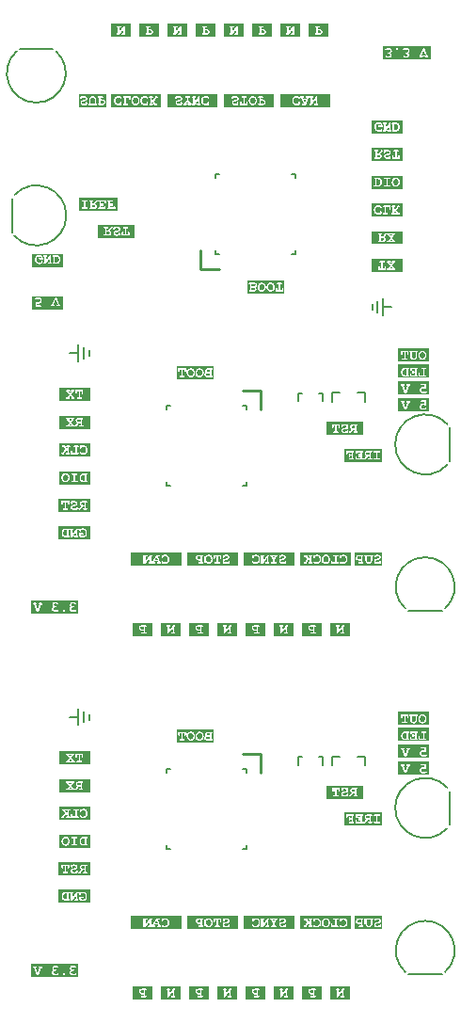
<source format=gbo>
G04*
G04 #@! TF.GenerationSoftware,Altium Limited,Altium Designer,25.5.2 (35)*
G04*
G04 Layer_Color=32896*
%FSLAX44Y44*%
%MOMM*%
G71*
G04*
G04 #@! TF.SameCoordinates,62C8F6CB-47DE-4BB4-89D1-A73908D99D6D*
G04*
G04*
G04 #@! TF.FilePolarity,Positive*
G04*
G01*
G75*
%ADD31C,0.2000*%
%ADD59C,0.2500*%
%ADD60C,0.1500*%
G36*
X430250Y1028577D02*
X412250D01*
Y1040423D01*
X430250D01*
Y1028577D01*
D02*
G37*
G36*
X404850D02*
X386850D01*
Y1040423D01*
X404850D01*
Y1028577D01*
D02*
G37*
G36*
X379450D02*
X361450D01*
Y1040423D01*
X379450D01*
Y1028577D01*
D02*
G37*
G36*
X354050D02*
X336050D01*
Y1040423D01*
X354050D01*
Y1028577D01*
D02*
G37*
G36*
X328650D02*
X310650D01*
Y1040423D01*
X328650D01*
Y1028577D01*
D02*
G37*
G36*
X303250D02*
X285250D01*
Y1040423D01*
X303250D01*
Y1028577D01*
D02*
G37*
G36*
X277850D02*
X259850D01*
Y1040423D01*
X277850D01*
Y1028577D01*
D02*
G37*
G36*
X252450D02*
X234450D01*
Y1040423D01*
X252450D01*
Y1028577D01*
D02*
G37*
G36*
X521796Y1008209D02*
X479125D01*
Y1020041D01*
X521796D01*
Y1008209D01*
D02*
G37*
G36*
X431700Y965327D02*
X386300D01*
Y977173D01*
X431700D01*
Y965327D01*
D02*
G37*
G36*
X380900D02*
X335500D01*
Y977173D01*
X380900D01*
Y965327D01*
D02*
G37*
G36*
X330100D02*
X284700D01*
Y977173D01*
X330100D01*
Y965327D01*
D02*
G37*
G36*
X279300D02*
X233900D01*
Y977173D01*
X279300D01*
Y965327D01*
D02*
G37*
G36*
X230337D02*
X205663D01*
Y977173D01*
X230337D01*
Y965327D01*
D02*
G37*
G36*
X496728Y941608D02*
X468710D01*
Y953454D01*
X496728D01*
Y941608D01*
D02*
G37*
G36*
X496787Y916972D02*
X468535D01*
Y928805D01*
X496787D01*
Y916972D01*
D02*
G37*
G36*
X496636Y892035D02*
X468561D01*
Y903867D01*
X496636D01*
Y892035D01*
D02*
G37*
G36*
X240171Y871834D02*
X205500D01*
Y883666D01*
X240171D01*
Y871834D01*
D02*
G37*
G36*
X496636Y867035D02*
X468561D01*
Y878867D01*
X496636D01*
Y867035D01*
D02*
G37*
G36*
X255762Y847834D02*
X222738D01*
Y859666D01*
X255762D01*
Y847834D01*
D02*
G37*
G36*
X496485Y842097D02*
X468587D01*
Y853930D01*
X496485D01*
Y842097D01*
D02*
G37*
G36*
X191250Y821577D02*
X163250D01*
Y833423D01*
X191250D01*
Y821577D01*
D02*
G37*
G36*
X496485Y817097D02*
X468587D01*
Y828930D01*
X496485D01*
Y817097D01*
D02*
G37*
G36*
X390262Y797584D02*
X357238D01*
Y809416D01*
X390262D01*
Y797584D01*
D02*
G37*
G36*
X191250Y783477D02*
X163250D01*
Y795323D01*
X191250D01*
Y783477D01*
D02*
G37*
G36*
X520750Y737077D02*
X492750D01*
Y748923D01*
X520750D01*
Y737077D01*
D02*
G37*
G36*
Y722077D02*
X492750D01*
Y733923D01*
X520750D01*
Y722077D01*
D02*
G37*
G36*
X326762Y720584D02*
X293738D01*
Y732416D01*
X326762D01*
Y720584D01*
D02*
G37*
G36*
X520750Y707077D02*
X492750D01*
Y718923D01*
X520750D01*
Y707077D01*
D02*
G37*
G36*
X215413Y701070D02*
X187515D01*
Y712903D01*
X215413D01*
Y701070D01*
D02*
G37*
G36*
X520750Y692077D02*
X492750D01*
Y703923D01*
X520750D01*
Y692077D01*
D02*
G37*
G36*
X215414Y676070D02*
X187515D01*
Y687903D01*
X215414D01*
Y676070D01*
D02*
G37*
G36*
X461262Y670334D02*
X428238D01*
Y682166D01*
X461262D01*
Y670334D01*
D02*
G37*
G36*
X215439Y651133D02*
X187364D01*
Y662965D01*
X215439D01*
Y651133D01*
D02*
G37*
G36*
X478500Y646334D02*
X443829D01*
Y658166D01*
X478500D01*
Y646334D01*
D02*
G37*
G36*
X215439Y626133D02*
X187364D01*
Y637965D01*
X215439D01*
Y626133D01*
D02*
G37*
G36*
X215465Y601195D02*
X187213D01*
Y613028D01*
X215465D01*
Y601195D01*
D02*
G37*
G36*
X215290Y576546D02*
X187272D01*
Y588392D01*
X215290D01*
Y576546D01*
D02*
G37*
G36*
X399300Y552827D02*
X353900D01*
Y564673D01*
X399300D01*
Y552827D01*
D02*
G37*
G36*
X478337D02*
X453663D01*
Y564673D01*
X478337D01*
Y552827D01*
D02*
G37*
G36*
X450100D02*
X404700D01*
Y564673D01*
X450100D01*
Y552827D01*
D02*
G37*
G36*
X348500D02*
X303100D01*
Y564673D01*
X348500D01*
Y552827D01*
D02*
G37*
G36*
X297700D02*
X252300D01*
Y564673D01*
X297700D01*
Y552827D01*
D02*
G37*
G36*
X204875Y509959D02*
X162204D01*
Y521791D01*
X204875D01*
Y509959D01*
D02*
G37*
G36*
X449550Y489577D02*
X431550D01*
Y501423D01*
X449550D01*
Y489577D01*
D02*
G37*
G36*
X424150D02*
X406150D01*
Y501423D01*
X424150D01*
Y489577D01*
D02*
G37*
G36*
X398750D02*
X380750D01*
Y501423D01*
X398750D01*
Y489577D01*
D02*
G37*
G36*
X373350D02*
X355350D01*
Y501423D01*
X373350D01*
Y489577D01*
D02*
G37*
G36*
X347950D02*
X329950D01*
Y501423D01*
X347950D01*
Y489577D01*
D02*
G37*
G36*
X322550D02*
X304550D01*
Y501423D01*
X322550D01*
Y489577D01*
D02*
G37*
G36*
X297150D02*
X279150D01*
Y501423D01*
X297150D01*
Y489577D01*
D02*
G37*
G36*
X271750D02*
X253750D01*
Y501423D01*
X271750D01*
Y489577D01*
D02*
G37*
G36*
X520750Y410077D02*
X492750D01*
Y421923D01*
X520750D01*
Y410077D01*
D02*
G37*
G36*
Y395077D02*
X492750D01*
Y406923D01*
X520750D01*
Y395077D01*
D02*
G37*
G36*
X326762Y393584D02*
X293738D01*
Y405416D01*
X326762D01*
Y393584D01*
D02*
G37*
G36*
X520750Y380077D02*
X492750D01*
Y391923D01*
X520750D01*
Y380077D01*
D02*
G37*
G36*
X215413Y374070D02*
X187515D01*
Y385903D01*
X215413D01*
Y374070D01*
D02*
G37*
G36*
X520750Y365077D02*
X492750D01*
Y376923D01*
X520750D01*
Y365077D01*
D02*
G37*
G36*
X215414Y349070D02*
X187515D01*
Y360903D01*
X215414D01*
Y349070D01*
D02*
G37*
G36*
X461262Y343334D02*
X428238D01*
Y355166D01*
X461262D01*
Y343334D01*
D02*
G37*
G36*
X215439Y324133D02*
X187364D01*
Y335965D01*
X215439D01*
Y324133D01*
D02*
G37*
G36*
X478500Y319334D02*
X443829D01*
Y331166D01*
X478500D01*
Y319334D01*
D02*
G37*
G36*
X215439Y299133D02*
X187364D01*
Y310965D01*
X215439D01*
Y299133D01*
D02*
G37*
G36*
X215465Y274195D02*
X187213D01*
Y286028D01*
X215465D01*
Y274195D01*
D02*
G37*
G36*
X215290Y249546D02*
X187272D01*
Y261392D01*
X215290D01*
Y249546D01*
D02*
G37*
G36*
X399300Y225827D02*
X353900D01*
Y237673D01*
X399300D01*
Y225827D01*
D02*
G37*
G36*
X478337D02*
X453663D01*
Y237673D01*
X478337D01*
Y225827D01*
D02*
G37*
G36*
X450100D02*
X404700D01*
Y237673D01*
X450100D01*
Y225827D01*
D02*
G37*
G36*
X348500D02*
X303100D01*
Y237673D01*
X348500D01*
Y225827D01*
D02*
G37*
G36*
X297700D02*
X252300D01*
Y237673D01*
X297700D01*
Y225827D01*
D02*
G37*
G36*
X204875Y182959D02*
X162204D01*
Y194791D01*
X204875D01*
Y182959D01*
D02*
G37*
G36*
X449550Y162577D02*
X431550D01*
Y174423D01*
X449550D01*
Y162577D01*
D02*
G37*
G36*
X424150D02*
X406150D01*
Y174423D01*
X424150D01*
Y162577D01*
D02*
G37*
G36*
X398750D02*
X380750D01*
Y174423D01*
X398750D01*
Y162577D01*
D02*
G37*
G36*
X373350D02*
X355350D01*
Y174423D01*
X373350D01*
Y162577D01*
D02*
G37*
G36*
X347950D02*
X329950D01*
Y174423D01*
X347950D01*
Y162577D01*
D02*
G37*
G36*
X322550D02*
X304550D01*
Y174423D01*
X322550D01*
Y162577D01*
D02*
G37*
G36*
X297150D02*
X279150D01*
Y174423D01*
X297150D01*
Y162577D01*
D02*
G37*
G36*
X271750D02*
X253750D01*
Y174423D01*
X271750D01*
Y162577D01*
D02*
G37*
%LPC*%
G36*
X421576Y1038411D02*
X418636D01*
X418553Y1038397D01*
X418442Y1038383D01*
X418206Y1038328D01*
X418109Y1038286D01*
X418012Y1038231D01*
X417998Y1038217D01*
X417984Y1038203D01*
X417956Y1038161D01*
X417915Y1038106D01*
X417845Y1037953D01*
X417831Y1037856D01*
X417818Y1037759D01*
Y1037704D01*
X417831Y1037662D01*
X417845Y1037593D01*
X417901Y1037440D01*
X417942Y1037357D01*
X418012Y1037288D01*
X418026Y1037274D01*
X418053Y1037260D01*
X418109Y1037232D01*
X418178Y1037190D01*
X418275Y1037149D01*
X418400Y1037121D01*
X418553Y1037107D01*
X418719Y1037093D01*
X418927D01*
Y1031907D01*
X418636D01*
X418553Y1031893D01*
X418442Y1031879D01*
X418206Y1031823D01*
X418109Y1031782D01*
X418012Y1031726D01*
X417998Y1031712D01*
X417984Y1031699D01*
X417956Y1031657D01*
X417915Y1031601D01*
X417845Y1031449D01*
X417831Y1031352D01*
X417818Y1031255D01*
Y1031199D01*
X417831Y1031158D01*
X417845Y1031088D01*
X417901Y1030936D01*
X417942Y1030853D01*
X418012Y1030783D01*
X418026Y1030769D01*
X418053Y1030755D01*
X418109Y1030728D01*
X418178Y1030686D01*
X418275Y1030645D01*
X418400Y1030617D01*
X418553Y1030603D01*
X418719Y1030589D01*
X421881D01*
X421978Y1030603D01*
X422089Y1030617D01*
X422228Y1030631D01*
X422366Y1030645D01*
X422533Y1030686D01*
X422866Y1030769D01*
X423226Y1030894D01*
X423406Y1030977D01*
X423573Y1031075D01*
X423739Y1031199D01*
X423892Y1031324D01*
X423906Y1031338D01*
X423920Y1031352D01*
X423961Y1031394D01*
X424017Y1031449D01*
X424072Y1031532D01*
X424142Y1031615D01*
X424294Y1031823D01*
X424433Y1032087D01*
X424558Y1032392D01*
X424613Y1032558D01*
X424655Y1032739D01*
X424669Y1032919D01*
X424682Y1033113D01*
Y1033210D01*
X424669Y1033321D01*
X424655Y1033474D01*
X424613Y1033640D01*
X424571Y1033820D01*
X424502Y1034015D01*
X424405Y1034209D01*
X424391Y1034223D01*
X424364Y1034278D01*
X424322Y1034347D01*
X424253Y1034445D01*
X424155Y1034569D01*
X424044Y1034694D01*
X423906Y1034847D01*
X423739Y1034985D01*
X423726Y1034999D01*
X423656Y1035041D01*
X423573Y1035110D01*
X423448Y1035193D01*
X423310Y1035291D01*
X423143Y1035388D01*
X422963Y1035471D01*
X422783Y1035554D01*
X422755Y1035568D01*
X422699Y1035582D01*
X422588Y1035610D01*
X422436Y1035637D01*
X422256Y1035679D01*
X422034Y1035706D01*
X421784Y1035720D01*
X421493Y1035734D01*
X420244D01*
Y1037093D01*
X421659D01*
X421742Y1037107D01*
X421839Y1037121D01*
X422075Y1037177D01*
X422186Y1037218D01*
X422269Y1037288D01*
X422283Y1037301D01*
X422297Y1037315D01*
X422339Y1037357D01*
X422380Y1037412D01*
X422450Y1037565D01*
X422463Y1037648D01*
X422477Y1037759D01*
Y1037773D01*
Y1037801D01*
X422463Y1037856D01*
X422450Y1037925D01*
X422422Y1037995D01*
X422394Y1038078D01*
X422339Y1038161D01*
X422269Y1038231D01*
X422256Y1038244D01*
X422228Y1038258D01*
X422172Y1038286D01*
X422103Y1038314D01*
X422006Y1038355D01*
X421895Y1038383D01*
X421742Y1038397D01*
X421576Y1038411D01*
D02*
G37*
%LPD*%
G36*
X421770Y1034389D02*
X421964Y1034361D01*
X422186Y1034320D01*
X422422Y1034250D01*
X422644Y1034153D01*
X422852Y1034028D01*
X422879Y1034015D01*
X422935Y1033959D01*
X423018Y1033876D01*
X423115Y1033765D01*
X423199Y1033626D01*
X423282Y1033460D01*
X423337Y1033280D01*
X423365Y1033085D01*
Y1033058D01*
Y1033002D01*
X423337Y1032919D01*
X423310Y1032808D01*
X423268Y1032683D01*
X423185Y1032544D01*
X423088Y1032406D01*
X422949Y1032267D01*
X422935Y1032253D01*
X422866Y1032212D01*
X422783Y1032156D01*
X422644Y1032087D01*
X422477Y1032018D01*
X422283Y1031962D01*
X422034Y1031920D01*
X421770Y1031907D01*
X420244D01*
Y1034417D01*
X421604D01*
X421770Y1034389D01*
D02*
G37*
%LPC*%
G36*
X398977Y1038411D02*
X397688D01*
X394248Y1033099D01*
Y1037093D01*
X394803D01*
X394886Y1037107D01*
X394983Y1037121D01*
X395219Y1037177D01*
X395330Y1037218D01*
X395413Y1037288D01*
X395427Y1037301D01*
X395441Y1037315D01*
X395482Y1037357D01*
X395524Y1037412D01*
X395593Y1037565D01*
X395607Y1037648D01*
X395621Y1037759D01*
Y1037773D01*
Y1037801D01*
X395607Y1037856D01*
X395593Y1037925D01*
X395566Y1037995D01*
X395538Y1038078D01*
X395482Y1038161D01*
X395413Y1038231D01*
X395399Y1038244D01*
X395372Y1038258D01*
X395316Y1038286D01*
X395247Y1038314D01*
X395150Y1038355D01*
X395039Y1038383D01*
X394886Y1038397D01*
X394720Y1038411D01*
X392848D01*
X392764Y1038397D01*
X392653Y1038383D01*
X392418Y1038328D01*
X392321Y1038286D01*
X392223Y1038231D01*
X392210Y1038217D01*
X392196Y1038203D01*
X392168Y1038161D01*
X392126Y1038106D01*
X392057Y1037953D01*
X392043Y1037856D01*
X392029Y1037759D01*
Y1037745D01*
Y1037704D01*
X392043Y1037662D01*
X392057Y1037593D01*
X392113Y1037440D01*
X392154Y1037357D01*
X392223Y1037288D01*
X392237Y1037274D01*
X392265Y1037260D01*
X392321Y1037232D01*
X392390Y1037190D01*
X392487Y1037149D01*
X392612Y1037121D01*
X392764Y1037107D01*
X392931Y1037093D01*
Y1031907D01*
X392640D01*
X392556Y1031893D01*
X392445Y1031879D01*
X392210Y1031823D01*
X392113Y1031782D01*
X392015Y1031726D01*
X392001Y1031712D01*
X391988Y1031699D01*
X391960Y1031657D01*
X391918Y1031601D01*
X391849Y1031449D01*
X391835Y1031352D01*
X391821Y1031255D01*
Y1031199D01*
X391835Y1031158D01*
X391849Y1031088D01*
X391904Y1030936D01*
X391946Y1030853D01*
X392015Y1030783D01*
X392029Y1030769D01*
X392057Y1030755D01*
X392113Y1030728D01*
X392182Y1030686D01*
X392279Y1030645D01*
X392404Y1030617D01*
X392556Y1030603D01*
X392723Y1030589D01*
X394221D01*
X397660Y1035901D01*
Y1031907D01*
X397105D01*
X397022Y1031893D01*
X396911Y1031879D01*
X396675Y1031823D01*
X396578Y1031782D01*
X396481Y1031726D01*
X396467Y1031712D01*
X396453Y1031699D01*
X396426Y1031657D01*
X396384Y1031601D01*
X396315Y1031449D01*
X396301Y1031352D01*
X396287Y1031255D01*
Y1031241D01*
Y1031199D01*
X396301Y1031158D01*
X396315Y1031088D01*
X396370Y1030936D01*
X396412Y1030853D01*
X396481Y1030783D01*
X396495Y1030769D01*
X396523Y1030755D01*
X396578Y1030728D01*
X396647Y1030686D01*
X396744Y1030645D01*
X396869Y1030617D01*
X397022Y1030603D01*
X397188Y1030589D01*
X399061D01*
X399144Y1030603D01*
X399241Y1030617D01*
X399477Y1030672D01*
X399588Y1030714D01*
X399671Y1030783D01*
X399685Y1030797D01*
X399698Y1030811D01*
X399740Y1030853D01*
X399782Y1030908D01*
X399851Y1031061D01*
X399865Y1031144D01*
X399879Y1031255D01*
Y1031296D01*
X399865Y1031352D01*
X399851Y1031421D01*
X399823Y1031490D01*
X399796Y1031574D01*
X399740Y1031657D01*
X399671Y1031726D01*
X399657Y1031740D01*
X399629Y1031754D01*
X399574Y1031782D01*
X399504Y1031809D01*
X399407Y1031851D01*
X399296Y1031879D01*
X399144Y1031893D01*
X398977Y1031907D01*
Y1038411D01*
D02*
G37*
G36*
X370776D02*
X367836D01*
X367753Y1038397D01*
X367642Y1038383D01*
X367406Y1038328D01*
X367309Y1038286D01*
X367212Y1038231D01*
X367198Y1038217D01*
X367184Y1038203D01*
X367156Y1038161D01*
X367115Y1038106D01*
X367045Y1037953D01*
X367031Y1037856D01*
X367018Y1037759D01*
Y1037704D01*
X367031Y1037662D01*
X367045Y1037593D01*
X367101Y1037440D01*
X367142Y1037357D01*
X367212Y1037288D01*
X367226Y1037274D01*
X367253Y1037260D01*
X367309Y1037232D01*
X367378Y1037190D01*
X367475Y1037149D01*
X367600Y1037121D01*
X367753Y1037107D01*
X367919Y1037093D01*
X368127D01*
Y1031907D01*
X367836D01*
X367753Y1031893D01*
X367642Y1031879D01*
X367406Y1031823D01*
X367309Y1031782D01*
X367212Y1031726D01*
X367198Y1031712D01*
X367184Y1031699D01*
X367156Y1031657D01*
X367115Y1031601D01*
X367045Y1031449D01*
X367031Y1031352D01*
X367018Y1031255D01*
Y1031199D01*
X367031Y1031158D01*
X367045Y1031088D01*
X367101Y1030936D01*
X367142Y1030853D01*
X367212Y1030783D01*
X367226Y1030769D01*
X367253Y1030755D01*
X367309Y1030728D01*
X367378Y1030686D01*
X367475Y1030645D01*
X367600Y1030617D01*
X367753Y1030603D01*
X367919Y1030589D01*
X371081D01*
X371178Y1030603D01*
X371289Y1030617D01*
X371428Y1030631D01*
X371566Y1030645D01*
X371733Y1030686D01*
X372066Y1030769D01*
X372426Y1030894D01*
X372607Y1030977D01*
X372773Y1031075D01*
X372939Y1031199D01*
X373092Y1031324D01*
X373106Y1031338D01*
X373120Y1031352D01*
X373161Y1031394D01*
X373217Y1031449D01*
X373272Y1031532D01*
X373342Y1031615D01*
X373494Y1031823D01*
X373633Y1032087D01*
X373758Y1032392D01*
X373813Y1032558D01*
X373855Y1032739D01*
X373869Y1032919D01*
X373882Y1033113D01*
Y1033210D01*
X373869Y1033321D01*
X373855Y1033474D01*
X373813Y1033640D01*
X373772Y1033820D01*
X373702Y1034015D01*
X373605Y1034209D01*
X373591Y1034223D01*
X373563Y1034278D01*
X373522Y1034347D01*
X373452Y1034445D01*
X373355Y1034569D01*
X373245Y1034694D01*
X373106Y1034847D01*
X372939Y1034985D01*
X372925Y1034999D01*
X372856Y1035041D01*
X372773Y1035110D01*
X372648Y1035193D01*
X372509Y1035291D01*
X372343Y1035388D01*
X372163Y1035471D01*
X371982Y1035554D01*
X371955Y1035568D01*
X371899Y1035582D01*
X371788Y1035610D01*
X371636Y1035637D01*
X371455Y1035679D01*
X371234Y1035706D01*
X370984Y1035720D01*
X370693Y1035734D01*
X369445D01*
Y1037093D01*
X370859D01*
X370942Y1037107D01*
X371039Y1037121D01*
X371275Y1037177D01*
X371386Y1037218D01*
X371469Y1037288D01*
X371483Y1037301D01*
X371497Y1037315D01*
X371539Y1037357D01*
X371580Y1037412D01*
X371650Y1037565D01*
X371664Y1037648D01*
X371677Y1037759D01*
Y1037773D01*
Y1037801D01*
X371664Y1037856D01*
X371650Y1037925D01*
X371622Y1037995D01*
X371594Y1038078D01*
X371539Y1038161D01*
X371469Y1038231D01*
X371455Y1038244D01*
X371428Y1038258D01*
X371372Y1038286D01*
X371303Y1038314D01*
X371206Y1038355D01*
X371095Y1038383D01*
X370942Y1038397D01*
X370776Y1038411D01*
D02*
G37*
%LPD*%
G36*
X370970Y1034389D02*
X371164Y1034361D01*
X371386Y1034320D01*
X371622Y1034250D01*
X371844Y1034153D01*
X372052Y1034028D01*
X372080Y1034015D01*
X372135Y1033959D01*
X372218Y1033876D01*
X372315Y1033765D01*
X372398Y1033626D01*
X372482Y1033460D01*
X372537Y1033280D01*
X372565Y1033085D01*
Y1033058D01*
Y1033002D01*
X372537Y1032919D01*
X372509Y1032808D01*
X372468Y1032683D01*
X372385Y1032544D01*
X372288Y1032406D01*
X372149Y1032267D01*
X372135Y1032253D01*
X372066Y1032212D01*
X371982Y1032156D01*
X371844Y1032087D01*
X371677Y1032018D01*
X371483Y1031962D01*
X371234Y1031920D01*
X370970Y1031907D01*
X369445D01*
Y1034417D01*
X370804D01*
X370970Y1034389D01*
D02*
G37*
%LPC*%
G36*
X348177Y1038411D02*
X346888D01*
X343448Y1033099D01*
Y1037093D01*
X344003D01*
X344086Y1037107D01*
X344183Y1037121D01*
X344419Y1037177D01*
X344530Y1037218D01*
X344613Y1037288D01*
X344627Y1037301D01*
X344641Y1037315D01*
X344683Y1037357D01*
X344724Y1037412D01*
X344793Y1037565D01*
X344807Y1037648D01*
X344821Y1037759D01*
Y1037773D01*
Y1037801D01*
X344807Y1037856D01*
X344793Y1037925D01*
X344766Y1037995D01*
X344738Y1038078D01*
X344683Y1038161D01*
X344613Y1038231D01*
X344599Y1038244D01*
X344571Y1038258D01*
X344516Y1038286D01*
X344447Y1038314D01*
X344350Y1038355D01*
X344239Y1038383D01*
X344086Y1038397D01*
X343920Y1038411D01*
X342048D01*
X341964Y1038397D01*
X341853Y1038383D01*
X341618Y1038328D01*
X341521Y1038286D01*
X341423Y1038231D01*
X341410Y1038217D01*
X341396Y1038203D01*
X341368Y1038161D01*
X341326Y1038106D01*
X341257Y1037953D01*
X341243Y1037856D01*
X341229Y1037759D01*
Y1037745D01*
Y1037704D01*
X341243Y1037662D01*
X341257Y1037593D01*
X341312Y1037440D01*
X341354Y1037357D01*
X341423Y1037288D01*
X341437Y1037274D01*
X341465Y1037260D01*
X341521Y1037232D01*
X341590Y1037190D01*
X341687Y1037149D01*
X341812Y1037121D01*
X341964Y1037107D01*
X342131Y1037093D01*
Y1031907D01*
X341839D01*
X341756Y1031893D01*
X341645Y1031879D01*
X341410Y1031823D01*
X341312Y1031782D01*
X341215Y1031726D01*
X341202Y1031712D01*
X341188Y1031699D01*
X341160Y1031657D01*
X341118Y1031601D01*
X341049Y1031449D01*
X341035Y1031352D01*
X341021Y1031255D01*
Y1031199D01*
X341035Y1031158D01*
X341049Y1031088D01*
X341104Y1030936D01*
X341146Y1030853D01*
X341215Y1030783D01*
X341229Y1030769D01*
X341257Y1030755D01*
X341312Y1030728D01*
X341382Y1030686D01*
X341479Y1030645D01*
X341604Y1030617D01*
X341756Y1030603D01*
X341923Y1030589D01*
X343420D01*
X346860Y1035901D01*
Y1031907D01*
X346305D01*
X346222Y1031893D01*
X346111Y1031879D01*
X345875Y1031823D01*
X345778Y1031782D01*
X345681Y1031726D01*
X345667Y1031712D01*
X345653Y1031699D01*
X345625Y1031657D01*
X345584Y1031601D01*
X345515Y1031449D01*
X345501Y1031352D01*
X345487Y1031255D01*
Y1031241D01*
Y1031199D01*
X345501Y1031158D01*
X345515Y1031088D01*
X345570Y1030936D01*
X345612Y1030853D01*
X345681Y1030783D01*
X345695Y1030769D01*
X345723Y1030755D01*
X345778Y1030728D01*
X345847Y1030686D01*
X345945Y1030645D01*
X346069Y1030617D01*
X346222Y1030603D01*
X346388Y1030589D01*
X348260D01*
X348344Y1030603D01*
X348441Y1030617D01*
X348677Y1030672D01*
X348787Y1030714D01*
X348871Y1030783D01*
X348885Y1030797D01*
X348899Y1030811D01*
X348940Y1030853D01*
X348982Y1030908D01*
X349051Y1031061D01*
X349065Y1031144D01*
X349079Y1031255D01*
Y1031296D01*
X349065Y1031352D01*
X349051Y1031421D01*
X349023Y1031490D01*
X348996Y1031574D01*
X348940Y1031657D01*
X348871Y1031726D01*
X348857Y1031740D01*
X348829Y1031754D01*
X348774Y1031782D01*
X348704Y1031809D01*
X348607Y1031851D01*
X348496Y1031879D01*
X348344Y1031893D01*
X348177Y1031907D01*
Y1038411D01*
D02*
G37*
G36*
X319976D02*
X317036D01*
X316953Y1038397D01*
X316842Y1038383D01*
X316606Y1038328D01*
X316509Y1038286D01*
X316412Y1038231D01*
X316398Y1038217D01*
X316384Y1038203D01*
X316356Y1038161D01*
X316315Y1038106D01*
X316245Y1037953D01*
X316231Y1037856D01*
X316218Y1037759D01*
Y1037704D01*
X316231Y1037662D01*
X316245Y1037593D01*
X316301Y1037440D01*
X316342Y1037357D01*
X316412Y1037288D01*
X316426Y1037274D01*
X316453Y1037260D01*
X316509Y1037232D01*
X316578Y1037190D01*
X316675Y1037149D01*
X316800Y1037121D01*
X316953Y1037107D01*
X317119Y1037093D01*
X317327D01*
Y1031907D01*
X317036D01*
X316953Y1031893D01*
X316842Y1031879D01*
X316606Y1031823D01*
X316509Y1031782D01*
X316412Y1031726D01*
X316398Y1031712D01*
X316384Y1031699D01*
X316356Y1031657D01*
X316315Y1031601D01*
X316245Y1031449D01*
X316231Y1031352D01*
X316218Y1031255D01*
Y1031199D01*
X316231Y1031158D01*
X316245Y1031088D01*
X316301Y1030936D01*
X316342Y1030853D01*
X316412Y1030783D01*
X316426Y1030769D01*
X316453Y1030755D01*
X316509Y1030728D01*
X316578Y1030686D01*
X316675Y1030645D01*
X316800Y1030617D01*
X316953Y1030603D01*
X317119Y1030589D01*
X320281D01*
X320378Y1030603D01*
X320489Y1030617D01*
X320628Y1030631D01*
X320766Y1030645D01*
X320933Y1030686D01*
X321266Y1030769D01*
X321626Y1030894D01*
X321806Y1030977D01*
X321973Y1031075D01*
X322139Y1031199D01*
X322292Y1031324D01*
X322306Y1031338D01*
X322320Y1031352D01*
X322361Y1031394D01*
X322417Y1031449D01*
X322472Y1031532D01*
X322542Y1031615D01*
X322694Y1031823D01*
X322833Y1032087D01*
X322958Y1032392D01*
X323013Y1032558D01*
X323055Y1032739D01*
X323069Y1032919D01*
X323082Y1033113D01*
Y1033210D01*
X323069Y1033321D01*
X323055Y1033474D01*
X323013Y1033640D01*
X322971Y1033820D01*
X322902Y1034015D01*
X322805Y1034209D01*
X322791Y1034223D01*
X322763Y1034278D01*
X322722Y1034347D01*
X322653Y1034445D01*
X322555Y1034569D01*
X322444Y1034694D01*
X322306Y1034847D01*
X322139Y1034985D01*
X322126Y1034999D01*
X322056Y1035041D01*
X321973Y1035110D01*
X321848Y1035193D01*
X321710Y1035291D01*
X321543Y1035388D01*
X321363Y1035471D01*
X321183Y1035554D01*
X321155Y1035568D01*
X321099Y1035582D01*
X320988Y1035610D01*
X320836Y1035637D01*
X320656Y1035679D01*
X320434Y1035706D01*
X320184Y1035720D01*
X319893Y1035734D01*
X318645D01*
Y1037093D01*
X320059D01*
X320142Y1037107D01*
X320239Y1037121D01*
X320475Y1037177D01*
X320586Y1037218D01*
X320669Y1037288D01*
X320683Y1037301D01*
X320697Y1037315D01*
X320739Y1037357D01*
X320780Y1037412D01*
X320850Y1037565D01*
X320863Y1037648D01*
X320877Y1037759D01*
Y1037773D01*
Y1037801D01*
X320863Y1037856D01*
X320850Y1037925D01*
X320822Y1037995D01*
X320794Y1038078D01*
X320739Y1038161D01*
X320669Y1038231D01*
X320656Y1038244D01*
X320628Y1038258D01*
X320572Y1038286D01*
X320503Y1038314D01*
X320406Y1038355D01*
X320295Y1038383D01*
X320142Y1038397D01*
X319976Y1038411D01*
D02*
G37*
%LPD*%
G36*
X320170Y1034389D02*
X320364Y1034361D01*
X320586Y1034320D01*
X320822Y1034250D01*
X321044Y1034153D01*
X321252Y1034028D01*
X321279Y1034015D01*
X321335Y1033959D01*
X321418Y1033876D01*
X321515Y1033765D01*
X321599Y1033626D01*
X321682Y1033460D01*
X321737Y1033280D01*
X321765Y1033085D01*
Y1033058D01*
Y1033002D01*
X321737Y1032919D01*
X321710Y1032808D01*
X321668Y1032683D01*
X321585Y1032544D01*
X321488Y1032406D01*
X321349Y1032267D01*
X321335Y1032253D01*
X321266Y1032212D01*
X321183Y1032156D01*
X321044Y1032087D01*
X320877Y1032018D01*
X320683Y1031962D01*
X320434Y1031920D01*
X320170Y1031907D01*
X318645D01*
Y1034417D01*
X320004D01*
X320170Y1034389D01*
D02*
G37*
%LPC*%
G36*
X297377Y1038411D02*
X296088D01*
X292648Y1033099D01*
Y1037093D01*
X293203D01*
X293286Y1037107D01*
X293383Y1037121D01*
X293619Y1037177D01*
X293730Y1037218D01*
X293813Y1037288D01*
X293827Y1037301D01*
X293841Y1037315D01*
X293883Y1037357D01*
X293924Y1037412D01*
X293993Y1037565D01*
X294007Y1037648D01*
X294021Y1037759D01*
Y1037773D01*
Y1037801D01*
X294007Y1037856D01*
X293993Y1037925D01*
X293966Y1037995D01*
X293938Y1038078D01*
X293883Y1038161D01*
X293813Y1038231D01*
X293799Y1038244D01*
X293771Y1038258D01*
X293716Y1038286D01*
X293647Y1038314D01*
X293550Y1038355D01*
X293439Y1038383D01*
X293286Y1038397D01*
X293120Y1038411D01*
X291248D01*
X291164Y1038397D01*
X291053Y1038383D01*
X290818Y1038328D01*
X290721Y1038286D01*
X290623Y1038231D01*
X290610Y1038217D01*
X290596Y1038203D01*
X290568Y1038161D01*
X290526Y1038106D01*
X290457Y1037953D01*
X290443Y1037856D01*
X290429Y1037759D01*
Y1037745D01*
Y1037704D01*
X290443Y1037662D01*
X290457Y1037593D01*
X290513Y1037440D01*
X290554Y1037357D01*
X290623Y1037288D01*
X290637Y1037274D01*
X290665Y1037260D01*
X290721Y1037232D01*
X290790Y1037190D01*
X290887Y1037149D01*
X291012Y1037121D01*
X291164Y1037107D01*
X291331Y1037093D01*
Y1031907D01*
X291040D01*
X290956Y1031893D01*
X290845Y1031879D01*
X290610Y1031823D01*
X290513Y1031782D01*
X290415Y1031726D01*
X290401Y1031712D01*
X290388Y1031699D01*
X290360Y1031657D01*
X290318Y1031601D01*
X290249Y1031449D01*
X290235Y1031352D01*
X290221Y1031255D01*
Y1031199D01*
X290235Y1031158D01*
X290249Y1031088D01*
X290304Y1030936D01*
X290346Y1030853D01*
X290415Y1030783D01*
X290429Y1030769D01*
X290457Y1030755D01*
X290513Y1030728D01*
X290582Y1030686D01*
X290679Y1030645D01*
X290804Y1030617D01*
X290956Y1030603D01*
X291123Y1030589D01*
X292621D01*
X296060Y1035901D01*
Y1031907D01*
X295505D01*
X295422Y1031893D01*
X295311Y1031879D01*
X295075Y1031823D01*
X294978Y1031782D01*
X294881Y1031726D01*
X294867Y1031712D01*
X294853Y1031699D01*
X294825Y1031657D01*
X294784Y1031601D01*
X294715Y1031449D01*
X294701Y1031352D01*
X294687Y1031255D01*
Y1031241D01*
Y1031199D01*
X294701Y1031158D01*
X294715Y1031088D01*
X294770Y1030936D01*
X294812Y1030853D01*
X294881Y1030783D01*
X294895Y1030769D01*
X294923Y1030755D01*
X294978Y1030728D01*
X295047Y1030686D01*
X295145Y1030645D01*
X295269Y1030617D01*
X295422Y1030603D01*
X295588Y1030589D01*
X297460D01*
X297544Y1030603D01*
X297641Y1030617D01*
X297877Y1030672D01*
X297987Y1030714D01*
X298071Y1030783D01*
X298085Y1030797D01*
X298099Y1030811D01*
X298140Y1030853D01*
X298182Y1030908D01*
X298251Y1031061D01*
X298265Y1031144D01*
X298279Y1031255D01*
Y1031296D01*
X298265Y1031352D01*
X298251Y1031421D01*
X298223Y1031490D01*
X298196Y1031574D01*
X298140Y1031657D01*
X298071Y1031726D01*
X298057Y1031740D01*
X298029Y1031754D01*
X297974Y1031782D01*
X297904Y1031809D01*
X297807Y1031851D01*
X297696Y1031879D01*
X297544Y1031893D01*
X297377Y1031907D01*
Y1038411D01*
D02*
G37*
G36*
X269176D02*
X266236D01*
X266153Y1038397D01*
X266042Y1038383D01*
X265806Y1038328D01*
X265709Y1038286D01*
X265612Y1038231D01*
X265598Y1038217D01*
X265584Y1038203D01*
X265556Y1038161D01*
X265515Y1038106D01*
X265445Y1037953D01*
X265431Y1037856D01*
X265418Y1037759D01*
Y1037704D01*
X265431Y1037662D01*
X265445Y1037593D01*
X265501Y1037440D01*
X265542Y1037357D01*
X265612Y1037288D01*
X265626Y1037274D01*
X265653Y1037260D01*
X265709Y1037232D01*
X265778Y1037190D01*
X265875Y1037149D01*
X266000Y1037121D01*
X266153Y1037107D01*
X266319Y1037093D01*
X266527D01*
Y1031907D01*
X266236D01*
X266153Y1031893D01*
X266042Y1031879D01*
X265806Y1031823D01*
X265709Y1031782D01*
X265612Y1031726D01*
X265598Y1031712D01*
X265584Y1031699D01*
X265556Y1031657D01*
X265515Y1031601D01*
X265445Y1031449D01*
X265431Y1031352D01*
X265418Y1031255D01*
Y1031199D01*
X265431Y1031158D01*
X265445Y1031088D01*
X265501Y1030936D01*
X265542Y1030853D01*
X265612Y1030783D01*
X265626Y1030769D01*
X265653Y1030755D01*
X265709Y1030728D01*
X265778Y1030686D01*
X265875Y1030645D01*
X266000Y1030617D01*
X266153Y1030603D01*
X266319Y1030589D01*
X269481D01*
X269578Y1030603D01*
X269689Y1030617D01*
X269828Y1030631D01*
X269966Y1030645D01*
X270133Y1030686D01*
X270466Y1030769D01*
X270826Y1030894D01*
X271007Y1030977D01*
X271173Y1031075D01*
X271339Y1031199D01*
X271492Y1031324D01*
X271506Y1031338D01*
X271520Y1031352D01*
X271561Y1031394D01*
X271617Y1031449D01*
X271672Y1031532D01*
X271742Y1031615D01*
X271894Y1031823D01*
X272033Y1032087D01*
X272158Y1032392D01*
X272213Y1032558D01*
X272255Y1032739D01*
X272269Y1032919D01*
X272282Y1033113D01*
Y1033210D01*
X272269Y1033321D01*
X272255Y1033474D01*
X272213Y1033640D01*
X272171Y1033820D01*
X272102Y1034015D01*
X272005Y1034209D01*
X271991Y1034223D01*
X271964Y1034278D01*
X271922Y1034347D01*
X271852Y1034445D01*
X271755Y1034569D01*
X271644Y1034694D01*
X271506Y1034847D01*
X271339Y1034985D01*
X271325Y1034999D01*
X271256Y1035041D01*
X271173Y1035110D01*
X271048Y1035193D01*
X270910Y1035291D01*
X270743Y1035388D01*
X270563Y1035471D01*
X270382Y1035554D01*
X270355Y1035568D01*
X270299Y1035582D01*
X270188Y1035610D01*
X270036Y1035637D01*
X269855Y1035679D01*
X269634Y1035706D01*
X269384Y1035720D01*
X269093Y1035734D01*
X267845D01*
Y1037093D01*
X269259D01*
X269342Y1037107D01*
X269439Y1037121D01*
X269675Y1037177D01*
X269786Y1037218D01*
X269869Y1037288D01*
X269883Y1037301D01*
X269897Y1037315D01*
X269939Y1037357D01*
X269980Y1037412D01*
X270050Y1037565D01*
X270063Y1037648D01*
X270077Y1037759D01*
Y1037773D01*
Y1037801D01*
X270063Y1037856D01*
X270050Y1037925D01*
X270022Y1037995D01*
X269994Y1038078D01*
X269939Y1038161D01*
X269869Y1038231D01*
X269855Y1038244D01*
X269828Y1038258D01*
X269772Y1038286D01*
X269703Y1038314D01*
X269606Y1038355D01*
X269495Y1038383D01*
X269342Y1038397D01*
X269176Y1038411D01*
D02*
G37*
%LPD*%
G36*
X269370Y1034389D02*
X269564Y1034361D01*
X269786Y1034320D01*
X270022Y1034250D01*
X270244Y1034153D01*
X270452Y1034028D01*
X270480Y1034015D01*
X270535Y1033959D01*
X270618Y1033876D01*
X270715Y1033765D01*
X270798Y1033626D01*
X270882Y1033460D01*
X270937Y1033280D01*
X270965Y1033085D01*
Y1033058D01*
Y1033002D01*
X270937Y1032919D01*
X270910Y1032808D01*
X270868Y1032683D01*
X270785Y1032544D01*
X270688Y1032406D01*
X270549Y1032267D01*
X270535Y1032253D01*
X270466Y1032212D01*
X270382Y1032156D01*
X270244Y1032087D01*
X270077Y1032018D01*
X269883Y1031962D01*
X269634Y1031920D01*
X269370Y1031907D01*
X267845D01*
Y1034417D01*
X269204D01*
X269370Y1034389D01*
D02*
G37*
%LPC*%
G36*
X246577Y1038411D02*
X245288D01*
X241848Y1033099D01*
Y1037093D01*
X242403D01*
X242486Y1037107D01*
X242583Y1037121D01*
X242819Y1037177D01*
X242930Y1037218D01*
X243013Y1037288D01*
X243027Y1037301D01*
X243041Y1037315D01*
X243083Y1037357D01*
X243124Y1037412D01*
X243193Y1037565D01*
X243207Y1037648D01*
X243221Y1037759D01*
Y1037773D01*
Y1037801D01*
X243207Y1037856D01*
X243193Y1037925D01*
X243166Y1037995D01*
X243138Y1038078D01*
X243083Y1038161D01*
X243013Y1038231D01*
X242999Y1038244D01*
X242971Y1038258D01*
X242916Y1038286D01*
X242847Y1038314D01*
X242750Y1038355D01*
X242639Y1038383D01*
X242486Y1038397D01*
X242320Y1038411D01*
X240448D01*
X240364Y1038397D01*
X240253Y1038383D01*
X240018Y1038328D01*
X239921Y1038286D01*
X239823Y1038231D01*
X239810Y1038217D01*
X239796Y1038203D01*
X239768Y1038161D01*
X239726Y1038106D01*
X239657Y1037953D01*
X239643Y1037856D01*
X239629Y1037759D01*
Y1037745D01*
Y1037704D01*
X239643Y1037662D01*
X239657Y1037593D01*
X239713Y1037440D01*
X239754Y1037357D01*
X239823Y1037288D01*
X239837Y1037274D01*
X239865Y1037260D01*
X239921Y1037232D01*
X239990Y1037190D01*
X240087Y1037149D01*
X240212Y1037121D01*
X240364Y1037107D01*
X240531Y1037093D01*
Y1031907D01*
X240240D01*
X240156Y1031893D01*
X240045Y1031879D01*
X239810Y1031823D01*
X239713Y1031782D01*
X239615Y1031726D01*
X239601Y1031712D01*
X239588Y1031699D01*
X239560Y1031657D01*
X239518Y1031601D01*
X239449Y1031449D01*
X239435Y1031352D01*
X239421Y1031255D01*
Y1031199D01*
X239435Y1031158D01*
X239449Y1031088D01*
X239504Y1030936D01*
X239546Y1030853D01*
X239615Y1030783D01*
X239629Y1030769D01*
X239657Y1030755D01*
X239713Y1030728D01*
X239782Y1030686D01*
X239879Y1030645D01*
X240004Y1030617D01*
X240156Y1030603D01*
X240323Y1030589D01*
X241821D01*
X245260Y1035901D01*
Y1031907D01*
X244705D01*
X244622Y1031893D01*
X244511Y1031879D01*
X244275Y1031823D01*
X244178Y1031782D01*
X244081Y1031726D01*
X244067Y1031712D01*
X244053Y1031699D01*
X244025Y1031657D01*
X243984Y1031601D01*
X243915Y1031449D01*
X243901Y1031352D01*
X243887Y1031255D01*
Y1031241D01*
Y1031199D01*
X243901Y1031158D01*
X243915Y1031088D01*
X243970Y1030936D01*
X244012Y1030853D01*
X244081Y1030783D01*
X244095Y1030769D01*
X244123Y1030755D01*
X244178Y1030728D01*
X244247Y1030686D01*
X244345Y1030645D01*
X244469Y1030617D01*
X244622Y1030603D01*
X244788Y1030589D01*
X246660D01*
X246744Y1030603D01*
X246841Y1030617D01*
X247077Y1030672D01*
X247188Y1030714D01*
X247271Y1030783D01*
X247285Y1030797D01*
X247299Y1030811D01*
X247340Y1030853D01*
X247382Y1030908D01*
X247451Y1031061D01*
X247465Y1031144D01*
X247479Y1031255D01*
Y1031296D01*
X247465Y1031352D01*
X247451Y1031421D01*
X247423Y1031490D01*
X247396Y1031574D01*
X247340Y1031657D01*
X247271Y1031726D01*
X247257Y1031740D01*
X247229Y1031754D01*
X247174Y1031782D01*
X247104Y1031809D01*
X247007Y1031851D01*
X246896Y1031879D01*
X246744Y1031893D01*
X246577Y1031907D01*
Y1038411D01*
D02*
G37*
G36*
X491952Y1018514D02*
X491883D01*
X491800Y1018501D01*
X491689Y1018487D01*
X491578Y1018459D01*
X491453Y1018403D01*
X491342Y1018348D01*
X491231Y1018265D01*
X491217Y1018251D01*
X491189Y1018223D01*
X491148Y1018168D01*
X491106Y1018098D01*
X491051Y1018001D01*
X491009Y1017890D01*
X490981Y1017779D01*
X490968Y1017641D01*
Y1017571D01*
X490981Y1017502D01*
X490995Y1017419D01*
X491037Y1017322D01*
X491079Y1017225D01*
X491148Y1017114D01*
X491231Y1017017D01*
X491245Y1017003D01*
X491287Y1016975D01*
X491342Y1016933D01*
X491425Y1016878D01*
X491522Y1016836D01*
X491647Y1016795D01*
X491786Y1016767D01*
X491952Y1016753D01*
X492022D01*
X492105Y1016767D01*
X492216Y1016781D01*
X492327Y1016822D01*
X492452Y1016864D01*
X492562Y1016933D01*
X492673Y1017017D01*
X492687Y1017030D01*
X492715Y1017058D01*
X492757Y1017114D01*
X492812Y1017183D01*
X492868Y1017280D01*
X492909Y1017391D01*
X492937Y1017502D01*
X492951Y1017641D01*
Y1017696D01*
X492937Y1017765D01*
X492923Y1017862D01*
X492882Y1017960D01*
X492840Y1018057D01*
X492771Y1018168D01*
X492673Y1018265D01*
X492660Y1018279D01*
X492632Y1018306D01*
X492562Y1018348D01*
X492479Y1018390D01*
X492382Y1018431D01*
X492257Y1018473D01*
X492119Y1018501D01*
X491952Y1018514D01*
D02*
G37*
G36*
X499524Y1018501D02*
X499372D01*
X499275Y1018487D01*
X499150D01*
X498997Y1018473D01*
X498831Y1018459D01*
X498665Y1018445D01*
X498290Y1018390D01*
X497902Y1018306D01*
X497541Y1018182D01*
X497375Y1018112D01*
X497222Y1018029D01*
X497208Y1018015D01*
X497153Y1017987D01*
X497084Y1017932D01*
X497014Y1017849D01*
X496931Y1017752D01*
X496862Y1017654D01*
X496806Y1017530D01*
X496792Y1017391D01*
Y1017349D01*
X496806Y1017294D01*
X496820Y1017225D01*
X496876Y1017072D01*
X496917Y1016989D01*
X496973Y1016919D01*
X496987Y1016906D01*
X497014Y1016892D01*
X497042Y1016850D01*
X497098Y1016808D01*
X497250Y1016739D01*
X497333Y1016725D01*
X497430Y1016711D01*
X497458D01*
X497555Y1016725D01*
X497680Y1016767D01*
X497819Y1016850D01*
X497832Y1016864D01*
X497874Y1016878D01*
X497930Y1016906D01*
X497999Y1016947D01*
X498165Y1017030D01*
X498359Y1017100D01*
X498373D01*
X498429Y1017114D01*
X498512Y1017128D01*
X498637Y1017141D01*
X498789Y1017155D01*
X498970Y1017169D01*
X499192Y1017183D01*
X499622D01*
X499705Y1017169D01*
X499816D01*
X500065Y1017141D01*
X500343Y1017114D01*
X500620Y1017058D01*
X500870Y1016989D01*
X500994Y1016947D01*
X501092Y1016892D01*
X501119Y1016878D01*
X501175Y1016836D01*
X501258Y1016767D01*
X501355Y1016670D01*
X501452Y1016545D01*
X501535Y1016406D01*
X501591Y1016226D01*
X501619Y1016032D01*
Y1016018D01*
Y1015963D01*
X501605Y1015879D01*
X501577Y1015782D01*
X501549Y1015671D01*
X501494Y1015533D01*
X501411Y1015394D01*
X501314Y1015255D01*
X501300Y1015241D01*
X501258Y1015186D01*
X501189Y1015117D01*
X501105Y1015033D01*
X500981Y1014936D01*
X500842Y1014839D01*
X500689Y1014742D01*
X500509Y1014659D01*
X500495D01*
X500454Y1014645D01*
X500384Y1014617D01*
X500273Y1014590D01*
X500135Y1014576D01*
X499968Y1014548D01*
X499760Y1014520D01*
X499524Y1014492D01*
X499469D01*
X499413Y1014479D01*
X499330Y1014465D01*
X499164Y1014409D01*
X499081Y1014354D01*
X499011Y1014298D01*
Y1014285D01*
X498984Y1014271D01*
X498956Y1014229D01*
X498928Y1014174D01*
X498873Y1014035D01*
X498859Y1013938D01*
X498845Y1013841D01*
Y1013827D01*
Y1013799D01*
X498859Y1013744D01*
X498873Y1013674D01*
X498928Y1013522D01*
X498970Y1013438D01*
X499025Y1013369D01*
X499039Y1013355D01*
X499067Y1013341D01*
X499108Y1013314D01*
X499164Y1013272D01*
X499233Y1013231D01*
X499316Y1013203D01*
X499413Y1013189D01*
X499524Y1013175D01*
X500246D01*
X500273Y1013161D01*
X500329D01*
X500384Y1013147D01*
X500551Y1013092D01*
X500745Y1013009D01*
X500759D01*
X500787Y1012981D01*
X500842Y1012953D01*
X500897Y1012912D01*
X501036Y1012787D01*
X501161Y1012620D01*
X501175Y1012606D01*
X501189Y1012579D01*
X501216Y1012523D01*
X501244Y1012454D01*
X501300Y1012287D01*
X501327Y1012190D01*
Y1012093D01*
Y1012079D01*
Y1012024D01*
X501314Y1011941D01*
X501286Y1011844D01*
X501230Y1011733D01*
X501175Y1011608D01*
X501078Y1011497D01*
X500953Y1011372D01*
X500939Y1011358D01*
X500884Y1011317D01*
X500800Y1011275D01*
X500676Y1011206D01*
X500509Y1011150D01*
X500315Y1011109D01*
X500093Y1011067D01*
X499830Y1011053D01*
X499733D01*
X499677Y1011067D01*
X499594D01*
X499497Y1011081D01*
X499289Y1011123D01*
X499053Y1011192D01*
X498817Y1011289D01*
X498581Y1011428D01*
X498373Y1011608D01*
X498346Y1011636D01*
X498290Y1011691D01*
X498207Y1011760D01*
X498138Y1011816D01*
X498110Y1011830D01*
X498054Y1011844D01*
X497957Y1011871D01*
X497832Y1011885D01*
X497791D01*
X497735Y1011871D01*
X497666Y1011858D01*
X497514Y1011802D01*
X497444Y1011760D01*
X497361Y1011705D01*
X497347Y1011691D01*
X497333Y1011663D01*
X497305Y1011622D01*
X497278Y1011566D01*
X497208Y1011414D01*
X497195Y1011330D01*
X497181Y1011219D01*
Y1011206D01*
X497195Y1011136D01*
X497208Y1011053D01*
X497250Y1010942D01*
X497319Y1010817D01*
X497430Y1010665D01*
X497569Y1010512D01*
X497763Y1010360D01*
X497777Y1010346D01*
X497805Y1010332D01*
X497846Y1010304D01*
X497916Y1010263D01*
X497999Y1010221D01*
X498110Y1010165D01*
X498221Y1010110D01*
X498359Y1010041D01*
X498512Y1009985D01*
X498679Y1009930D01*
X499039Y1009833D01*
X499469Y1009763D01*
X499691Y1009736D01*
X500051D01*
X500135Y1009750D01*
X500232Y1009763D01*
X500357Y1009777D01*
X500634Y1009819D01*
X500953Y1009902D01*
X501272Y1010027D01*
X501438Y1010110D01*
X501605Y1010207D01*
X501757Y1010318D01*
X501896Y1010443D01*
X501910Y1010457D01*
X501924Y1010471D01*
X501965Y1010512D01*
X502007Y1010568D01*
X502076Y1010637D01*
X502132Y1010720D01*
X502270Y1010914D01*
X502409Y1011150D01*
X502534Y1011441D01*
X502617Y1011760D01*
X502631Y1011941D01*
X502645Y1012121D01*
Y1012149D01*
Y1012204D01*
X502631Y1012301D01*
X502617Y1012426D01*
X502589Y1012579D01*
X502548Y1012745D01*
X502492Y1012912D01*
X502423Y1013078D01*
X502409Y1013092D01*
X502381Y1013147D01*
X502326Y1013244D01*
X502257Y1013341D01*
X502159Y1013466D01*
X502048Y1013605D01*
X501910Y1013757D01*
X501757Y1013896D01*
X501771D01*
X501785Y1013910D01*
X501854Y1013966D01*
X501965Y1014049D01*
X502090Y1014160D01*
X502243Y1014298D01*
X502381Y1014451D01*
X502520Y1014631D01*
X502645Y1014825D01*
X502659Y1014853D01*
X502686Y1014909D01*
X502742Y1015020D01*
X502797Y1015158D01*
X502839Y1015339D01*
X502895Y1015533D01*
X502922Y1015754D01*
X502936Y1015990D01*
Y1016115D01*
X502922Y1016240D01*
X502895Y1016420D01*
X502839Y1016614D01*
X502770Y1016836D01*
X502673Y1017072D01*
X502548Y1017294D01*
X502534Y1017322D01*
X502478Y1017391D01*
X502381Y1017502D01*
X502257Y1017627D01*
X502104Y1017779D01*
X501910Y1017932D01*
X501688Y1018071D01*
X501424Y1018195D01*
X501411D01*
X501397Y1018209D01*
X501355Y1018223D01*
X501300Y1018237D01*
X501216Y1018265D01*
X501133Y1018292D01*
X501036Y1018320D01*
X500911Y1018348D01*
X500648Y1018403D01*
X500315Y1018459D01*
X499940Y1018487D01*
X499524Y1018501D01*
D02*
G37*
G36*
X483659D02*
X483506D01*
X483409Y1018487D01*
X483285D01*
X483132Y1018473D01*
X482966Y1018459D01*
X482799Y1018445D01*
X482425Y1018390D01*
X482036Y1018306D01*
X481676Y1018182D01*
X481509Y1018112D01*
X481357Y1018029D01*
X481343Y1018015D01*
X481287Y1017987D01*
X481218Y1017932D01*
X481149Y1017849D01*
X481066Y1017752D01*
X480996Y1017654D01*
X480941Y1017530D01*
X480927Y1017391D01*
Y1017349D01*
X480941Y1017294D01*
X480955Y1017225D01*
X481010Y1017072D01*
X481052Y1016989D01*
X481107Y1016919D01*
X481121Y1016906D01*
X481149Y1016892D01*
X481177Y1016850D01*
X481232Y1016808D01*
X481385Y1016739D01*
X481468Y1016725D01*
X481565Y1016711D01*
X481593D01*
X481690Y1016725D01*
X481814Y1016767D01*
X481953Y1016850D01*
X481967Y1016864D01*
X482009Y1016878D01*
X482064Y1016906D01*
X482133Y1016947D01*
X482300Y1017030D01*
X482494Y1017100D01*
X482508D01*
X482563Y1017114D01*
X482647Y1017128D01*
X482771Y1017141D01*
X482924Y1017155D01*
X483104Y1017169D01*
X483326Y1017183D01*
X483756D01*
X483839Y1017169D01*
X483950D01*
X484200Y1017141D01*
X484477Y1017114D01*
X484755Y1017058D01*
X485004Y1016989D01*
X485129Y1016947D01*
X485226Y1016892D01*
X485254Y1016878D01*
X485309Y1016836D01*
X485393Y1016767D01*
X485490Y1016670D01*
X485587Y1016545D01*
X485670Y1016406D01*
X485725Y1016226D01*
X485753Y1016032D01*
Y1016018D01*
Y1015963D01*
X485739Y1015879D01*
X485712Y1015782D01*
X485684Y1015671D01*
X485628Y1015533D01*
X485545Y1015394D01*
X485448Y1015255D01*
X485434Y1015241D01*
X485393Y1015186D01*
X485323Y1015117D01*
X485240Y1015033D01*
X485115Y1014936D01*
X484977Y1014839D01*
X484824Y1014742D01*
X484644Y1014659D01*
X484630D01*
X484588Y1014645D01*
X484519Y1014617D01*
X484408Y1014590D01*
X484269Y1014576D01*
X484103Y1014548D01*
X483895Y1014520D01*
X483659Y1014492D01*
X483604D01*
X483548Y1014479D01*
X483465Y1014465D01*
X483298Y1014409D01*
X483215Y1014354D01*
X483146Y1014298D01*
Y1014285D01*
X483118Y1014271D01*
X483090Y1014229D01*
X483063Y1014174D01*
X483007Y1014035D01*
X482993Y1013938D01*
X482980Y1013841D01*
Y1013827D01*
Y1013799D01*
X482993Y1013744D01*
X483007Y1013674D01*
X483063Y1013522D01*
X483104Y1013438D01*
X483160Y1013369D01*
X483174Y1013355D01*
X483201Y1013341D01*
X483243Y1013314D01*
X483298Y1013272D01*
X483368Y1013231D01*
X483451Y1013203D01*
X483548Y1013189D01*
X483659Y1013175D01*
X484380D01*
X484408Y1013161D01*
X484463D01*
X484519Y1013147D01*
X484685Y1013092D01*
X484879Y1013009D01*
X484893D01*
X484921Y1012981D01*
X484977Y1012953D01*
X485032Y1012912D01*
X485171Y1012787D01*
X485295Y1012620D01*
X485309Y1012606D01*
X485323Y1012579D01*
X485351Y1012523D01*
X485379Y1012454D01*
X485434Y1012287D01*
X485462Y1012190D01*
Y1012093D01*
Y1012079D01*
Y1012024D01*
X485448Y1011941D01*
X485420Y1011844D01*
X485365Y1011733D01*
X485309Y1011608D01*
X485212Y1011497D01*
X485087Y1011372D01*
X485074Y1011358D01*
X485018Y1011317D01*
X484935Y1011275D01*
X484810Y1011206D01*
X484644Y1011150D01*
X484450Y1011109D01*
X484228Y1011067D01*
X483964Y1011053D01*
X483867D01*
X483812Y1011067D01*
X483728D01*
X483631Y1011081D01*
X483423Y1011123D01*
X483187Y1011192D01*
X482952Y1011289D01*
X482716Y1011428D01*
X482508Y1011608D01*
X482480Y1011636D01*
X482425Y1011691D01*
X482341Y1011760D01*
X482272Y1011816D01*
X482244Y1011830D01*
X482189Y1011844D01*
X482092Y1011871D01*
X481967Y1011885D01*
X481926D01*
X481870Y1011871D01*
X481801Y1011858D01*
X481648Y1011802D01*
X481579Y1011760D01*
X481496Y1011705D01*
X481482Y1011691D01*
X481468Y1011663D01*
X481440Y1011622D01*
X481412Y1011566D01*
X481343Y1011414D01*
X481329Y1011330D01*
X481315Y1011219D01*
Y1011206D01*
X481329Y1011136D01*
X481343Y1011053D01*
X481385Y1010942D01*
X481454Y1010817D01*
X481565Y1010665D01*
X481704Y1010512D01*
X481898Y1010360D01*
X481912Y1010346D01*
X481939Y1010332D01*
X481981Y1010304D01*
X482050Y1010263D01*
X482133Y1010221D01*
X482244Y1010165D01*
X482355Y1010110D01*
X482494Y1010041D01*
X482647Y1009985D01*
X482813Y1009930D01*
X483174Y1009833D01*
X483604Y1009763D01*
X483825Y1009736D01*
X484186D01*
X484269Y1009750D01*
X484366Y1009763D01*
X484491Y1009777D01*
X484768Y1009819D01*
X485087Y1009902D01*
X485406Y1010027D01*
X485573Y1010110D01*
X485739Y1010207D01*
X485892Y1010318D01*
X486031Y1010443D01*
X486044Y1010457D01*
X486058Y1010471D01*
X486100Y1010512D01*
X486141Y1010568D01*
X486211Y1010637D01*
X486266Y1010720D01*
X486405Y1010914D01*
X486544Y1011150D01*
X486668Y1011441D01*
X486752Y1011760D01*
X486766Y1011941D01*
X486779Y1012121D01*
Y1012149D01*
Y1012204D01*
X486766Y1012301D01*
X486752Y1012426D01*
X486724Y1012579D01*
X486682Y1012745D01*
X486627Y1012912D01*
X486558Y1013078D01*
X486544Y1013092D01*
X486516Y1013147D01*
X486460Y1013244D01*
X486391Y1013341D01*
X486294Y1013466D01*
X486183Y1013605D01*
X486044Y1013757D01*
X485892Y1013896D01*
X485906D01*
X485920Y1013910D01*
X485989Y1013966D01*
X486100Y1014049D01*
X486225Y1014160D01*
X486377Y1014298D01*
X486516Y1014451D01*
X486655Y1014631D01*
X486779Y1014825D01*
X486793Y1014853D01*
X486821Y1014909D01*
X486876Y1015020D01*
X486932Y1015158D01*
X486973Y1015339D01*
X487029Y1015533D01*
X487057Y1015754D01*
X487071Y1015990D01*
Y1016115D01*
X487057Y1016240D01*
X487029Y1016420D01*
X486973Y1016614D01*
X486904Y1016836D01*
X486807Y1017072D01*
X486682Y1017294D01*
X486668Y1017322D01*
X486613Y1017391D01*
X486516Y1017502D01*
X486391Y1017627D01*
X486239Y1017779D01*
X486044Y1017932D01*
X485822Y1018071D01*
X485559Y1018195D01*
X485545D01*
X485531Y1018209D01*
X485490Y1018223D01*
X485434Y1018237D01*
X485351Y1018265D01*
X485268Y1018292D01*
X485171Y1018320D01*
X485046Y1018348D01*
X484782Y1018403D01*
X484450Y1018459D01*
X484075Y1018487D01*
X483659Y1018501D01*
D02*
G37*
G36*
X516375Y1018306D02*
X515112D01*
X512380Y1011802D01*
X512214D01*
X512117Y1011788D01*
X512020Y1011774D01*
X511923Y1011760D01*
X511840Y1011733D01*
X511770Y1011691D01*
X511756Y1011677D01*
X511729Y1011649D01*
X511687Y1011594D01*
X511632Y1011525D01*
X511535Y1011358D01*
X511507Y1011261D01*
X511493Y1011150D01*
Y1011095D01*
X511507Y1011053D01*
X511521Y1010984D01*
X511548Y1010901D01*
X511576Y1010831D01*
X511632Y1010748D01*
X511701Y1010679D01*
X511715Y1010665D01*
X511743Y1010651D01*
X511784Y1010623D01*
X511853Y1010582D01*
X511950Y1010540D01*
X512075Y1010512D01*
X512214Y1010498D01*
X512380Y1010484D01*
X514211D01*
X514294Y1010498D01*
X514391Y1010512D01*
X514627Y1010568D01*
X514738Y1010609D01*
X514821Y1010679D01*
X514835Y1010693D01*
X514849Y1010706D01*
X514891Y1010748D01*
X514932Y1010804D01*
X515002Y1010956D01*
X515015Y1011039D01*
X515029Y1011150D01*
Y1011164D01*
Y1011192D01*
X515015Y1011247D01*
X515002Y1011317D01*
X514974Y1011386D01*
X514946Y1011469D01*
X514891Y1011552D01*
X514821Y1011622D01*
X514807Y1011636D01*
X514780Y1011649D01*
X514724Y1011677D01*
X514655Y1011705D01*
X514558Y1011747D01*
X514447Y1011774D01*
X514294Y1011788D01*
X514128Y1011802D01*
X513823D01*
X515737Y1016379D01*
X517650Y1011802D01*
X517262D01*
X517179Y1011788D01*
X517068Y1011774D01*
X516832Y1011719D01*
X516735Y1011677D01*
X516638Y1011622D01*
X516624Y1011608D01*
X516610Y1011594D01*
X516583Y1011552D01*
X516541Y1011497D01*
X516472Y1011344D01*
X516458Y1011247D01*
X516444Y1011150D01*
Y1011136D01*
Y1011095D01*
X516458Y1011053D01*
X516472Y1010984D01*
X516527Y1010831D01*
X516569Y1010748D01*
X516638Y1010679D01*
X516652Y1010665D01*
X516680Y1010651D01*
X516735Y1010623D01*
X516805Y1010582D01*
X516902Y1010540D01*
X517026Y1010512D01*
X517179Y1010498D01*
X517345Y1010484D01*
X519176D01*
X519259Y1010498D01*
X519356Y1010512D01*
X519592Y1010568D01*
X519703Y1010609D01*
X519786Y1010679D01*
X519800Y1010693D01*
X519814Y1010706D01*
X519855Y1010748D01*
X519897Y1010804D01*
X519967Y1010956D01*
X519980Y1011039D01*
X519994Y1011150D01*
Y1011206D01*
X519980Y1011261D01*
X519967Y1011330D01*
X519925Y1011414D01*
X519883Y1011497D01*
X519814Y1011594D01*
X519717Y1011691D01*
X519689Y1011705D01*
X519647Y1011719D01*
X519592Y1011747D01*
X519509Y1011760D01*
X519398Y1011788D01*
X519259Y1011802D01*
X519093D01*
X516375Y1018306D01*
D02*
G37*
G36*
X401255Y975362D02*
X401144D01*
X401060Y975348D01*
X400949D01*
X400839Y975334D01*
X400700Y975320D01*
X400561Y975306D01*
X400228Y975251D01*
X399868Y975168D01*
X399507Y975043D01*
X399146Y974890D01*
X399133D01*
X399119Y974877D01*
X399077Y974849D01*
X399022Y974821D01*
X398883Y974724D01*
X398703Y974585D01*
X398495Y974419D01*
X398273Y974211D01*
X398051Y973961D01*
X397843Y973670D01*
Y973656D01*
X397815Y973628D01*
X397801Y973587D01*
X397760Y973518D01*
X397718Y973448D01*
X397677Y973351D01*
X397579Y973129D01*
X397482Y972852D01*
X397399Y972547D01*
X397344Y972200D01*
X397316Y971839D01*
Y970841D01*
X397330Y970758D01*
Y970674D01*
X397344Y970564D01*
X397357Y970439D01*
X397371Y970300D01*
X397427Y970009D01*
X397510Y969690D01*
X397635Y969343D01*
X397787Y969010D01*
Y968996D01*
X397815Y968969D01*
X397843Y968927D01*
X397871Y968858D01*
X397982Y968705D01*
X398134Y968497D01*
X398328Y968275D01*
X398550Y968039D01*
X398814Y967818D01*
X399119Y967623D01*
X399133D01*
X399160Y967596D01*
X399202Y967582D01*
X399271Y967540D01*
X399355Y967512D01*
X399438Y967471D01*
X399674Y967374D01*
X399937Y967290D01*
X400242Y967207D01*
X400589Y967152D01*
X400936Y967138D01*
X401144D01*
X401282Y967152D01*
X401449Y967166D01*
X401629Y967194D01*
X402003Y967277D01*
X402031D01*
X402087Y967304D01*
X402184Y967332D01*
X402309Y967374D01*
X402447Y967429D01*
X402614Y967499D01*
X402947Y967679D01*
Y967665D01*
X402960Y967651D01*
X403016Y967582D01*
X403099Y967499D01*
X403196Y967429D01*
X403210D01*
X403224Y967415D01*
X403293Y967374D01*
X403390Y967346D01*
X403515Y967332D01*
X403571D01*
X403612Y967346D01*
X403681Y967360D01*
X403765Y967388D01*
X403834Y967415D01*
X403917Y967471D01*
X403987Y967540D01*
X404001Y967554D01*
X404014Y967582D01*
X404042Y967623D01*
X404084Y967693D01*
X404125Y967790D01*
X404153Y967915D01*
X404167Y968053D01*
X404181Y968220D01*
Y969343D01*
Y969357D01*
Y969426D01*
X404167Y969510D01*
X404153Y969607D01*
X404098Y969828D01*
X404056Y969939D01*
X403987Y970023D01*
X403973Y970036D01*
X403959Y970050D01*
X403917Y970078D01*
X403862Y970120D01*
X403709Y970189D01*
X403626Y970203D01*
X403515Y970217D01*
X403474D01*
X403418Y970203D01*
X403363D01*
X403224Y970161D01*
X403099Y970078D01*
Y970064D01*
X403071Y970050D01*
X403044Y970009D01*
X403002Y969953D01*
X402974Y969870D01*
X402933Y969773D01*
X402891Y969662D01*
X402863Y969523D01*
Y969510D01*
X402849Y969482D01*
X402836Y969426D01*
X402822Y969371D01*
X402752Y969232D01*
X402669Y969107D01*
X402655Y969093D01*
X402627Y969052D01*
X402558Y969010D01*
X402475Y968941D01*
X402378Y968858D01*
X402253Y968788D01*
X402100Y968705D01*
X401934Y968636D01*
X401920Y968622D01*
X401851Y968608D01*
X401754Y968580D01*
X401643Y968539D01*
X401490Y968511D01*
X401338Y968483D01*
X401157Y968469D01*
X400977Y968456D01*
X400880D01*
X400769Y968469D01*
X400617Y968483D01*
X400450Y968525D01*
X400270Y968566D01*
X400076Y968636D01*
X399882Y968719D01*
X399854Y968733D01*
X399798Y968774D01*
X399701Y968830D01*
X399590Y968927D01*
X399452Y969038D01*
X399313Y969191D01*
X399160Y969357D01*
X399008Y969565D01*
X398994Y969593D01*
X398952Y969662D01*
X398883Y969787D01*
X398828Y969953D01*
X398758Y970161D01*
X398689Y970397D01*
X398647Y970661D01*
X398633Y970952D01*
Y971812D01*
Y971825D01*
Y971853D01*
Y971909D01*
X398647Y971964D01*
X398661Y972047D01*
X398675Y972144D01*
X398717Y972366D01*
X398800Y972616D01*
X398925Y972893D01*
X399008Y973018D01*
X399105Y973157D01*
X399202Y973282D01*
X399327Y973407D01*
X399341D01*
X399355Y973434D01*
X399396Y973462D01*
X399452Y973504D01*
X399521Y973559D01*
X399618Y973615D01*
X399715Y973670D01*
X399826Y973726D01*
X399965Y973781D01*
X400103Y973836D01*
X400256Y973892D01*
X400436Y973947D01*
X400825Y974017D01*
X401033Y974031D01*
X401255Y974044D01*
X401379D01*
X401518Y974031D01*
X401684Y974017D01*
X401879Y974003D01*
X402087Y973961D01*
X402309Y973920D01*
X402503Y973850D01*
X402517D01*
X402558Y973823D01*
X402614Y973795D01*
X402697Y973739D01*
X402780Y973684D01*
X402891Y973601D01*
X403002Y973504D01*
X403127Y973379D01*
X403141Y973365D01*
X403168Y973351D01*
X403252Y973268D01*
X403349Y973185D01*
X403404Y973143D01*
X403446Y973115D01*
X403474Y973101D01*
X403529Y973074D01*
X403612Y973060D01*
X403723Y973046D01*
X403765D01*
X403820Y973060D01*
X403876Y973074D01*
X403945Y973101D01*
X404028Y973129D01*
X404111Y973185D01*
X404181Y973254D01*
X404195Y973268D01*
X404208Y973282D01*
X404250Y973323D01*
X404292Y973379D01*
X404361Y973531D01*
X404375Y973628D01*
X404389Y973726D01*
Y973767D01*
X404375Y973823D01*
X404361Y973906D01*
X404319Y973989D01*
X404278Y974086D01*
X404208Y974197D01*
X404111Y974308D01*
X404098Y974322D01*
X404042Y974377D01*
X403959Y974461D01*
X403834Y974572D01*
X403695Y974682D01*
X403515Y974793D01*
X403321Y974918D01*
X403099Y975015D01*
X403085D01*
X403057Y975029D01*
X403016Y975043D01*
X402960Y975071D01*
X402877Y975098D01*
X402780Y975126D01*
X402558Y975182D01*
X402281Y975251D01*
X401976Y975306D01*
X401629Y975348D01*
X401255Y975362D01*
D02*
G37*
G36*
X419783Y975154D02*
X418493D01*
X415054Y969842D01*
Y973836D01*
X415608D01*
X415691Y973850D01*
X415789Y973864D01*
X416024Y973920D01*
X416135Y973961D01*
X416218Y974031D01*
X416232Y974044D01*
X416246Y974058D01*
X416288Y974100D01*
X416329Y974155D01*
X416399Y974308D01*
X416413Y974391D01*
X416427Y974502D01*
Y974516D01*
Y974544D01*
X416413Y974599D01*
X416399Y974669D01*
X416371Y974738D01*
X416343Y974821D01*
X416288Y974904D01*
X416218Y974974D01*
X416205Y974987D01*
X416177Y975001D01*
X416121Y975029D01*
X416052Y975057D01*
X415955Y975098D01*
X415844Y975126D01*
X415691Y975140D01*
X415525Y975154D01*
X413653D01*
X413570Y975140D01*
X413459Y975126D01*
X413223Y975071D01*
X413126Y975029D01*
X413029Y974974D01*
X413015Y974960D01*
X413001Y974946D01*
X412973Y974904D01*
X412944Y974865D01*
X412918Y974904D01*
X412849Y974974D01*
X412835Y974987D01*
X412807Y975001D01*
X412751Y975029D01*
X412682Y975057D01*
X412627Y975081D01*
X412585Y975098D01*
X412474Y975126D01*
X412322Y975140D01*
X412155Y975154D01*
X410325D01*
X410241Y975140D01*
X410144Y975126D01*
X409908Y975071D01*
X409798Y975029D01*
X409714Y974974D01*
X409700Y974960D01*
X409687Y974946D01*
X409659Y974904D01*
X409617Y974849D01*
X409548Y974696D01*
X409534Y974599D01*
X409520Y974502D01*
Y974488D01*
Y974447D01*
X409534Y974405D01*
X409548Y974336D01*
X409603Y974183D01*
X409645Y974100D01*
X409714Y974031D01*
X409728Y974017D01*
X409756Y974003D01*
X409811Y973975D01*
X409881Y973933D01*
X409978Y973892D01*
X410089Y973864D01*
X410241Y973850D01*
X410408Y973836D01*
X410727D01*
X410394Y973018D01*
X407204D01*
X406871Y973836D01*
X407273D01*
X407357Y973850D01*
X407454Y973864D01*
X407690Y973920D01*
X407800Y973961D01*
X407884Y974031D01*
X407897Y974044D01*
X407911Y974058D01*
X407953Y974100D01*
X407995Y974155D01*
X408064Y974308D01*
X408078Y974391D01*
X408092Y974502D01*
Y974516D01*
Y974544D01*
X408078Y974599D01*
X408064Y974669D01*
X408036Y974738D01*
X408008Y974821D01*
X407953Y974904D01*
X407884Y974974D01*
X407870Y974987D01*
X407842Y975001D01*
X407786Y975029D01*
X407717Y975057D01*
X407620Y975098D01*
X407509Y975126D01*
X407357Y975140D01*
X407190Y975154D01*
X405360D01*
X405276Y975140D01*
X405179Y975126D01*
X404957Y975071D01*
X404846Y975029D01*
X404763Y974974D01*
X404749Y974960D01*
X404735Y974946D01*
X404694Y974904D01*
X404666Y974849D01*
X404583Y974696D01*
X404569Y974599D01*
X404555Y974502D01*
Y974447D01*
X404569Y974405D01*
X404583Y974336D01*
X404611Y974252D01*
X404638Y974183D01*
X404694Y974100D01*
X404763Y974031D01*
X404777Y974017D01*
X404805Y974003D01*
X404846Y973975D01*
X404916Y973933D01*
X405013Y973892D01*
X405138Y973864D01*
X405276Y973850D01*
X405443Y973836D01*
X407537Y968650D01*
X406594D01*
X406511Y968636D01*
X406414Y968622D01*
X406178Y968566D01*
X406067Y968525D01*
X405984Y968469D01*
X405970Y968456D01*
X405956Y968442D01*
X405928Y968400D01*
X405887Y968344D01*
X405817Y968192D01*
X405803Y968095D01*
X405789Y967998D01*
Y967984D01*
Y967942D01*
X405803Y967901D01*
X405817Y967831D01*
X405873Y967679D01*
X405914Y967596D01*
X405984Y967526D01*
X405998Y967512D01*
X406025Y967499D01*
X406081Y967471D01*
X406150Y967429D01*
X406247Y967388D01*
X406358Y967360D01*
X406511Y967346D01*
X406677Y967332D01*
X409506D01*
X412155Y973836D01*
X412322D01*
X412419Y973850D01*
X412627Y973892D01*
X412710Y973920D01*
X412779Y973961D01*
X412793Y973975D01*
X412821Y974003D01*
X412862Y974058D01*
X412918Y974128D01*
X412933Y974153D01*
X412959Y974100D01*
X413029Y974031D01*
X413043Y974017D01*
X413056Y974010D01*
X413070Y974003D01*
X413126Y973975D01*
X413195Y973933D01*
X413292Y973892D01*
X413417Y973864D01*
X413570Y973850D01*
X413736Y973836D01*
Y968650D01*
X413445D01*
X413362Y968636D01*
X413251Y968622D01*
X413015Y968566D01*
X412918Y968525D01*
X412821Y968469D01*
X412807Y968456D01*
X412793Y968442D01*
X412765Y968400D01*
X412724Y968344D01*
X412654Y968192D01*
X412640Y968095D01*
X412627Y967998D01*
Y967984D01*
Y967942D01*
X412640Y967901D01*
X412654Y967831D01*
X412710Y967679D01*
X412751Y967596D01*
X412765Y967582D01*
X412821Y967526D01*
X412835Y967512D01*
X412862Y967499D01*
X412918Y967471D01*
X412987Y967429D01*
X413084Y967388D01*
X413209Y967360D01*
X413362Y967346D01*
X413528Y967332D01*
X415026D01*
X418465Y972644D01*
Y968650D01*
X417910D01*
X417827Y968636D01*
X417716Y968622D01*
X417481Y968566D01*
X417383Y968525D01*
X417286Y968469D01*
X417272Y968456D01*
X417259Y968442D01*
X417231Y968400D01*
X417189Y968344D01*
X417120Y968192D01*
X417106Y968095D01*
X417092Y967998D01*
Y967984D01*
Y967942D01*
X417106Y967901D01*
X417120Y967831D01*
X417175Y967679D01*
X417217Y967596D01*
X417286Y967526D01*
X417300Y967512D01*
X417328Y967499D01*
X417383Y967471D01*
X417453Y967429D01*
X417550Y967388D01*
X417675Y967360D01*
X417827Y967346D01*
X417994Y967332D01*
X419866D01*
X419949Y967346D01*
X420046Y967360D01*
X420282Y967415D01*
X420393Y967457D01*
X420476Y967526D01*
X420490Y967540D01*
X420504Y967554D01*
X420546Y967596D01*
X420587Y967651D01*
X420656Y967804D01*
X420670Y967887D01*
X420684Y967998D01*
Y968039D01*
X420670Y968095D01*
X420656Y968164D01*
X420629Y968234D01*
X420601Y968317D01*
X420546Y968400D01*
X420476Y968469D01*
X420462Y968483D01*
X420434Y968497D01*
X420379Y968525D01*
X420310Y968553D01*
X420213Y968594D01*
X420102Y968622D01*
X419949Y968636D01*
X419783Y968650D01*
Y975154D01*
D02*
G37*
%LPD*%
G36*
X408799Y969080D02*
X407731Y971701D01*
X409867D01*
X408799Y969080D01*
D02*
G37*
%LPC*%
G36*
X346183Y975362D02*
X346086D01*
X345975Y975348D01*
X345836D01*
X345670Y975334D01*
X345490Y975306D01*
X345101Y975223D01*
X345074D01*
X345018Y975195D01*
X344907Y975168D01*
X344782Y975126D01*
X344630Y975071D01*
X344463Y975001D01*
X344103Y974835D01*
X344089Y974849D01*
X344075Y974863D01*
X344006Y974946D01*
X343909Y975029D01*
X343853Y975071D01*
X343812Y975098D01*
X343798Y975112D01*
X343742Y975126D01*
X343659Y975140D01*
X343562Y975154D01*
X343507D01*
X343451Y975140D01*
X343382Y975126D01*
X343229Y975071D01*
X343146Y975029D01*
X343077Y974960D01*
X343063Y974946D01*
X343049Y974918D01*
X343021Y974863D01*
X342993Y974793D01*
X342952Y974696D01*
X342924Y974585D01*
X342910Y974447D01*
X342896Y974280D01*
Y973309D01*
X342910Y973226D01*
X342924Y973129D01*
X342980Y972907D01*
X343021Y972796D01*
X343077Y972713D01*
X343090Y972699D01*
X343104Y972685D01*
X343146Y972644D01*
X343201Y972602D01*
X343271Y972574D01*
X343354Y972533D01*
X343451Y972519D01*
X343562Y972505D01*
X343645D01*
X343701Y972519D01*
X343825Y972561D01*
X343950Y972630D01*
X343964D01*
X343978Y972658D01*
X344047Y972727D01*
X344089Y972782D01*
X344131Y972852D01*
X344172Y972949D01*
X344200Y973046D01*
Y973060D01*
X344214Y973087D01*
X344228Y973143D01*
X344255Y973198D01*
X344311Y973337D01*
X344339Y973393D01*
X344380Y973434D01*
X344394Y973448D01*
X344422Y973476D01*
X344463Y973518D01*
X344533Y973559D01*
X344616Y973628D01*
X344727Y973698D01*
X344866Y973767D01*
X345032Y973850D01*
X345060Y973864D01*
X345115Y973878D01*
X345212Y973906D01*
X345351Y973947D01*
X345504Y973989D01*
X345684Y974017D01*
X345878Y974031D01*
X346086Y974044D01*
X346239D01*
X346391Y974017D01*
X346599Y973989D01*
X346835Y973947D01*
X347071Y973878D01*
X347306Y973781D01*
X347528Y973642D01*
X347542Y973628D01*
X347584Y973601D01*
X347653Y973545D01*
X347722Y973462D01*
X347778Y973379D01*
X347847Y973268D01*
X347889Y973143D01*
X347903Y973018D01*
Y973004D01*
Y972977D01*
X347889Y972921D01*
X347875Y972866D01*
X347833Y972713D01*
X347778Y972644D01*
X347722Y972561D01*
X347709Y972547D01*
X347695Y972519D01*
X347639Y972477D01*
X347584Y972436D01*
X347500Y972366D01*
X347403Y972311D01*
X347293Y972242D01*
X347154Y972186D01*
X347140D01*
X347098Y972172D01*
X347029Y972144D01*
X346918Y972117D01*
X346766Y972075D01*
X346558Y972033D01*
X346447Y972006D01*
X346308Y971978D01*
X346169Y971950D01*
X346003Y971923D01*
X345989D01*
X345961Y971909D01*
X345906D01*
X345822Y971881D01*
X345739Y971867D01*
X345628Y971839D01*
X345393Y971784D01*
X345129Y971728D01*
X344852Y971645D01*
X344602Y971548D01*
X344366Y971451D01*
X344339Y971437D01*
X344269Y971396D01*
X344172Y971326D01*
X344047Y971243D01*
X343909Y971132D01*
X343770Y970993D01*
X343617Y970827D01*
X343493Y970647D01*
X343479Y970619D01*
X343437Y970550D01*
X343396Y970452D01*
X343340Y970314D01*
X343271Y970134D01*
X343229Y969953D01*
X343187Y969745D01*
X343174Y969523D01*
Y969510D01*
Y969482D01*
Y969426D01*
X343187Y969357D01*
X343201Y969274D01*
X343215Y969177D01*
X343271Y968955D01*
X343368Y968691D01*
X343437Y968553D01*
X343507Y968414D01*
X343604Y968275D01*
X343701Y968137D01*
X343825Y967998D01*
X343964Y967859D01*
X343978Y967845D01*
X344006Y967831D01*
X344047Y967790D01*
X344103Y967748D01*
X344186Y967693D01*
X344283Y967637D01*
X344394Y967568D01*
X344519Y967499D01*
X344658Y967429D01*
X344810Y967360D01*
X345171Y967249D01*
X345573Y967166D01*
X345781Y967152D01*
X346017Y967138D01*
X346197D01*
X346322Y967152D01*
X346460Y967166D01*
X346613Y967194D01*
X346946Y967263D01*
X346960D01*
X347015Y967277D01*
X347112Y967304D01*
X347209Y967346D01*
X347334Y967388D01*
X347473Y967443D01*
X347750Y967596D01*
X347764Y967582D01*
X347792Y967554D01*
X347847Y967512D01*
X347903Y967457D01*
X348069Y967374D01*
X348166Y967346D01*
X348263Y967332D01*
X348319D01*
X348374Y967346D01*
X348444Y967360D01*
X348513Y967388D01*
X348596Y967415D01*
X348679Y967471D01*
X348749Y967540D01*
X348763Y967554D01*
X348776Y967582D01*
X348804Y967637D01*
X348846Y967707D01*
X348887Y967804D01*
X348915Y967915D01*
X348929Y968053D01*
X348943Y968220D01*
Y969218D01*
Y969232D01*
Y969302D01*
X348929Y969385D01*
X348915Y969482D01*
X348860Y969704D01*
X348818Y969815D01*
X348749Y969898D01*
X348735Y969912D01*
X348721Y969926D01*
X348679Y969953D01*
X348624Y969995D01*
X348471Y970064D01*
X348388Y970078D01*
X348277Y970092D01*
X348236D01*
X348194Y970078D01*
X348125D01*
X347986Y970036D01*
X347847Y969953D01*
X347820Y969926D01*
X347806Y969898D01*
X347764Y969856D01*
X347736Y969801D01*
X347695Y969731D01*
X347653Y969634D01*
X347625Y969523D01*
Y969510D01*
X347612Y969468D01*
X347598Y969412D01*
X347584Y969343D01*
X347528Y969177D01*
X347500Y969107D01*
X347459Y969038D01*
X347445Y969024D01*
X347417Y968996D01*
X347376Y968955D01*
X347320Y968899D01*
X347237Y968830D01*
X347140Y968774D01*
X347029Y968705D01*
X346890Y968636D01*
X346876Y968622D01*
X346821Y968608D01*
X346752Y968580D01*
X346641Y968539D01*
X346516Y968511D01*
X346363Y968483D01*
X346211Y968469D01*
X346031Y968456D01*
X345906D01*
X345781Y968469D01*
X345614Y968497D01*
X345434Y968539D01*
X345254Y968608D01*
X345060Y968691D01*
X344893Y968802D01*
X344879Y968816D01*
X344838Y968858D01*
X344768Y968927D01*
X344699Y969010D01*
X344616Y969121D01*
X344560Y969232D01*
X344505Y969357D01*
X344491Y969496D01*
Y969510D01*
Y969537D01*
X344505Y969579D01*
X344519Y969648D01*
X344560Y969787D01*
X344602Y969884D01*
X344658Y969967D01*
X344671Y969981D01*
X344685Y970009D01*
X344727Y970050D01*
X344782Y970106D01*
X344852Y970161D01*
X344935Y970217D01*
X345046Y970272D01*
X345157Y970328D01*
X345171D01*
X345212Y970342D01*
X345282Y970369D01*
X345393Y970397D01*
X345559Y970439D01*
X345656Y970466D01*
X345767Y970494D01*
X345906Y970522D01*
X346044Y970550D01*
X346211Y970577D01*
X346391Y970619D01*
X346405D01*
X346433Y970633D01*
X346488D01*
X346558Y970647D01*
X346641Y970674D01*
X346738Y970688D01*
X346960Y970744D01*
X347209Y970813D01*
X347473Y970882D01*
X347722Y970966D01*
X347944Y971063D01*
X347972Y971077D01*
X348041Y971104D01*
X348139Y971160D01*
X348263Y971243D01*
X348402Y971354D01*
X348554Y971479D01*
X348707Y971631D01*
X348846Y971812D01*
X348860Y971839D01*
X348901Y971909D01*
X348971Y972006D01*
X349040Y972158D01*
X349095Y972325D01*
X349165Y972533D01*
X349206Y972769D01*
X349220Y973018D01*
Y973115D01*
X349206Y973185D01*
Y973268D01*
X349179Y973365D01*
X349137Y973587D01*
X349054Y973836D01*
X348929Y974100D01*
X348846Y974225D01*
X348763Y974363D01*
X348652Y974488D01*
X348527Y974599D01*
X348513Y974613D01*
X348485Y974627D01*
X348430Y974669D01*
X348360Y974724D01*
X348263Y974780D01*
X348152Y974835D01*
X348027Y974904D01*
X347889Y974974D01*
X347722Y975057D01*
X347542Y975126D01*
X347348Y975182D01*
X347140Y975237D01*
X346932Y975293D01*
X346696Y975334D01*
X346447Y975348D01*
X346183Y975362D01*
D02*
G37*
G36*
X355503Y975154D02*
X352327D01*
X352243Y975140D01*
X352133Y975126D01*
X351897Y975071D01*
X351800Y975029D01*
X351703Y974974D01*
X351689Y974960D01*
X351675Y974946D01*
X351647Y974904D01*
X351606Y974849D01*
X351536Y974696D01*
X351522Y974599D01*
X351508Y974502D01*
Y974488D01*
Y974447D01*
X351522Y974405D01*
X351536Y974336D01*
X351592Y974183D01*
X351633Y974100D01*
X351703Y974031D01*
X351716Y974017D01*
X351744Y974003D01*
X351800Y973975D01*
X351869Y973933D01*
X351966Y973892D01*
X352091Y973864D01*
X352243Y973850D01*
X352410Y973836D01*
X353298D01*
Y968650D01*
X351855D01*
Y969898D01*
Y969926D01*
Y969981D01*
X351841Y970064D01*
X351828Y970175D01*
X351772Y970411D01*
X351730Y970508D01*
X351661Y970605D01*
X351647Y970619D01*
X351633Y970633D01*
X351592Y970661D01*
X351536Y970702D01*
X351384Y970771D01*
X351301Y970785D01*
X351189Y970799D01*
X351148D01*
X351092Y970785D01*
X351023Y970771D01*
X350871Y970716D01*
X350787Y970674D01*
X350718Y970605D01*
X350704Y970591D01*
X350690Y970564D01*
X350662Y970508D01*
X350635Y970439D01*
X350593Y970342D01*
X350565Y970217D01*
X350552Y970064D01*
X350538Y969898D01*
Y967332D01*
X357389D01*
Y969981D01*
X357375Y970064D01*
X357361Y970175D01*
X357305Y970411D01*
X357264Y970508D01*
X357195Y970605D01*
X357181Y970619D01*
X357167Y970633D01*
X357125Y970661D01*
X357070Y970702D01*
X356917Y970771D01*
X356834Y970785D01*
X356723Y970799D01*
X356681D01*
X356626Y970785D01*
X356557Y970771D01*
X356404Y970716D01*
X356321Y970674D01*
X356251Y970605D01*
X356238Y970591D01*
X356224Y970564D01*
X356196Y970508D01*
X356168Y970439D01*
X356127Y970342D01*
X356099Y970217D01*
X356085Y970064D01*
X356071Y969898D01*
Y968650D01*
X354615D01*
Y973836D01*
X355586D01*
X355669Y973850D01*
X355766Y973864D01*
X356002Y973920D01*
X356113Y973961D01*
X356196Y974031D01*
X356210Y974044D01*
X356224Y974058D01*
X356265Y974100D01*
X356307Y974155D01*
X356376Y974308D01*
X356390Y974391D01*
X356404Y974502D01*
Y974516D01*
Y974544D01*
X356390Y974599D01*
X356376Y974669D01*
X356349Y974738D01*
X356321Y974821D01*
X356265Y974904D01*
X356196Y974974D01*
X356182Y974987D01*
X356154Y975001D01*
X356099Y975029D01*
X356030Y975057D01*
X355933Y975098D01*
X355822Y975126D01*
X355669Y975140D01*
X355503Y975154D01*
D02*
G37*
G36*
X370397D02*
X367457D01*
X367374Y975140D01*
X367263Y975126D01*
X367027Y975071D01*
X366930Y975029D01*
X366833Y974974D01*
X366819Y974960D01*
X366805Y974946D01*
X366778Y974904D01*
X366736Y974849D01*
X366667Y974696D01*
X366653Y974599D01*
X366639Y974502D01*
Y974447D01*
X366653Y974405D01*
X366667Y974336D01*
X366722Y974183D01*
X366764Y974100D01*
X366833Y974031D01*
X366847Y974017D01*
X366875Y974003D01*
X366930Y973975D01*
X367000Y973933D01*
X367097Y973892D01*
X367221Y973864D01*
X367374Y973850D01*
X367540Y973836D01*
X367748D01*
Y968650D01*
X367457D01*
X367374Y968636D01*
X367263Y968622D01*
X367027Y968566D01*
X366930Y968525D01*
X366833Y968469D01*
X366819Y968456D01*
X366805Y968442D01*
X366778Y968400D01*
X366736Y968344D01*
X366667Y968192D01*
X366653Y968095D01*
X366639Y967998D01*
Y967942D01*
X366653Y967901D01*
X366667Y967831D01*
X366722Y967679D01*
X366764Y967596D01*
X366833Y967526D01*
X366847Y967512D01*
X366875Y967499D01*
X366930Y967471D01*
X367000Y967429D01*
X367097Y967388D01*
X367221Y967360D01*
X367374Y967346D01*
X367540Y967332D01*
X370702D01*
X370799Y967346D01*
X370910Y967360D01*
X371049Y967374D01*
X371188Y967388D01*
X371354Y967429D01*
X371687Y967512D01*
X372048Y967637D01*
X372228Y967720D01*
X372394Y967818D01*
X372561Y967942D01*
X372713Y968067D01*
X372727Y968081D01*
X372741Y968095D01*
X372783Y968137D01*
X372838Y968192D01*
X372894Y968275D01*
X372963Y968358D01*
X373116Y968566D01*
X373254Y968830D01*
X373379Y969135D01*
X373434Y969302D01*
X373476Y969482D01*
X373490Y969662D01*
X373504Y969856D01*
Y969953D01*
X373490Y970064D01*
X373476Y970217D01*
X373434Y970383D01*
X373393Y970564D01*
X373324Y970758D01*
X373226Y970952D01*
X373213Y970966D01*
X373185Y971021D01*
X373143Y971090D01*
X373074Y971188D01*
X372977Y971312D01*
X372866Y971437D01*
X372727Y971590D01*
X372561Y971728D01*
X372547Y971742D01*
X372477Y971784D01*
X372394Y971853D01*
X372270Y971936D01*
X372131Y972033D01*
X371964Y972131D01*
X371784Y972214D01*
X371604Y972297D01*
X371576Y972311D01*
X371521Y972325D01*
X371410Y972353D01*
X371257Y972380D01*
X371077Y972422D01*
X370855Y972450D01*
X370605Y972464D01*
X370314Y972477D01*
X369066D01*
Y973836D01*
X370480D01*
X370564Y973850D01*
X370661Y973864D01*
X370896Y973920D01*
X371007Y973961D01*
X371091Y974031D01*
X371105Y974044D01*
X371118Y974058D01*
X371160Y974100D01*
X371202Y974155D01*
X371271Y974308D01*
X371285Y974391D01*
X371299Y974502D01*
Y974516D01*
Y974544D01*
X371285Y974599D01*
X371271Y974669D01*
X371243Y974738D01*
X371216Y974821D01*
X371160Y974904D01*
X371091Y974974D01*
X371077Y974987D01*
X371049Y975001D01*
X370994Y975029D01*
X370924Y975057D01*
X370827Y975098D01*
X370716Y975126D01*
X370564Y975140D01*
X370397Y975154D01*
D02*
G37*
G36*
X361896Y975362D02*
X361771D01*
X361674Y975348D01*
X361563Y975334D01*
X361424Y975306D01*
X361272Y975279D01*
X361105Y975237D01*
X360925Y975195D01*
X360731Y975126D01*
X360537Y975043D01*
X360329Y974946D01*
X360121Y974835D01*
X359927Y974710D01*
X359719Y974558D01*
X359511Y974391D01*
X359497Y974377D01*
X359455Y974336D01*
X359386Y974266D01*
X359303Y974169D01*
X359206Y974058D01*
X359095Y973906D01*
X358984Y973739D01*
X358859Y973545D01*
X358734Y973337D01*
X358623Y973101D01*
X358512Y972838D01*
X358415Y972561D01*
X358332Y972255D01*
X358262Y971950D01*
X358221Y971604D01*
X358207Y971257D01*
Y971174D01*
X358221Y971077D01*
X358235Y970938D01*
X358249Y970771D01*
X358276Y970577D01*
X358318Y970369D01*
X358373Y970147D01*
X358443Y969898D01*
X358526Y969648D01*
X358637Y969385D01*
X358762Y969121D01*
X358900Y968858D01*
X359081Y968608D01*
X359275Y968358D01*
X359511Y968123D01*
X359524Y968109D01*
X359566Y968081D01*
X359622Y968026D01*
X359705Y967970D01*
X359802Y967901D01*
X359913Y967818D01*
X360051Y967720D01*
X360204Y967623D01*
X360384Y967540D01*
X360565Y967443D01*
X360967Y967290D01*
X361189Y967235D01*
X361411Y967180D01*
X361646Y967152D01*
X361896Y967138D01*
X361965D01*
X362035Y967152D01*
X362146D01*
X362270Y967180D01*
X362423Y967194D01*
X362589Y967235D01*
X362770Y967290D01*
X362964Y967346D01*
X363172Y967429D01*
X363394Y967526D01*
X363616Y967637D01*
X363838Y967776D01*
X364059Y967928D01*
X364281Y968109D01*
X364489Y968317D01*
X364503Y968331D01*
X364545Y968372D01*
X364600Y968442D01*
X364670Y968525D01*
X364753Y968650D01*
X364850Y968788D01*
X364947Y968941D01*
X365058Y969121D01*
X365155Y969329D01*
X365252Y969551D01*
X365349Y969801D01*
X365432Y970050D01*
X365516Y970328D01*
X365571Y970619D01*
X365599Y970938D01*
X365613Y971257D01*
Y971340D01*
X365599Y971423D01*
Y971548D01*
X365585Y971701D01*
X365557Y971881D01*
X365516Y972075D01*
X365474Y972283D01*
X365419Y972505D01*
X365335Y972755D01*
X365252Y972990D01*
X365141Y973240D01*
X365016Y973490D01*
X364864Y973726D01*
X364683Y973975D01*
X364489Y974197D01*
X364476Y974211D01*
X364434Y974252D01*
X364378Y974308D01*
X364295Y974377D01*
X364184Y974461D01*
X364059Y974572D01*
X363907Y974669D01*
X363740Y974780D01*
X363560Y974890D01*
X363366Y974987D01*
X363144Y975085D01*
X362922Y975182D01*
X362686Y975251D01*
X362437Y975306D01*
X362173Y975348D01*
X361896Y975362D01*
D02*
G37*
%LPD*%
G36*
X370591Y971132D02*
X370786Y971104D01*
X371007Y971063D01*
X371243Y970993D01*
X371465Y970896D01*
X371673Y970771D01*
X371701Y970758D01*
X371756Y970702D01*
X371840Y970619D01*
X371937Y970508D01*
X372020Y970369D01*
X372103Y970203D01*
X372159Y970023D01*
X372186Y969828D01*
Y969801D01*
Y969745D01*
X372159Y969662D01*
X372131Y969551D01*
X372089Y969426D01*
X372006Y969288D01*
X371909Y969149D01*
X371770Y969010D01*
X371756Y968996D01*
X371687Y968955D01*
X371604Y968899D01*
X371465Y968830D01*
X371299Y968761D01*
X371105Y968705D01*
X370855Y968663D01*
X370591Y968650D01*
X369066D01*
Y971160D01*
X370425D01*
X370591Y971132D01*
D02*
G37*
G36*
X362048Y974031D02*
X362132Y974017D01*
X362229Y974003D01*
X362451Y973947D01*
X362714Y973850D01*
X362992Y973712D01*
X363130Y973628D01*
X363283Y973518D01*
X363422Y973407D01*
X363560Y973268D01*
X363574Y973254D01*
X363588Y973226D01*
X363629Y973185D01*
X363671Y973129D01*
X363727Y973046D01*
X363796Y972949D01*
X363865Y972838D01*
X363935Y972713D01*
X363990Y972574D01*
X364059Y972436D01*
X364184Y972089D01*
X364267Y971687D01*
X364281Y971479D01*
X364295Y971257D01*
Y971243D01*
Y971201D01*
Y971146D01*
X364281Y971049D01*
X364267Y970952D01*
X364254Y970827D01*
X364240Y970702D01*
X364198Y970550D01*
X364115Y970245D01*
X363990Y969912D01*
X363907Y969731D01*
X363810Y969579D01*
X363685Y969412D01*
X363560Y969260D01*
X363546Y969246D01*
X363532Y969218D01*
X363491Y969191D01*
X363435Y969135D01*
X363366Y969080D01*
X363283Y969010D01*
X363075Y968858D01*
X362825Y968705D01*
X362548Y968580D01*
X362395Y968525D01*
X362229Y968483D01*
X362062Y968469D01*
X361896Y968456D01*
X361813D01*
X361743Y968469D01*
X361660Y968483D01*
X361563Y968497D01*
X361341Y968553D01*
X361092Y968650D01*
X360953Y968719D01*
X360814Y968788D01*
X360676Y968885D01*
X360523Y968996D01*
X360384Y969121D01*
X360246Y969260D01*
X360232Y969274D01*
X360218Y969302D01*
X360176Y969343D01*
X360135Y969398D01*
X360079Y969482D01*
X360024Y969579D01*
X359954Y969676D01*
X359885Y969801D01*
X359816Y969939D01*
X359746Y970092D01*
X359635Y970439D01*
X359552Y970827D01*
X359538Y971035D01*
X359524Y971257D01*
Y971271D01*
Y971312D01*
Y971368D01*
X359538Y971451D01*
X359552Y971562D01*
X359566Y971687D01*
X359580Y971812D01*
X359622Y971964D01*
X359705Y972269D01*
X359830Y972602D01*
X359913Y972782D01*
X360010Y972935D01*
X360121Y973101D01*
X360246Y973254D01*
X360260Y973268D01*
X360273Y973282D01*
X360315Y973323D01*
X360370Y973379D01*
X360440Y973434D01*
X360523Y973504D01*
X360731Y973642D01*
X360967Y973795D01*
X361258Y973920D01*
X361411Y973975D01*
X361563Y974017D01*
X361730Y974031D01*
X361896Y974044D01*
X361993D01*
X362048Y974031D01*
D02*
G37*
%LPC*%
G36*
X295452Y975362D02*
X295355D01*
X295244Y975348D01*
X295106D01*
X294939Y975334D01*
X294759Y975306D01*
X294371Y975223D01*
X294343D01*
X294287Y975195D01*
X294177Y975168D01*
X294052Y975126D01*
X293899Y975071D01*
X293733Y975001D01*
X293372Y974835D01*
X293358Y974849D01*
X293344Y974863D01*
X293275Y974946D01*
X293178Y975029D01*
X293123Y975071D01*
X293081Y975098D01*
X293067Y975112D01*
X293012Y975126D01*
X292928Y975140D01*
X292831Y975154D01*
X292776D01*
X292720Y975140D01*
X292651Y975126D01*
X292498Y975071D01*
X292415Y975029D01*
X292346Y974960D01*
X292332Y974946D01*
X292318Y974918D01*
X292290Y974863D01*
X292263Y974793D01*
X292221Y974696D01*
X292193Y974585D01*
X292180Y974447D01*
X292166Y974280D01*
Y973309D01*
X292180Y973226D01*
X292193Y973129D01*
X292249Y972907D01*
X292290Y972796D01*
X292346Y972713D01*
X292360Y972699D01*
X292374Y972685D01*
X292415Y972644D01*
X292471Y972602D01*
X292540Y972574D01*
X292623Y972533D01*
X292720Y972519D01*
X292831Y972505D01*
X292915D01*
X292970Y972519D01*
X293095Y972561D01*
X293220Y972630D01*
X293233D01*
X293247Y972658D01*
X293317Y972727D01*
X293358Y972782D01*
X293400Y972852D01*
X293442Y972949D01*
X293469Y973046D01*
Y973060D01*
X293483Y973087D01*
X293497Y973143D01*
X293525Y973198D01*
X293580Y973337D01*
X293608Y973393D01*
X293650Y973434D01*
X293663Y973448D01*
X293691Y973476D01*
X293733Y973518D01*
X293802Y973559D01*
X293885Y973628D01*
X293996Y973698D01*
X294135Y973767D01*
X294301Y973850D01*
X294329Y973864D01*
X294384Y973878D01*
X294482Y973906D01*
X294620Y973947D01*
X294773Y973989D01*
X294953Y974017D01*
X295147Y974031D01*
X295355Y974044D01*
X295508D01*
X295660Y974017D01*
X295868Y973989D01*
X296104Y973947D01*
X296340Y973878D01*
X296576Y973781D01*
X296798Y973642D01*
X296812Y973628D01*
X296853Y973601D01*
X296922Y973545D01*
X296992Y973462D01*
X297047Y973379D01*
X297117Y973268D01*
X297158Y973143D01*
X297172Y973018D01*
Y973004D01*
Y972977D01*
X297158Y972921D01*
X297144Y972866D01*
X297103Y972713D01*
X297047Y972644D01*
X296992Y972561D01*
X296978Y972547D01*
X296964Y972519D01*
X296909Y972477D01*
X296853Y972436D01*
X296770Y972366D01*
X296673Y972311D01*
X296562Y972242D01*
X296423Y972186D01*
X296409D01*
X296368Y972172D01*
X296298Y972144D01*
X296187Y972117D01*
X296035Y972075D01*
X295827Y972033D01*
X295716Y972006D01*
X295577Y971978D01*
X295438Y971950D01*
X295272Y971923D01*
X295258D01*
X295231Y971909D01*
X295175D01*
X295092Y971881D01*
X295009Y971867D01*
X294898Y971839D01*
X294662Y971784D01*
X294398Y971728D01*
X294121Y971645D01*
X293871Y971548D01*
X293636Y971451D01*
X293608Y971437D01*
X293539Y971396D01*
X293442Y971326D01*
X293317Y971243D01*
X293178Y971132D01*
X293039Y970993D01*
X292887Y970827D01*
X292762Y970647D01*
X292748Y970619D01*
X292707Y970550D01*
X292665Y970452D01*
X292609Y970314D01*
X292540Y970134D01*
X292498Y969953D01*
X292457Y969745D01*
X292443Y969523D01*
Y969510D01*
Y969482D01*
Y969426D01*
X292457Y969357D01*
X292471Y969274D01*
X292485Y969177D01*
X292540Y968955D01*
X292637Y968691D01*
X292707Y968553D01*
X292776Y968414D01*
X292873Y968275D01*
X292970Y968137D01*
X293095Y967998D01*
X293233Y967859D01*
X293247Y967845D01*
X293275Y967831D01*
X293317Y967790D01*
X293372Y967748D01*
X293455Y967693D01*
X293552Y967637D01*
X293663Y967568D01*
X293788Y967499D01*
X293927Y967429D01*
X294079Y967360D01*
X294440Y967249D01*
X294842Y967166D01*
X295050Y967152D01*
X295286Y967138D01*
X295466D01*
X295591Y967152D01*
X295730Y967166D01*
X295882Y967194D01*
X296215Y967263D01*
X296229D01*
X296285Y967277D01*
X296382Y967304D01*
X296479Y967346D01*
X296604Y967388D01*
X296742Y967443D01*
X297020Y967596D01*
X297033Y967582D01*
X297061Y967554D01*
X297117Y967512D01*
X297172Y967457D01*
X297339Y967374D01*
X297436Y967346D01*
X297533Y967332D01*
X297588D01*
X297644Y967346D01*
X297713Y967360D01*
X297782Y967388D01*
X297866Y967415D01*
X297949Y967471D01*
X298018Y967540D01*
X298032Y967554D01*
X298046Y967582D01*
X298074Y967637D01*
X298115Y967707D01*
X298157Y967804D01*
X298185Y967915D01*
X298198Y968053D01*
X298212Y968220D01*
Y969218D01*
Y969232D01*
Y969302D01*
X298198Y969385D01*
X298185Y969482D01*
X298129Y969704D01*
X298087Y969815D01*
X298018Y969898D01*
X298004Y969912D01*
X297990Y969926D01*
X297949Y969953D01*
X297893Y969995D01*
X297741Y970064D01*
X297658Y970078D01*
X297547Y970092D01*
X297505D01*
X297463Y970078D01*
X297394D01*
X297255Y970036D01*
X297117Y969953D01*
X297089Y969926D01*
X297075Y969898D01*
X297033Y969856D01*
X297006Y969801D01*
X296964Y969731D01*
X296922Y969634D01*
X296895Y969523D01*
Y969510D01*
X296881Y969468D01*
X296867Y969412D01*
X296853Y969343D01*
X296798Y969177D01*
X296770Y969107D01*
X296728Y969038D01*
X296714Y969024D01*
X296687Y968996D01*
X296645Y968955D01*
X296590Y968899D01*
X296506Y968830D01*
X296409Y968774D01*
X296298Y968705D01*
X296160Y968636D01*
X296146Y968622D01*
X296090Y968608D01*
X296021Y968580D01*
X295910Y968539D01*
X295785Y968511D01*
X295633Y968483D01*
X295480Y968469D01*
X295300Y968456D01*
X295175D01*
X295050Y968469D01*
X294884Y968497D01*
X294704Y968539D01*
X294523Y968608D01*
X294329Y968691D01*
X294163Y968802D01*
X294149Y968816D01*
X294107Y968858D01*
X294038Y968927D01*
X293969Y969010D01*
X293885Y969121D01*
X293830Y969232D01*
X293774Y969357D01*
X293760Y969496D01*
Y969510D01*
Y969537D01*
X293774Y969579D01*
X293788Y969648D01*
X293830Y969787D01*
X293871Y969884D01*
X293927Y969967D01*
X293941Y969981D01*
X293955Y970009D01*
X293996Y970050D01*
X294052Y970106D01*
X294121Y970161D01*
X294204Y970217D01*
X294315Y970272D01*
X294426Y970328D01*
X294440D01*
X294482Y970342D01*
X294551Y970369D01*
X294662Y970397D01*
X294828Y970439D01*
X294925Y970466D01*
X295036Y970494D01*
X295175Y970522D01*
X295314Y970550D01*
X295480Y970577D01*
X295660Y970619D01*
X295674D01*
X295702Y970633D01*
X295758D01*
X295827Y970647D01*
X295910Y970674D01*
X296007Y970688D01*
X296229Y970744D01*
X296479Y970813D01*
X296742Y970882D01*
X296992Y970966D01*
X297214Y971063D01*
X297241Y971077D01*
X297311Y971104D01*
X297408Y971160D01*
X297533Y971243D01*
X297671Y971354D01*
X297824Y971479D01*
X297976Y971631D01*
X298115Y971812D01*
X298129Y971839D01*
X298171Y971909D01*
X298240Y972006D01*
X298309Y972158D01*
X298365Y972325D01*
X298434Y972533D01*
X298476Y972769D01*
X298490Y973018D01*
Y973115D01*
X298476Y973185D01*
Y973268D01*
X298448Y973365D01*
X298406Y973587D01*
X298323Y973836D01*
X298198Y974100D01*
X298115Y974225D01*
X298032Y974363D01*
X297921Y974488D01*
X297796Y974599D01*
X297782Y974613D01*
X297754Y974627D01*
X297699Y974669D01*
X297630Y974724D01*
X297533Y974780D01*
X297422Y974835D01*
X297297Y974904D01*
X297158Y974974D01*
X296992Y975057D01*
X296812Y975126D01*
X296617Y975182D01*
X296409Y975237D01*
X296201Y975293D01*
X295965Y975334D01*
X295716Y975348D01*
X295452Y975362D01*
D02*
G37*
G36*
X319500D02*
X319389D01*
X319306Y975348D01*
X319195D01*
X319084Y975334D01*
X318946Y975320D01*
X318807Y975306D01*
X318474Y975251D01*
X318113Y975168D01*
X317753Y975043D01*
X317392Y974890D01*
X317378D01*
X317365Y974877D01*
X317323Y974849D01*
X317267Y974821D01*
X317129Y974724D01*
X316948Y974585D01*
X316740Y974419D01*
X316518Y974211D01*
X316297Y973961D01*
X316089Y973670D01*
Y973656D01*
X316061Y973628D01*
X316047Y973587D01*
X316005Y973518D01*
X315964Y973448D01*
X315922Y973351D01*
X315825Y973129D01*
X315728Y972852D01*
X315645Y972547D01*
X315589Y972200D01*
X315562Y971839D01*
Y970841D01*
X315575Y970758D01*
Y970674D01*
X315589Y970564D01*
X315603Y970439D01*
X315617Y970300D01*
X315672Y970009D01*
X315756Y969690D01*
X315881Y969343D01*
X316033Y969010D01*
Y968996D01*
X316061Y968969D01*
X316089Y968927D01*
X316116Y968858D01*
X316227Y968705D01*
X316380Y968497D01*
X316574Y968275D01*
X316796Y968039D01*
X317059Y967818D01*
X317365Y967623D01*
X317378D01*
X317406Y967596D01*
X317448Y967582D01*
X317517Y967540D01*
X317600Y967512D01*
X317683Y967471D01*
X317919Y967374D01*
X318183Y967290D01*
X318488Y967207D01*
X318834Y967152D01*
X319181Y967138D01*
X319389D01*
X319528Y967152D01*
X319694Y967166D01*
X319875Y967194D01*
X320249Y967277D01*
X320277D01*
X320332Y967304D01*
X320429Y967332D01*
X320554Y967374D01*
X320693Y967429D01*
X320859Y967499D01*
X321192Y967679D01*
Y967665D01*
X321206Y967651D01*
X321261Y967582D01*
X321345Y967499D01*
X321442Y967429D01*
X321456D01*
X321469Y967415D01*
X321539Y967374D01*
X321636Y967346D01*
X321761Y967332D01*
X321816D01*
X321858Y967346D01*
X321927Y967360D01*
X322010Y967388D01*
X322080Y967415D01*
X322163Y967471D01*
X322232Y967540D01*
X322246Y967554D01*
X322260Y967582D01*
X322288Y967623D01*
X322329Y967693D01*
X322371Y967790D01*
X322399Y967915D01*
X322413Y968053D01*
X322426Y968220D01*
Y969343D01*
Y969357D01*
Y969426D01*
X322413Y969510D01*
X322399Y969607D01*
X322343Y969828D01*
X322302Y969939D01*
X322232Y970023D01*
X322218Y970036D01*
X322205Y970050D01*
X322163Y970078D01*
X322108Y970120D01*
X321955Y970189D01*
X321872Y970203D01*
X321761Y970217D01*
X321719D01*
X321664Y970203D01*
X321608D01*
X321469Y970161D01*
X321345Y970078D01*
Y970064D01*
X321317Y970050D01*
X321289Y970009D01*
X321248Y969953D01*
X321220Y969870D01*
X321178Y969773D01*
X321137Y969662D01*
X321109Y969523D01*
Y969510D01*
X321095Y969482D01*
X321081Y969426D01*
X321067Y969371D01*
X320998Y969232D01*
X320915Y969107D01*
X320901Y969093D01*
X320873Y969052D01*
X320804Y969010D01*
X320721Y968941D01*
X320624Y968858D01*
X320499Y968788D01*
X320346Y968705D01*
X320180Y968636D01*
X320166Y968622D01*
X320097Y968608D01*
X320000Y968580D01*
X319888Y968539D01*
X319736Y968511D01*
X319583Y968483D01*
X319403Y968469D01*
X319223Y968456D01*
X319126D01*
X319015Y968469D01*
X318862Y968483D01*
X318696Y968525D01*
X318515Y968566D01*
X318321Y968636D01*
X318127Y968719D01*
X318099Y968733D01*
X318044Y968774D01*
X317947Y968830D01*
X317836Y968927D01*
X317697Y969038D01*
X317559Y969191D01*
X317406Y969357D01*
X317253Y969565D01*
X317240Y969593D01*
X317198Y969662D01*
X317129Y969787D01*
X317073Y969953D01*
X317004Y970161D01*
X316935Y970397D01*
X316893Y970661D01*
X316879Y970952D01*
Y971812D01*
Y971825D01*
Y971853D01*
Y971909D01*
X316893Y971964D01*
X316907Y972047D01*
X316921Y972144D01*
X316962Y972366D01*
X317045Y972616D01*
X317170Y972893D01*
X317253Y973018D01*
X317351Y973157D01*
X317448Y973282D01*
X317572Y973407D01*
X317586D01*
X317600Y973434D01*
X317642Y973462D01*
X317697Y973504D01*
X317767Y973559D01*
X317864Y973615D01*
X317961Y973670D01*
X318072Y973726D01*
X318210Y973781D01*
X318349Y973836D01*
X318502Y973892D01*
X318682Y973947D01*
X319070Y974017D01*
X319278Y974031D01*
X319500Y974044D01*
X319625D01*
X319764Y974031D01*
X319930Y974017D01*
X320124Y974003D01*
X320332Y973961D01*
X320554Y973920D01*
X320748Y973850D01*
X320762D01*
X320804Y973823D01*
X320859Y973795D01*
X320942Y973739D01*
X321026Y973684D01*
X321137Y973601D01*
X321248Y973504D01*
X321372Y973379D01*
X321386Y973365D01*
X321414Y973351D01*
X321497Y973268D01*
X321594Y973185D01*
X321650Y973143D01*
X321691Y973115D01*
X321719Y973101D01*
X321775Y973074D01*
X321858Y973060D01*
X321969Y973046D01*
X322010D01*
X322066Y973060D01*
X322121Y973074D01*
X322191Y973101D01*
X322274Y973129D01*
X322357Y973185D01*
X322426Y973254D01*
X322440Y973268D01*
X322454Y973282D01*
X322496Y973323D01*
X322537Y973379D01*
X322607Y973531D01*
X322621Y973628D01*
X322635Y973726D01*
Y973767D01*
X322621Y973823D01*
X322607Y973906D01*
X322565Y973989D01*
X322523Y974086D01*
X322454Y974197D01*
X322357Y974308D01*
X322343Y974322D01*
X322288Y974377D01*
X322205Y974461D01*
X322080Y974572D01*
X321941Y974682D01*
X321761Y974793D01*
X321567Y974918D01*
X321345Y975015D01*
X321331D01*
X321303Y975029D01*
X321261Y975043D01*
X321206Y975071D01*
X321123Y975098D01*
X321026Y975126D01*
X320804Y975182D01*
X320527Y975251D01*
X320221Y975306D01*
X319875Y975348D01*
X319500Y975362D01*
D02*
G37*
G36*
X314230Y975154D02*
X312940D01*
X309501Y969842D01*
Y973836D01*
X310056D01*
X310139Y973850D01*
X310236Y973864D01*
X310472Y973920D01*
X310583Y973961D01*
X310666Y974031D01*
X310680Y974044D01*
X310694Y974058D01*
X310735Y974100D01*
X310777Y974155D01*
X310846Y974308D01*
X310860Y974391D01*
X310874Y974502D01*
Y974516D01*
Y974544D01*
X310860Y974599D01*
X310846Y974669D01*
X310819Y974738D01*
X310791Y974821D01*
X310735Y974904D01*
X310666Y974974D01*
X310652Y974987D01*
X310624Y975001D01*
X310569Y975029D01*
X310500Y975057D01*
X310403Y975098D01*
X310292Y975126D01*
X310139Y975140D01*
X309973Y975154D01*
X308100D01*
X308017Y975140D01*
X307906Y975126D01*
X307670Y975071D01*
X307573Y975029D01*
X307476Y974974D01*
X307462Y974960D01*
X307449Y974946D01*
X307421Y974904D01*
X307379Y974849D01*
X307310Y974696D01*
X307296Y974599D01*
X307282Y974502D01*
Y974488D01*
Y974447D01*
X307296Y974405D01*
X307310Y974336D01*
X307365Y974183D01*
X307407Y974100D01*
X307476Y974031D01*
X307490Y974017D01*
X307518Y974003D01*
X307573Y973975D01*
X307643Y973933D01*
X307740Y973892D01*
X307865Y973864D01*
X308017Y973850D01*
X308184Y973836D01*
Y968650D01*
X307892D01*
X307809Y968636D01*
X307698Y968622D01*
X307462Y968566D01*
X307365Y968525D01*
X307268Y968469D01*
X307254Y968456D01*
X307241Y968442D01*
X307213Y968400D01*
X307171Y968344D01*
X307102Y968192D01*
X307088Y968095D01*
X307074Y967998D01*
Y967942D01*
X307088Y967901D01*
X307102Y967831D01*
X307157Y967679D01*
X307199Y967596D01*
X307268Y967526D01*
X307282Y967512D01*
X307310Y967499D01*
X307365Y967471D01*
X307435Y967429D01*
X307532Y967388D01*
X307657Y967360D01*
X307809Y967346D01*
X307976Y967332D01*
X309473D01*
X312913Y972644D01*
Y968650D01*
X312358D01*
X312275Y968636D01*
X312164Y968622D01*
X311928Y968566D01*
X311831Y968525D01*
X311734Y968469D01*
X311720Y968456D01*
X311706Y968442D01*
X311678Y968400D01*
X311637Y968344D01*
X311567Y968192D01*
X311554Y968095D01*
X311540Y967998D01*
Y967984D01*
Y967942D01*
X311554Y967901D01*
X311567Y967831D01*
X311623Y967679D01*
X311665Y967596D01*
X311734Y967526D01*
X311748Y967512D01*
X311775Y967499D01*
X311831Y967471D01*
X311900Y967429D01*
X311997Y967388D01*
X312122Y967360D01*
X312275Y967346D01*
X312441Y967332D01*
X314313D01*
X314397Y967346D01*
X314494Y967360D01*
X314729Y967415D01*
X314840Y967457D01*
X314924Y967526D01*
X314937Y967540D01*
X314951Y967554D01*
X314993Y967596D01*
X315035Y967651D01*
X315104Y967804D01*
X315118Y967887D01*
X315132Y967998D01*
Y968039D01*
X315118Y968095D01*
X315104Y968164D01*
X315076Y968234D01*
X315048Y968317D01*
X314993Y968400D01*
X314924Y968469D01*
X314910Y968483D01*
X314882Y968497D01*
X314827Y968525D01*
X314757Y968553D01*
X314660Y968594D01*
X314549Y968622D01*
X314397Y968636D01*
X314230Y968650D01*
Y975154D01*
D02*
G37*
G36*
X304800D02*
X301624D01*
X301541Y975140D01*
X301430Y975126D01*
X301194Y975071D01*
X301097Y975029D01*
X301000Y974974D01*
X300986Y974960D01*
X300972Y974946D01*
X300944Y974904D01*
X300903Y974849D01*
X300833Y974696D01*
X300819Y974599D01*
X300806Y974502D01*
Y974488D01*
Y974447D01*
X300819Y974405D01*
X300833Y974336D01*
X300889Y974183D01*
X300930Y974100D01*
X301000Y974031D01*
X301014Y974017D01*
X301041Y974003D01*
X301097Y973975D01*
X301166Y973933D01*
X301263Y973892D01*
X301388Y973864D01*
X301541Y973850D01*
X301707Y973836D01*
X302595D01*
Y971881D01*
X300403Y968650D01*
X300320D01*
X300237Y968636D01*
X300140Y968622D01*
X299904Y968566D01*
X299793Y968525D01*
X299710Y968469D01*
X299696Y968456D01*
X299682Y968442D01*
X299655Y968400D01*
X299613Y968344D01*
X299544Y968192D01*
X299530Y968095D01*
X299516Y967998D01*
Y967942D01*
X299530Y967901D01*
X299544Y967831D01*
X299599Y967679D01*
X299641Y967596D01*
X299710Y967526D01*
X299724Y967512D01*
X299752Y967499D01*
X299807Y967471D01*
X299876Y967429D01*
X299974Y967388D01*
X300084Y967360D01*
X300237Y967346D01*
X300403Y967332D01*
X301721D01*
X301804Y967346D01*
X301901Y967360D01*
X302137Y967415D01*
X302248Y967457D01*
X302331Y967526D01*
X302345Y967540D01*
X302359Y967554D01*
X302400Y967596D01*
X302442Y967651D01*
X302511Y967804D01*
X302525Y967887D01*
X302539Y967998D01*
Y968012D01*
X302525Y968067D01*
X302511Y968150D01*
X302470Y968248D01*
X302414Y968358D01*
X302317Y968456D01*
X302179Y968566D01*
X301998Y968650D01*
X303246Y970508D01*
X304495Y968650D01*
X304411D01*
X304328Y968636D01*
X304231Y968622D01*
X303995Y968566D01*
X303884Y968525D01*
X303801Y968469D01*
X303787Y968456D01*
X303773Y968442D01*
X303746Y968400D01*
X303704Y968344D01*
X303635Y968192D01*
X303621Y968095D01*
X303607Y967998D01*
Y967984D01*
Y967942D01*
X303621Y967901D01*
X303635Y967831D01*
X303690Y967679D01*
X303732Y967596D01*
X303801Y967526D01*
X303815Y967512D01*
X303843Y967499D01*
X303898Y967471D01*
X303968Y967429D01*
X304065Y967388D01*
X304176Y967360D01*
X304328Y967346D01*
X304495Y967332D01*
X306173D01*
X306256Y967346D01*
X306353Y967360D01*
X306589Y967415D01*
X306700Y967457D01*
X306783Y967526D01*
X306797Y967540D01*
X306811Y967554D01*
X306852Y967596D01*
X306894Y967651D01*
X306963Y967804D01*
X306977Y967887D01*
X306991Y967998D01*
Y968039D01*
X306977Y968095D01*
X306963Y968164D01*
X306935Y968234D01*
X306908Y968317D01*
X306852Y968400D01*
X306783Y968469D01*
X306769Y968483D01*
X306741Y968497D01*
X306686Y968525D01*
X306616Y968553D01*
X306519Y968594D01*
X306408Y968622D01*
X306256Y968636D01*
X306089Y968650D01*
X303912Y971881D01*
Y973836D01*
X304883D01*
X304966Y973850D01*
X305063Y973864D01*
X305299Y973920D01*
X305410Y973961D01*
X305493Y974031D01*
X305507Y974044D01*
X305521Y974058D01*
X305562Y974100D01*
X305604Y974155D01*
X305673Y974308D01*
X305687Y974391D01*
X305701Y974502D01*
Y974516D01*
Y974544D01*
X305687Y974599D01*
X305673Y974669D01*
X305646Y974738D01*
X305618Y974821D01*
X305562Y974904D01*
X305493Y974974D01*
X305479Y974987D01*
X305452Y975001D01*
X305396Y975029D01*
X305327Y975057D01*
X305230Y975098D01*
X305119Y975126D01*
X304966Y975140D01*
X304800Y975154D01*
D02*
G37*
G36*
X264664Y975362D02*
X264554D01*
X264470Y975348D01*
X264359D01*
X264248Y975334D01*
X264110Y975320D01*
X263971Y975306D01*
X263638Y975251D01*
X263278Y975168D01*
X262917Y975043D01*
X262556Y974890D01*
X262543D01*
X262529Y974877D01*
X262487Y974849D01*
X262432Y974821D01*
X262293Y974724D01*
X262113Y974585D01*
X261905Y974419D01*
X261683Y974211D01*
X261461Y973961D01*
X261253Y973670D01*
Y973656D01*
X261225Y973628D01*
X261211Y973587D01*
X261170Y973518D01*
X261128Y973448D01*
X261086Y973351D01*
X260989Y973129D01*
X260892Y972852D01*
X260809Y972547D01*
X260754Y972200D01*
X260726Y971839D01*
Y970841D01*
X260740Y970758D01*
Y970674D01*
X260754Y970564D01*
X260767Y970439D01*
X260781Y970300D01*
X260837Y970009D01*
X260920Y969690D01*
X261045Y969343D01*
X261197Y969010D01*
Y968996D01*
X261225Y968969D01*
X261253Y968927D01*
X261281Y968858D01*
X261392Y968705D01*
X261544Y968497D01*
X261738Y968275D01*
X261960Y968039D01*
X262224Y967818D01*
X262529Y967623D01*
X262543D01*
X262570Y967596D01*
X262612Y967582D01*
X262681Y967540D01*
X262764Y967512D01*
X262848Y967471D01*
X263083Y967374D01*
X263347Y967290D01*
X263652Y967207D01*
X263999Y967152D01*
X264345Y967138D01*
X264554D01*
X264692Y967152D01*
X264859Y967166D01*
X265039Y967194D01*
X265413Y967277D01*
X265441D01*
X265497Y967304D01*
X265594Y967332D01*
X265718Y967374D01*
X265857Y967429D01*
X266024Y967499D01*
X266356Y967679D01*
Y967665D01*
X266370Y967651D01*
X266426Y967582D01*
X266509Y967499D01*
X266606Y967429D01*
X266620D01*
X266634Y967415D01*
X266703Y967374D01*
X266800Y967346D01*
X266925Y967332D01*
X266980D01*
X267022Y967346D01*
X267092Y967360D01*
X267175Y967388D01*
X267244Y967415D01*
X267327Y967471D01*
X267397Y967540D01*
X267410Y967554D01*
X267424Y967582D01*
X267452Y967623D01*
X267494Y967693D01*
X267535Y967790D01*
X267563Y967915D01*
X267577Y968053D01*
X267591Y968220D01*
Y969343D01*
Y969357D01*
Y969426D01*
X267577Y969510D01*
X267563Y969607D01*
X267507Y969828D01*
X267466Y969939D01*
X267397Y970023D01*
X267383Y970036D01*
X267369Y970050D01*
X267327Y970078D01*
X267272Y970120D01*
X267119Y970189D01*
X267036Y970203D01*
X266925Y970217D01*
X266883D01*
X266828Y970203D01*
X266772D01*
X266634Y970161D01*
X266509Y970078D01*
Y970064D01*
X266481Y970050D01*
X266453Y970009D01*
X266412Y969953D01*
X266384Y969870D01*
X266343Y969773D01*
X266301Y969662D01*
X266273Y969523D01*
Y969510D01*
X266259Y969482D01*
X266245Y969426D01*
X266232Y969371D01*
X266162Y969232D01*
X266079Y969107D01*
X266065Y969093D01*
X266038Y969052D01*
X265968Y969010D01*
X265885Y968941D01*
X265788Y968858D01*
X265663Y968788D01*
X265511Y968705D01*
X265344Y968636D01*
X265330Y968622D01*
X265261Y968608D01*
X265164Y968580D01*
X265053Y968539D01*
X264900Y968511D01*
X264748Y968483D01*
X264567Y968469D01*
X264387Y968456D01*
X264290D01*
X264179Y968469D01*
X264027Y968483D01*
X263860Y968525D01*
X263680Y968566D01*
X263486Y968636D01*
X263291Y968719D01*
X263264Y968733D01*
X263208Y968774D01*
X263111Y968830D01*
X263000Y968927D01*
X262862Y969038D01*
X262723Y969191D01*
X262570Y969357D01*
X262418Y969565D01*
X262404Y969593D01*
X262362Y969662D01*
X262293Y969787D01*
X262237Y969953D01*
X262168Y970161D01*
X262099Y970397D01*
X262057Y970661D01*
X262043Y970952D01*
Y971812D01*
Y971825D01*
Y971853D01*
Y971909D01*
X262057Y971964D01*
X262071Y972047D01*
X262085Y972144D01*
X262127Y972366D01*
X262210Y972616D01*
X262335Y972893D01*
X262418Y973018D01*
X262515Y973157D01*
X262612Y973282D01*
X262737Y973407D01*
X262751D01*
X262764Y973434D01*
X262806Y973462D01*
X262862Y973504D01*
X262931Y973559D01*
X263028Y973615D01*
X263125Y973670D01*
X263236Y973726D01*
X263375Y973781D01*
X263513Y973836D01*
X263666Y973892D01*
X263846Y973947D01*
X264235Y974017D01*
X264443Y974031D01*
X264664Y974044D01*
X264789D01*
X264928Y974031D01*
X265094Y974017D01*
X265289Y974003D01*
X265497Y973961D01*
X265718Y973920D01*
X265913Y973850D01*
X265926D01*
X265968Y973823D01*
X266024Y973795D01*
X266107Y973739D01*
X266190Y973684D01*
X266301Y973601D01*
X266412Y973504D01*
X266537Y973379D01*
X266551Y973365D01*
X266578Y973351D01*
X266661Y973268D01*
X266759Y973185D01*
X266814Y973143D01*
X266856Y973115D01*
X266883Y973101D01*
X266939Y973074D01*
X267022Y973060D01*
X267133Y973046D01*
X267175D01*
X267230Y973060D01*
X267286Y973074D01*
X267355Y973101D01*
X267438Y973129D01*
X267521Y973185D01*
X267591Y973254D01*
X267605Y973268D01*
X267619Y973282D01*
X267660Y973323D01*
X267702Y973379D01*
X267771Y973531D01*
X267785Y973628D01*
X267799Y973726D01*
Y973767D01*
X267785Y973823D01*
X267771Y973906D01*
X267729Y973989D01*
X267688Y974086D01*
X267619Y974197D01*
X267521Y974308D01*
X267507Y974322D01*
X267452Y974377D01*
X267369Y974461D01*
X267244Y974572D01*
X267105Y974682D01*
X266925Y974793D01*
X266731Y974918D01*
X266509Y975015D01*
X266495D01*
X266467Y975029D01*
X266426Y975043D01*
X266370Y975071D01*
X266287Y975098D01*
X266190Y975126D01*
X265968Y975182D01*
X265691Y975251D01*
X265386Y975306D01*
X265039Y975348D01*
X264664Y975362D01*
D02*
G37*
G36*
X240866D02*
X240755D01*
X240672Y975348D01*
X240561D01*
X240450Y975334D01*
X240312Y975320D01*
X240173Y975306D01*
X239840Y975251D01*
X239480Y975168D01*
X239119Y975043D01*
X238758Y974890D01*
X238745D01*
X238731Y974877D01*
X238689Y974849D01*
X238633Y974821D01*
X238495Y974724D01*
X238314Y974585D01*
X238106Y974419D01*
X237885Y974211D01*
X237663Y973961D01*
X237455Y973670D01*
Y973656D01*
X237427Y973628D01*
X237413Y973587D01*
X237372Y973518D01*
X237330Y973448D01*
X237288Y973351D01*
X237191Y973129D01*
X237094Y972852D01*
X237011Y972547D01*
X236955Y972200D01*
X236928Y971839D01*
Y970841D01*
X236942Y970758D01*
Y970674D01*
X236955Y970564D01*
X236969Y970439D01*
X236983Y970300D01*
X237039Y970009D01*
X237122Y969690D01*
X237247Y969343D01*
X237399Y969010D01*
Y968996D01*
X237427Y968969D01*
X237455Y968927D01*
X237482Y968858D01*
X237593Y968705D01*
X237746Y968497D01*
X237940Y968275D01*
X238162Y968039D01*
X238426Y967818D01*
X238731Y967623D01*
X238745D01*
X238772Y967596D01*
X238814Y967582D01*
X238883Y967540D01*
X238966Y967512D01*
X239050Y967471D01*
X239285Y967374D01*
X239549Y967290D01*
X239854Y967207D01*
X240201Y967152D01*
X240547Y967138D01*
X240755D01*
X240894Y967152D01*
X241061Y967166D01*
X241241Y967194D01*
X241615Y967277D01*
X241643D01*
X241698Y967304D01*
X241796Y967332D01*
X241920Y967374D01*
X242059Y967429D01*
X242225Y967499D01*
X242558Y967679D01*
Y967665D01*
X242572Y967651D01*
X242628Y967582D01*
X242711Y967499D01*
X242808Y967429D01*
X242822D01*
X242836Y967415D01*
X242905Y967374D01*
X243002Y967346D01*
X243127Y967332D01*
X243182D01*
X243224Y967346D01*
X243293Y967360D01*
X243377Y967388D01*
X243446Y967415D01*
X243529Y967471D01*
X243598Y967540D01*
X243612Y967554D01*
X243626Y967582D01*
X243654Y967623D01*
X243696Y967693D01*
X243737Y967790D01*
X243765Y967915D01*
X243779Y968053D01*
X243793Y968220D01*
Y969343D01*
Y969357D01*
Y969426D01*
X243779Y969510D01*
X243765Y969607D01*
X243709Y969828D01*
X243668Y969939D01*
X243598Y970023D01*
X243584Y970036D01*
X243571Y970050D01*
X243529Y970078D01*
X243474Y970120D01*
X243321Y970189D01*
X243238Y970203D01*
X243127Y970217D01*
X243085D01*
X243030Y970203D01*
X242974D01*
X242836Y970161D01*
X242711Y970078D01*
Y970064D01*
X242683Y970050D01*
X242655Y970009D01*
X242614Y969953D01*
X242586Y969870D01*
X242544Y969773D01*
X242503Y969662D01*
X242475Y969523D01*
Y969510D01*
X242461Y969482D01*
X242447Y969426D01*
X242433Y969371D01*
X242364Y969232D01*
X242281Y969107D01*
X242267Y969093D01*
X242239Y969052D01*
X242170Y969010D01*
X242087Y968941D01*
X241990Y968858D01*
X241865Y968788D01*
X241712Y968705D01*
X241546Y968636D01*
X241532Y968622D01*
X241463Y968608D01*
X241366Y968580D01*
X241255Y968539D01*
X241102Y968511D01*
X240949Y968483D01*
X240769Y968469D01*
X240589Y968456D01*
X240492D01*
X240381Y968469D01*
X240228Y968483D01*
X240062Y968525D01*
X239882Y968566D01*
X239688Y968636D01*
X239493Y968719D01*
X239466Y968733D01*
X239410Y968774D01*
X239313Y968830D01*
X239202Y968927D01*
X239063Y969038D01*
X238925Y969191D01*
X238772Y969357D01*
X238620Y969565D01*
X238606Y969593D01*
X238564Y969662D01*
X238495Y969787D01*
X238439Y969953D01*
X238370Y970161D01*
X238301Y970397D01*
X238259Y970661D01*
X238245Y970952D01*
Y971812D01*
Y971825D01*
Y971853D01*
Y971909D01*
X238259Y971964D01*
X238273Y972047D01*
X238287Y972144D01*
X238328Y972366D01*
X238412Y972616D01*
X238536Y972893D01*
X238620Y973018D01*
X238717Y973157D01*
X238814Y973282D01*
X238939Y973407D01*
X238953D01*
X238966Y973434D01*
X239008Y973462D01*
X239063Y973504D01*
X239133Y973559D01*
X239230Y973615D01*
X239327Y973670D01*
X239438Y973726D01*
X239577Y973781D01*
X239715Y973836D01*
X239868Y973892D01*
X240048Y973947D01*
X240436Y974017D01*
X240644Y974031D01*
X240866Y974044D01*
X240991D01*
X241130Y974031D01*
X241296Y974017D01*
X241490Y974003D01*
X241698Y973961D01*
X241920Y973920D01*
X242115Y973850D01*
X242128D01*
X242170Y973823D01*
X242225Y973795D01*
X242309Y973739D01*
X242392Y973684D01*
X242503Y973601D01*
X242614Y973504D01*
X242739Y973379D01*
X242752Y973365D01*
X242780Y973351D01*
X242863Y973268D01*
X242960Y973185D01*
X243016Y973143D01*
X243057Y973115D01*
X243085Y973101D01*
X243141Y973074D01*
X243224Y973060D01*
X243335Y973046D01*
X243377D01*
X243432Y973060D01*
X243487Y973074D01*
X243557Y973101D01*
X243640Y973129D01*
X243723Y973185D01*
X243793Y973254D01*
X243806Y973268D01*
X243820Y973282D01*
X243862Y973323D01*
X243904Y973379D01*
X243973Y973531D01*
X243987Y973628D01*
X244001Y973726D01*
Y973767D01*
X243987Y973823D01*
X243973Y973906D01*
X243931Y973989D01*
X243890Y974086D01*
X243820Y974197D01*
X243723Y974308D01*
X243709Y974322D01*
X243654Y974377D01*
X243571Y974461D01*
X243446Y974572D01*
X243307Y974682D01*
X243127Y974793D01*
X242933Y974918D01*
X242711Y975015D01*
X242697D01*
X242669Y975029D01*
X242628Y975043D01*
X242572Y975071D01*
X242489Y975098D01*
X242392Y975126D01*
X242170Y975182D01*
X241893Y975251D01*
X241588Y975306D01*
X241241Y975348D01*
X240866Y975362D01*
D02*
G37*
G36*
X252030Y975154D02*
X245679D01*
X245595Y975140D01*
X245485Y975126D01*
X245249Y975071D01*
X245152Y975029D01*
X245055Y974974D01*
X245041Y974960D01*
X245027Y974946D01*
X244999Y974904D01*
X244958Y974849D01*
X244888Y974696D01*
X244874Y974599D01*
X244860Y974502D01*
Y974447D01*
X244874Y974405D01*
X244888Y974336D01*
X244944Y974183D01*
X244985Y974100D01*
X245055Y974031D01*
X245068Y974017D01*
X245096Y974003D01*
X245152Y973975D01*
X245221Y973933D01*
X245318Y973892D01*
X245443Y973864D01*
X245595Y973850D01*
X245762Y973836D01*
X246525D01*
Y968650D01*
X245679D01*
X245595Y968636D01*
X245485Y968622D01*
X245249Y968566D01*
X245152Y968525D01*
X245055Y968469D01*
X245041Y968456D01*
X245027Y968442D01*
X244999Y968400D01*
X244958Y968344D01*
X244888Y968192D01*
X244874Y968095D01*
X244860Y967998D01*
Y967942D01*
X244874Y967901D01*
X244888Y967831D01*
X244944Y967679D01*
X244985Y967596D01*
X245055Y967526D01*
X245068Y967512D01*
X245096Y967499D01*
X245152Y967471D01*
X245221Y967429D01*
X245318Y967388D01*
X245443Y967360D01*
X245595Y967346D01*
X245762Y967332D01*
X248702D01*
X248785Y967346D01*
X248882Y967360D01*
X249118Y967415D01*
X249229Y967457D01*
X249312Y967526D01*
X249326Y967540D01*
X249340Y967554D01*
X249382Y967596D01*
X249423Y967651D01*
X249492Y967804D01*
X249506Y967887D01*
X249520Y967998D01*
Y968012D01*
Y968039D01*
X249506Y968095D01*
X249492Y968164D01*
X249465Y968234D01*
X249437Y968317D01*
X249382Y968400D01*
X249312Y968469D01*
X249298Y968483D01*
X249271Y968497D01*
X249215Y968525D01*
X249146Y968553D01*
X249049Y968594D01*
X248938Y968622D01*
X248785Y968636D01*
X248619Y968650D01*
X247842D01*
Y973836D01*
X250713D01*
Y972588D01*
Y972561D01*
Y972505D01*
X250727Y972422D01*
X250741Y972325D01*
X250796Y972089D01*
X250838Y971978D01*
X250893Y971895D01*
X250907Y971881D01*
X250921Y971867D01*
X250963Y971825D01*
X251018Y971784D01*
X251171Y971715D01*
X251268Y971701D01*
X251365Y971687D01*
X251420D01*
X251462Y971701D01*
X251531Y971715D01*
X251614Y971742D01*
X251684Y971770D01*
X251767Y971825D01*
X251836Y971895D01*
X251850Y971909D01*
X251864Y971936D01*
X251892Y971992D01*
X251933Y972061D01*
X251975Y972158D01*
X252003Y972269D01*
X252017Y972422D01*
X252030Y972588D01*
Y975154D01*
D02*
G37*
G36*
X275371D02*
X274151D01*
Y975140D01*
X274137Y975112D01*
X274109Y975057D01*
X274081Y974987D01*
X274039Y974904D01*
X273998Y974793D01*
X273887Y974544D01*
X273748Y974266D01*
X273596Y973947D01*
X273429Y973601D01*
X273249Y973268D01*
Y973254D01*
X273235Y973240D01*
X273207Y973198D01*
X273180Y973143D01*
X273097Y973018D01*
X272999Y972852D01*
X272889Y972685D01*
X272764Y972505D01*
X272625Y972339D01*
X272486Y972200D01*
X272472Y972186D01*
X272417Y972144D01*
X272348Y972089D01*
X272250Y972006D01*
X272112Y971923D01*
X271973Y971825D01*
X271807Y971742D01*
X271626Y971659D01*
X270822Y972353D01*
Y973836D01*
X271363D01*
X271446Y973850D01*
X271529Y973864D01*
X271751Y973920D01*
X271848Y973961D01*
X271931Y974031D01*
X271945Y974044D01*
X271959Y974058D01*
X272001Y974100D01*
X272043Y974155D01*
X272112Y974308D01*
X272126Y974391D01*
X272140Y974502D01*
Y974516D01*
Y974544D01*
X272126Y974599D01*
X272112Y974669D01*
X272084Y974738D01*
X272056Y974821D01*
X272001Y974904D01*
X271931Y974974D01*
X271918Y974987D01*
X271890Y975001D01*
X271848Y975029D01*
X271779Y975057D01*
X271682Y975098D01*
X271571Y975126D01*
X271446Y975140D01*
X271294Y975154D01*
X269227D01*
X269144Y975140D01*
X269061Y975126D01*
X268853Y975071D01*
X268742Y975029D01*
X268659Y974974D01*
X268645Y974960D01*
X268631Y974946D01*
X268603Y974904D01*
X268561Y974849D01*
X268492Y974696D01*
X268478Y974599D01*
X268464Y974502D01*
Y974447D01*
X268478Y974405D01*
X268492Y974336D01*
X268548Y974183D01*
X268589Y974100D01*
X268659Y974031D01*
X268673Y974017D01*
X268700Y974003D01*
X268742Y973975D01*
X268811Y973933D01*
X268908Y973892D01*
X269019Y973864D01*
X269144Y973850D01*
X269296Y973836D01*
X269505D01*
Y968650D01*
X269227D01*
X269144Y968636D01*
X269061Y968622D01*
X268853Y968566D01*
X268742Y968525D01*
X268659Y968469D01*
X268645Y968456D01*
X268631Y968442D01*
X268603Y968400D01*
X268561Y968344D01*
X268492Y968192D01*
X268478Y968095D01*
X268464Y967998D01*
Y967942D01*
X268478Y967901D01*
X268492Y967831D01*
X268548Y967679D01*
X268589Y967596D01*
X268659Y967526D01*
X268673Y967512D01*
X268700Y967499D01*
X268742Y967471D01*
X268811Y967429D01*
X268908Y967388D01*
X269019Y967360D01*
X269144Y967346D01*
X269296Y967332D01*
X271363D01*
X271446Y967346D01*
X271529Y967360D01*
X271751Y967415D01*
X271848Y967457D01*
X271931Y967526D01*
X271945Y967540D01*
X271959Y967554D01*
X272001Y967596D01*
X272043Y967651D01*
X272112Y967804D01*
X272126Y967887D01*
X272140Y967998D01*
Y968012D01*
Y968039D01*
X272126Y968095D01*
X272112Y968164D01*
X272084Y968234D01*
X272056Y968317D01*
X272001Y968400D01*
X271931Y968469D01*
X271918Y968483D01*
X271890Y968497D01*
X271848Y968525D01*
X271779Y968553D01*
X271682Y968594D01*
X271571Y968622D01*
X271446Y968636D01*
X271294Y968650D01*
X270822D01*
Y970619D01*
X273166Y968608D01*
Y968594D01*
X273152Y968580D01*
X273124Y968553D01*
X273083Y968511D01*
X273013Y968469D01*
X272999Y968456D01*
X272985Y968442D01*
X272958Y968400D01*
X272916Y968358D01*
X272875Y968289D01*
X272847Y968206D01*
X272833Y968123D01*
X272819Y968012D01*
Y967998D01*
Y967956D01*
X272833Y967915D01*
X272847Y967845D01*
X272902Y967679D01*
X272944Y967596D01*
X273013Y967526D01*
X273027Y967512D01*
X273041Y967499D01*
X273110Y967429D01*
X273166Y967360D01*
X273180Y967346D01*
X273166Y967332D01*
X275191D01*
X275274Y967346D01*
X275385Y967360D01*
X275620Y967415D01*
X275732Y967457D01*
X275815Y967526D01*
X275829Y967540D01*
X275842Y967554D01*
X275884Y967596D01*
X275926Y967651D01*
X275995Y967804D01*
X276009Y967887D01*
X276023Y967998D01*
Y968012D01*
Y968039D01*
X276009Y968095D01*
X275995Y968164D01*
X275967Y968234D01*
X275940Y968317D01*
X275884Y968400D01*
X275815Y968469D01*
X275801Y968483D01*
X275773Y968497D01*
X275718Y968525D01*
X275648Y968553D01*
X275551Y968594D01*
X275426Y968622D01*
X275288Y968636D01*
X275107Y968650D01*
X272708Y970730D01*
X272722D01*
X272736Y970744D01*
X272819Y970799D01*
X272944Y970896D01*
X273110Y971021D01*
X273305Y971174D01*
X273512Y971382D01*
X273734Y971618D01*
X273956Y971895D01*
X273970Y971909D01*
X273984Y971936D01*
X274012Y971978D01*
X274053Y972033D01*
X274109Y972117D01*
X274164Y972200D01*
X274234Y972311D01*
X274317Y972436D01*
X274470Y972713D01*
X274650Y973046D01*
X274830Y973420D01*
X275010Y973836D01*
X275454D01*
X275537Y973850D01*
X275634Y973864D01*
X275870Y973920D01*
X275981Y973961D01*
X276064Y974031D01*
X276078Y974044D01*
X276092Y974058D01*
X276134Y974100D01*
X276175Y974155D01*
X276245Y974308D01*
X276259Y974391D01*
X276272Y974502D01*
Y974544D01*
X276259Y974599D01*
X276245Y974669D01*
X276217Y974738D01*
X276189Y974821D01*
X276134Y974904D01*
X276064Y974974D01*
X276050Y974987D01*
X276023Y975001D01*
X275967Y975029D01*
X275898Y975057D01*
X275801Y975098D01*
X275690Y975126D01*
X275537Y975140D01*
X275371Y975154D01*
D02*
G37*
G36*
X256330Y975362D02*
X256205D01*
X256108Y975348D01*
X255997Y975334D01*
X255858Y975306D01*
X255706Y975279D01*
X255539Y975237D01*
X255359Y975195D01*
X255165Y975126D01*
X254970Y975043D01*
X254762Y974946D01*
X254554Y974835D01*
X254360Y974710D01*
X254152Y974558D01*
X253944Y974391D01*
X253930Y974377D01*
X253889Y974336D01*
X253819Y974266D01*
X253736Y974169D01*
X253639Y974058D01*
X253528Y973906D01*
X253417Y973739D01*
X253292Y973545D01*
X253168Y973337D01*
X253057Y973101D01*
X252946Y972838D01*
X252849Y972561D01*
X252765Y972255D01*
X252696Y971950D01*
X252654Y971604D01*
X252641Y971257D01*
Y971174D01*
X252654Y971077D01*
X252668Y970938D01*
X252682Y970771D01*
X252710Y970577D01*
X252752Y970369D01*
X252807Y970147D01*
X252876Y969898D01*
X252960Y969648D01*
X253071Y969385D01*
X253195Y969121D01*
X253334Y968858D01*
X253514Y968608D01*
X253708Y968358D01*
X253944Y968123D01*
X253958Y968109D01*
X254000Y968081D01*
X254055Y968026D01*
X254138Y967970D01*
X254235Y967901D01*
X254346Y967818D01*
X254485Y967720D01*
X254638Y967623D01*
X254818Y967540D01*
X254998Y967443D01*
X255400Y967290D01*
X255622Y967235D01*
X255844Y967180D01*
X256080Y967152D01*
X256330Y967138D01*
X256399D01*
X256468Y967152D01*
X256579D01*
X256704Y967180D01*
X256857Y967194D01*
X257023Y967235D01*
X257203Y967290D01*
X257397Y967346D01*
X257605Y967429D01*
X257827Y967526D01*
X258049Y967637D01*
X258271Y967776D01*
X258493Y967928D01*
X258715Y968109D01*
X258923Y968317D01*
X258937Y968331D01*
X258979Y968372D01*
X259034Y968442D01*
X259103Y968525D01*
X259186Y968650D01*
X259284Y968788D01*
X259381Y968941D01*
X259492Y969121D01*
X259589Y969329D01*
X259686Y969551D01*
X259783Y969801D01*
X259866Y970050D01*
X259949Y970328D01*
X260005Y970619D01*
X260032Y970938D01*
X260046Y971257D01*
Y971340D01*
X260032Y971423D01*
Y971548D01*
X260019Y971701D01*
X259991Y971881D01*
X259949Y972075D01*
X259908Y972283D01*
X259852Y972505D01*
X259769Y972755D01*
X259686Y972990D01*
X259575Y973240D01*
X259450Y973490D01*
X259297Y973726D01*
X259117Y973975D01*
X258923Y974197D01*
X258909Y974211D01*
X258867Y974252D01*
X258812Y974308D01*
X258729Y974377D01*
X258618Y974461D01*
X258493Y974572D01*
X258340Y974669D01*
X258174Y974780D01*
X257994Y974890D01*
X257800Y974987D01*
X257578Y975085D01*
X257356Y975182D01*
X257120Y975251D01*
X256870Y975306D01*
X256607Y975348D01*
X256330Y975362D01*
D02*
G37*
%LPD*%
G36*
X256482Y974031D02*
X256565Y974017D01*
X256662Y974003D01*
X256884Y973947D01*
X257148Y973850D01*
X257425Y973712D01*
X257564Y973628D01*
X257716Y973518D01*
X257855Y973407D01*
X257994Y973268D01*
X258008Y973254D01*
X258022Y973226D01*
X258063Y973185D01*
X258105Y973129D01*
X258160Y973046D01*
X258230Y972949D01*
X258299Y972838D01*
X258368Y972713D01*
X258424Y972574D01*
X258493Y972436D01*
X258618Y972089D01*
X258701Y971687D01*
X258715Y971479D01*
X258729Y971257D01*
Y971243D01*
Y971201D01*
Y971146D01*
X258715Y971049D01*
X258701Y970952D01*
X258687Y970827D01*
X258673Y970702D01*
X258632Y970550D01*
X258549Y970245D01*
X258424Y969912D01*
X258340Y969731D01*
X258243Y969579D01*
X258119Y969412D01*
X257994Y969260D01*
X257980Y969246D01*
X257966Y969218D01*
X257924Y969191D01*
X257869Y969135D01*
X257800Y969080D01*
X257716Y969010D01*
X257508Y968858D01*
X257259Y968705D01*
X256981Y968580D01*
X256829Y968525D01*
X256662Y968483D01*
X256496Y968469D01*
X256330Y968456D01*
X256246D01*
X256177Y968469D01*
X256094Y968483D01*
X255997Y968497D01*
X255775Y968553D01*
X255525Y968650D01*
X255387Y968719D01*
X255248Y968788D01*
X255109Y968885D01*
X254957Y968996D01*
X254818Y969121D01*
X254679Y969260D01*
X254665Y969274D01*
X254652Y969302D01*
X254610Y969343D01*
X254568Y969398D01*
X254513Y969482D01*
X254457Y969579D01*
X254388Y969676D01*
X254319Y969801D01*
X254249Y969939D01*
X254180Y970092D01*
X254069Y970439D01*
X253986Y970827D01*
X253972Y971035D01*
X253958Y971257D01*
Y971271D01*
Y971312D01*
Y971368D01*
X253972Y971451D01*
X253986Y971562D01*
X254000Y971687D01*
X254014Y971812D01*
X254055Y971964D01*
X254138Y972269D01*
X254263Y972602D01*
X254346Y972782D01*
X254443Y972935D01*
X254554Y973101D01*
X254679Y973254D01*
X254693Y973268D01*
X254707Y973282D01*
X254749Y973323D01*
X254804Y973379D01*
X254873Y973434D01*
X254957Y973504D01*
X255165Y973642D01*
X255400Y973795D01*
X255692Y973920D01*
X255844Y973975D01*
X255997Y974017D01*
X256163Y974031D01*
X256330Y974044D01*
X256427D01*
X256482Y974031D01*
D02*
G37*
%LPC*%
G36*
X209949Y975362D02*
X209852D01*
X209741Y975348D01*
X209603D01*
X209436Y975334D01*
X209256Y975306D01*
X208868Y975223D01*
X208840D01*
X208785Y975195D01*
X208673Y975168D01*
X208549Y975126D01*
X208396Y975071D01*
X208230Y975001D01*
X207869Y974835D01*
X207855Y974849D01*
X207841Y974863D01*
X207772Y974946D01*
X207675Y975029D01*
X207619Y975071D01*
X207578Y975098D01*
X207564Y975112D01*
X207509Y975126D01*
X207425Y975140D01*
X207328Y975154D01*
X207273D01*
X207217Y975140D01*
X207148Y975126D01*
X206995Y975071D01*
X206912Y975029D01*
X206843Y974960D01*
X206829Y974946D01*
X206815Y974918D01*
X206787Y974863D01*
X206760Y974793D01*
X206718Y974696D01*
X206690Y974585D01*
X206677Y974447D01*
X206663Y974280D01*
Y973309D01*
X206677Y973226D01*
X206690Y973129D01*
X206746Y972907D01*
X206787Y972796D01*
X206843Y972713D01*
X206857Y972699D01*
X206871Y972685D01*
X206912Y972644D01*
X206968Y972602D01*
X207037Y972574D01*
X207120Y972533D01*
X207217Y972519D01*
X207328Y972505D01*
X207411D01*
X207467Y972519D01*
X207592Y972561D01*
X207717Y972630D01*
X207731D01*
X207744Y972658D01*
X207814Y972727D01*
X207855Y972782D01*
X207897Y972852D01*
X207938Y972949D01*
X207966Y973046D01*
Y973060D01*
X207980Y973087D01*
X207994Y973143D01*
X208022Y973198D01*
X208077Y973337D01*
X208105Y973393D01*
X208146Y973434D01*
X208160Y973448D01*
X208188Y973476D01*
X208230Y973518D01*
X208299Y973559D01*
X208382Y973628D01*
X208493Y973698D01*
X208632Y973767D01*
X208798Y973850D01*
X208826Y973864D01*
X208881Y973878D01*
X208979Y973906D01*
X209117Y973947D01*
X209270Y973989D01*
X209450Y974017D01*
X209644Y974031D01*
X209852Y974044D01*
X210005D01*
X210157Y974017D01*
X210366Y973989D01*
X210601Y973947D01*
X210837Y973878D01*
X211073Y973781D01*
X211295Y973642D01*
X211308Y973628D01*
X211350Y973601D01*
X211420Y973545D01*
X211489Y973462D01*
X211544Y973379D01*
X211614Y973268D01*
X211655Y973143D01*
X211669Y973018D01*
Y973004D01*
Y972977D01*
X211655Y972921D01*
X211641Y972866D01*
X211600Y972713D01*
X211544Y972644D01*
X211489Y972561D01*
X211475Y972547D01*
X211461Y972519D01*
X211406Y972477D01*
X211350Y972436D01*
X211267Y972366D01*
X211170Y972311D01*
X211059Y972242D01*
X210920Y972186D01*
X210906D01*
X210865Y972172D01*
X210795Y972144D01*
X210684Y972117D01*
X210532Y972075D01*
X210324Y972033D01*
X210213Y972006D01*
X210074Y971978D01*
X209935Y971950D01*
X209769Y971923D01*
X209755D01*
X209727Y971909D01*
X209672D01*
X209589Y971881D01*
X209506Y971867D01*
X209395Y971839D01*
X209159Y971784D01*
X208895Y971728D01*
X208618Y971645D01*
X208368Y971548D01*
X208133Y971451D01*
X208105Y971437D01*
X208036Y971396D01*
X207938Y971326D01*
X207814Y971243D01*
X207675Y971132D01*
X207536Y970993D01*
X207384Y970827D01*
X207259Y970647D01*
X207245Y970619D01*
X207204Y970550D01*
X207162Y970452D01*
X207106Y970314D01*
X207037Y970134D01*
X206995Y969953D01*
X206954Y969745D01*
X206940Y969523D01*
Y969510D01*
Y969482D01*
Y969426D01*
X206954Y969357D01*
X206968Y969274D01*
X206982Y969177D01*
X207037Y968955D01*
X207134Y968691D01*
X207204Y968553D01*
X207273Y968414D01*
X207370Y968275D01*
X207467Y968137D01*
X207592Y967998D01*
X207731Y967859D01*
X207744Y967845D01*
X207772Y967831D01*
X207814Y967790D01*
X207869Y967748D01*
X207952Y967693D01*
X208049Y967637D01*
X208160Y967568D01*
X208285Y967499D01*
X208424Y967429D01*
X208576Y967360D01*
X208937Y967249D01*
X209339Y967166D01*
X209547Y967152D01*
X209783Y967138D01*
X209963D01*
X210088Y967152D01*
X210227Y967166D01*
X210379Y967194D01*
X210712Y967263D01*
X210726D01*
X210781Y967277D01*
X210879Y967304D01*
X210976Y967346D01*
X211101Y967388D01*
X211239Y967443D01*
X211516Y967596D01*
X211530Y967582D01*
X211558Y967554D01*
X211614Y967512D01*
X211669Y967457D01*
X211835Y967374D01*
X211933Y967346D01*
X212030Y967332D01*
X212085D01*
X212141Y967346D01*
X212210Y967360D01*
X212279Y967388D01*
X212362Y967415D01*
X212446Y967471D01*
X212515Y967540D01*
X212529Y967554D01*
X212543Y967582D01*
X212570Y967637D01*
X212612Y967707D01*
X212654Y967804D01*
X212682Y967915D01*
X212695Y968053D01*
X212709Y968220D01*
Y969218D01*
Y969232D01*
Y969302D01*
X212695Y969385D01*
X212682Y969482D01*
X212626Y969704D01*
X212584Y969815D01*
X212515Y969898D01*
X212501Y969912D01*
X212487Y969926D01*
X212446Y969953D01*
X212390Y969995D01*
X212238Y970064D01*
X212155Y970078D01*
X212043Y970092D01*
X212002D01*
X211960Y970078D01*
X211891D01*
X211752Y970036D01*
X211614Y969953D01*
X211586Y969926D01*
X211572Y969898D01*
X211530Y969856D01*
X211503Y969801D01*
X211461Y969731D01*
X211420Y969634D01*
X211392Y969523D01*
Y969510D01*
X211378Y969468D01*
X211364Y969412D01*
X211350Y969343D01*
X211295Y969177D01*
X211267Y969107D01*
X211225Y969038D01*
X211211Y969024D01*
X211184Y968996D01*
X211142Y968955D01*
X211087Y968899D01*
X211003Y968830D01*
X210906Y968774D01*
X210795Y968705D01*
X210657Y968636D01*
X210643Y968622D01*
X210587Y968608D01*
X210518Y968580D01*
X210407Y968539D01*
X210282Y968511D01*
X210130Y968483D01*
X209977Y968469D01*
X209797Y968456D01*
X209672D01*
X209547Y968469D01*
X209381Y968497D01*
X209200Y968539D01*
X209020Y968608D01*
X208826Y968691D01*
X208660Y968802D01*
X208646Y968816D01*
X208604Y968858D01*
X208535Y968927D01*
X208465Y969010D01*
X208382Y969121D01*
X208327Y969232D01*
X208271Y969357D01*
X208258Y969496D01*
Y969510D01*
Y969537D01*
X208271Y969579D01*
X208285Y969648D01*
X208327Y969787D01*
X208368Y969884D01*
X208424Y969967D01*
X208438Y969981D01*
X208452Y970009D01*
X208493Y970050D01*
X208549Y970106D01*
X208618Y970161D01*
X208701Y970217D01*
X208812Y970272D01*
X208923Y970328D01*
X208937D01*
X208979Y970342D01*
X209048Y970369D01*
X209159Y970397D01*
X209325Y970439D01*
X209422Y970466D01*
X209533Y970494D01*
X209672Y970522D01*
X209811Y970550D01*
X209977Y970577D01*
X210157Y970619D01*
X210171D01*
X210199Y970633D01*
X210254D01*
X210324Y970647D01*
X210407Y970674D01*
X210504Y970688D01*
X210726Y970744D01*
X210976Y970813D01*
X211239Y970882D01*
X211489Y970966D01*
X211711Y971063D01*
X211738Y971077D01*
X211808Y971104D01*
X211905Y971160D01*
X212030Y971243D01*
X212168Y971354D01*
X212321Y971479D01*
X212474Y971631D01*
X212612Y971812D01*
X212626Y971839D01*
X212668Y971909D01*
X212737Y972006D01*
X212806Y972158D01*
X212862Y972325D01*
X212931Y972533D01*
X212973Y972769D01*
X212987Y973018D01*
Y973115D01*
X212973Y973185D01*
Y973268D01*
X212945Y973365D01*
X212903Y973587D01*
X212820Y973836D01*
X212695Y974100D01*
X212612Y974225D01*
X212529Y974363D01*
X212418Y974488D01*
X212293Y974599D01*
X212279Y974613D01*
X212252Y974627D01*
X212196Y974669D01*
X212127Y974724D01*
X212030Y974780D01*
X211919Y974835D01*
X211794Y974904D01*
X211655Y974974D01*
X211489Y975057D01*
X211308Y975126D01*
X211114Y975182D01*
X210906Y975237D01*
X210698Y975293D01*
X210462Y975334D01*
X210213Y975348D01*
X209949Y975362D01*
D02*
G37*
G36*
X226231Y975154D02*
X223291D01*
X223208Y975140D01*
X223097Y975126D01*
X222861Y975071D01*
X222764Y975029D01*
X222667Y974974D01*
X222653Y974960D01*
X222639Y974946D01*
X222611Y974904D01*
X222570Y974849D01*
X222500Y974696D01*
X222486Y974599D01*
X222473Y974502D01*
Y974447D01*
X222486Y974405D01*
X222500Y974336D01*
X222556Y974183D01*
X222597Y974100D01*
X222667Y974031D01*
X222681Y974017D01*
X222708Y974003D01*
X222764Y973975D01*
X222833Y973933D01*
X222930Y973892D01*
X223055Y973864D01*
X223208Y973850D01*
X223374Y973836D01*
X223582D01*
Y968650D01*
X223291D01*
X223208Y968636D01*
X223097Y968622D01*
X222861Y968566D01*
X222764Y968525D01*
X222667Y968469D01*
X222653Y968456D01*
X222639Y968442D01*
X222611Y968400D01*
X222570Y968344D01*
X222500Y968192D01*
X222486Y968095D01*
X222473Y967998D01*
Y967942D01*
X222486Y967901D01*
X222500Y967831D01*
X222556Y967679D01*
X222597Y967596D01*
X222667Y967526D01*
X222681Y967512D01*
X222708Y967499D01*
X222764Y967471D01*
X222833Y967429D01*
X222930Y967388D01*
X223055Y967360D01*
X223208Y967346D01*
X223374Y967332D01*
X226536D01*
X226633Y967346D01*
X226744Y967360D01*
X226883Y967374D01*
X227021Y967388D01*
X227188Y967429D01*
X227521Y967512D01*
X227881Y967637D01*
X228062Y967720D01*
X228228Y967818D01*
X228394Y967942D01*
X228547Y968067D01*
X228561Y968081D01*
X228575Y968095D01*
X228616Y968137D01*
X228672Y968192D01*
X228727Y968275D01*
X228797Y968358D01*
X228949Y968566D01*
X229088Y968830D01*
X229213Y969135D01*
X229268Y969302D01*
X229310Y969482D01*
X229324Y969662D01*
X229337Y969856D01*
Y969953D01*
X229324Y970064D01*
X229310Y970217D01*
X229268Y970383D01*
X229226Y970564D01*
X229157Y970758D01*
X229060Y970952D01*
X229046Y970966D01*
X229018Y971021D01*
X228977Y971090D01*
X228908Y971188D01*
X228810Y971312D01*
X228699Y971437D01*
X228561Y971590D01*
X228394Y971728D01*
X228381Y971742D01*
X228311Y971784D01*
X228228Y971853D01*
X228103Y971936D01*
X227964Y972033D01*
X227798Y972131D01*
X227618Y972214D01*
X227437Y972297D01*
X227410Y972311D01*
X227354Y972325D01*
X227243Y972353D01*
X227091Y972380D01*
X226910Y972422D01*
X226689Y972450D01*
X226439Y972464D01*
X226148Y972477D01*
X224900D01*
Y973836D01*
X226314D01*
X226397Y973850D01*
X226494Y973864D01*
X226730Y973920D01*
X226841Y973961D01*
X226924Y974031D01*
X226938Y974044D01*
X226952Y974058D01*
X226994Y974100D01*
X227035Y974155D01*
X227105Y974308D01*
X227118Y974391D01*
X227132Y974502D01*
Y974516D01*
Y974544D01*
X227118Y974599D01*
X227105Y974669D01*
X227077Y974738D01*
X227049Y974821D01*
X226994Y974904D01*
X226924Y974974D01*
X226910Y974987D01*
X226883Y975001D01*
X226827Y975029D01*
X226758Y975057D01*
X226661Y975098D01*
X226550Y975126D01*
X226397Y975140D01*
X226231Y975154D01*
D02*
G37*
G36*
X217757Y975362D02*
X217660D01*
X217535Y975348D01*
X217383Y975334D01*
X217203Y975306D01*
X217008Y975279D01*
X216814Y975223D01*
X216606Y975154D01*
X216579Y975140D01*
X216509Y975112D01*
X216412Y975057D01*
X216287Y974987D01*
X216135Y974904D01*
X215968Y974793D01*
X215802Y974669D01*
X215636Y974516D01*
X215622Y974502D01*
X215566Y974447D01*
X215483Y974363D01*
X215386Y974252D01*
X215289Y974114D01*
X215178Y973975D01*
X215067Y973809D01*
X214970Y973642D01*
X214956Y973615D01*
X214928Y973559D01*
X214900Y973462D01*
X214859Y973323D01*
X214803Y973143D01*
X214776Y972935D01*
X214748Y972699D01*
X214734Y972422D01*
Y968650D01*
X214651D01*
X214568Y968636D01*
X214457Y968622D01*
X214221Y968566D01*
X214124Y968525D01*
X214027Y968469D01*
X214013Y968456D01*
X213999Y968442D01*
X213971Y968400D01*
X213930Y968344D01*
X213860Y968192D01*
X213846Y968095D01*
X213833Y967998D01*
Y967942D01*
X213846Y967901D01*
X213860Y967831D01*
X213916Y967679D01*
X213957Y967596D01*
X214027Y967526D01*
X214041Y967512D01*
X214068Y967499D01*
X214124Y967471D01*
X214193Y967429D01*
X214290Y967388D01*
X214415Y967360D01*
X214568Y967346D01*
X214734Y967332D01*
X216592D01*
X216676Y967346D01*
X216759Y967360D01*
X216981Y967415D01*
X217078Y967457D01*
X217161Y967526D01*
X217175Y967540D01*
X217189Y967554D01*
X217230Y967596D01*
X217272Y967651D01*
X217341Y967804D01*
X217355Y967887D01*
X217369Y967998D01*
Y968012D01*
Y968039D01*
X217355Y968095D01*
X217341Y968164D01*
X217313Y968234D01*
X217286Y968317D01*
X217230Y968400D01*
X217161Y968469D01*
X217147Y968483D01*
X217119Y968497D01*
X217078Y968525D01*
X217008Y968553D01*
X216911Y968594D01*
X216800Y968622D01*
X216676Y968636D01*
X216523Y968650D01*
X216052D01*
Y972547D01*
Y972574D01*
X216065Y972644D01*
X216079Y972755D01*
X216107Y972907D01*
X216176Y973060D01*
X216259Y973240D01*
X216371Y973420D01*
X216537Y973601D01*
X216565Y973615D01*
X216620Y973670D01*
X216731Y973739D01*
X216870Y973823D01*
X217050Y973906D01*
X217258Y973975D01*
X217494Y974031D01*
X217743Y974044D01*
X217827D01*
X217910Y974031D01*
X218021Y974017D01*
X218160Y973989D01*
X218298Y973961D01*
X218451Y973906D01*
X218603Y973836D01*
X218617Y973823D01*
X218673Y973795D01*
X218756Y973739D01*
X218839Y973670D01*
X218950Y973573D01*
X219061Y973462D01*
X219172Y973337D01*
X219283Y973185D01*
X219297Y973171D01*
X219311Y973143D01*
X219338Y973087D01*
X219366Y973004D01*
X219394Y972907D01*
X219422Y972810D01*
X219449Y972685D01*
Y972547D01*
Y968650D01*
X218908D01*
X218825Y968636D01*
X218742Y968622D01*
X218534Y968566D01*
X218423Y968525D01*
X218340Y968469D01*
X218326Y968456D01*
X218312Y968442D01*
X218284Y968400D01*
X218243Y968344D01*
X218173Y968192D01*
X218160Y968095D01*
X218146Y967998D01*
Y967984D01*
Y967942D01*
X218160Y967901D01*
X218173Y967831D01*
X218229Y967679D01*
X218270Y967596D01*
X218340Y967526D01*
X218354Y967512D01*
X218381Y967499D01*
X218423Y967471D01*
X218492Y967429D01*
X218589Y967388D01*
X218700Y967360D01*
X218825Y967346D01*
X218978Y967332D01*
X220850D01*
X220933Y967346D01*
X221030Y967360D01*
X221266Y967415D01*
X221377Y967457D01*
X221460Y967526D01*
X221474Y967540D01*
X221488Y967554D01*
X221530Y967596D01*
X221571Y967651D01*
X221640Y967804D01*
X221654Y967887D01*
X221668Y967998D01*
Y968039D01*
X221654Y968095D01*
X221640Y968164D01*
X221613Y968234D01*
X221585Y968317D01*
X221530Y968400D01*
X221460Y968469D01*
X221446Y968483D01*
X221419Y968497D01*
X221363Y968525D01*
X221294Y968553D01*
X221197Y968594D01*
X221086Y968622D01*
X220933Y968636D01*
X220767Y968650D01*
Y972422D01*
Y972436D01*
Y972477D01*
Y972533D01*
X220753Y972630D01*
X220739Y972727D01*
X220725Y972852D01*
X220697Y972990D01*
X220656Y973143D01*
X220545Y973462D01*
X220476Y973642D01*
X220392Y973809D01*
X220295Y973989D01*
X220170Y974169D01*
X220032Y974336D01*
X219879Y974502D01*
X219865Y974516D01*
X219838Y974544D01*
X219796Y974585D01*
X219727Y974641D01*
X219630Y974696D01*
X219533Y974780D01*
X219422Y974849D01*
X219283Y974932D01*
X219130Y975015D01*
X218978Y975085D01*
X218603Y975223D01*
X218409Y975279D01*
X218201Y975320D01*
X217979Y975348D01*
X217757Y975362D01*
D02*
G37*
%LPD*%
G36*
X226425Y971132D02*
X226619Y971104D01*
X226841Y971063D01*
X227077Y970993D01*
X227299Y970896D01*
X227507Y970771D01*
X227535Y970758D01*
X227590Y970702D01*
X227673Y970619D01*
X227770Y970508D01*
X227854Y970369D01*
X227937Y970203D01*
X227992Y970023D01*
X228020Y969828D01*
Y969801D01*
Y969745D01*
X227992Y969662D01*
X227964Y969551D01*
X227923Y969426D01*
X227840Y969288D01*
X227743Y969149D01*
X227604Y969010D01*
X227590Y968996D01*
X227521Y968955D01*
X227437Y968899D01*
X227299Y968830D01*
X227132Y968761D01*
X226938Y968705D01*
X226689Y968663D01*
X226425Y968650D01*
X224900D01*
Y971160D01*
X226259D01*
X226425Y971132D01*
D02*
G37*
%LPC*%
G36*
X475341Y951643D02*
X475175D01*
X475078Y951629D01*
X474981D01*
X474731Y951601D01*
X474440Y951573D01*
X474121Y951518D01*
X473788Y951449D01*
X473455Y951352D01*
X473441D01*
X473427Y951338D01*
X473344Y951310D01*
X473219Y951255D01*
X473067Y951185D01*
X472900Y951102D01*
X472720Y951005D01*
X472540Y950894D01*
X472387Y950769D01*
X472373Y950755D01*
X472318Y950700D01*
X472248Y950617D01*
X472151Y950506D01*
X472040Y950353D01*
X471916Y950173D01*
X471791Y949965D01*
X471666Y949715D01*
Y949701D01*
X471652Y949687D01*
X471638Y949646D01*
X471611Y949590D01*
X471569Y949452D01*
X471513Y949258D01*
X471444Y949022D01*
X471403Y948758D01*
X471361Y948467D01*
X471347Y948148D01*
Y947080D01*
X471361Y946983D01*
X471375Y946858D01*
X471389Y946733D01*
X471416Y946581D01*
X471444Y946414D01*
X471541Y946040D01*
X471611Y945846D01*
X471694Y945638D01*
X471777Y945444D01*
X471888Y945236D01*
X472013Y945028D01*
X472151Y944833D01*
X472165Y944820D01*
X472207Y944778D01*
X472262Y944709D01*
X472346Y944612D01*
X472457Y944501D01*
X472595Y944390D01*
X472748Y944251D01*
X472928Y944126D01*
X473122Y943988D01*
X473344Y943863D01*
X473594Y943752D01*
X473857Y943641D01*
X474135Y943544D01*
X474440Y943474D01*
X474759Y943433D01*
X475105Y943419D01*
X475300D01*
X475438Y943433D01*
X475591Y943447D01*
X475771Y943460D01*
X476132Y943530D01*
X476159D01*
X476215Y943544D01*
X476312Y943571D01*
X476437Y943613D01*
X476576Y943655D01*
X476742Y943710D01*
X477075Y943863D01*
X477089Y943849D01*
X477116Y943821D01*
X477172Y943779D01*
X477241Y943738D01*
X477408Y943655D01*
X477491Y943627D01*
X477588Y943613D01*
X477643D01*
X477685Y943627D01*
X477754Y943641D01*
X477837Y943669D01*
X477907Y943696D01*
X477990Y943752D01*
X478059Y943821D01*
X478073Y943835D01*
X478087Y943863D01*
X478115Y943904D01*
X478157Y943974D01*
X478184Y944071D01*
X478212Y944195D01*
X478226Y944334D01*
X478240Y944501D01*
Y945360D01*
Y945374D01*
Y945444D01*
X478226Y945527D01*
X478212Y945624D01*
X478157Y945846D01*
X478115Y945957D01*
X478046Y946040D01*
X478032Y946054D01*
X478018Y946068D01*
X477976Y946096D01*
X477921Y946137D01*
X477768Y946206D01*
X477685Y946220D01*
X477574Y946234D01*
X477532D01*
X477491Y946220D01*
X477449D01*
X477310Y946179D01*
X477186Y946096D01*
X477158Y946068D01*
X477144Y946040D01*
X477103Y945998D01*
X477075Y945943D01*
X477033Y945874D01*
X476992Y945777D01*
X476964Y945666D01*
Y945652D01*
X476950Y945610D01*
X476936Y945555D01*
X476908Y945485D01*
X476853Y945333D01*
X476811Y945277D01*
X476770Y945222D01*
X476756Y945208D01*
X476742Y945194D01*
X476686Y945152D01*
X476631Y945111D01*
X476534Y945055D01*
X476437Y945000D01*
X476298Y944944D01*
X476146Y944889D01*
X476132Y944875D01*
X476062Y944861D01*
X475979Y944833D01*
X475854Y944806D01*
X475702Y944778D01*
X475535Y944764D01*
X475355Y944736D01*
X475008D01*
X474870Y944750D01*
X474675Y944778D01*
X474468Y944820D01*
X474232Y944875D01*
X473996Y944958D01*
X473774Y945069D01*
X473760Y945083D01*
X473705Y945111D01*
X473621Y945180D01*
X473524Y945263D01*
X473400Y945374D01*
X473275Y945513D01*
X473150Y945693D01*
X473011Y945901D01*
X472997Y945929D01*
X472956Y945998D01*
X472900Y946123D01*
X472845Y946290D01*
X472775Y946484D01*
X472720Y946692D01*
X472678Y946941D01*
X472665Y947191D01*
Y948162D01*
Y948176D01*
Y948204D01*
Y948259D01*
X472678Y948342D01*
Y948425D01*
X472692Y948522D01*
X472748Y948758D01*
X472817Y949022D01*
X472928Y949299D01*
X473081Y949549D01*
X473164Y949673D01*
X473275Y949784D01*
X473289D01*
X473302Y949812D01*
X473344Y949840D01*
X473400Y949868D01*
X473455Y949909D01*
X473538Y949951D01*
X473635Y950006D01*
X473760Y950048D01*
X473885Y950103D01*
X474024Y950159D01*
X474190Y950201D01*
X474370Y950242D01*
X474565Y950270D01*
X474773Y950298D01*
X474995Y950325D01*
X475397D01*
X475480Y950312D01*
X475577D01*
X475799Y950284D01*
X476062Y950242D01*
X476340Y950187D01*
X476631Y950103D01*
X476922Y949993D01*
Y949036D01*
X475494D01*
X475410Y949022D01*
X475300Y949008D01*
X475064Y948952D01*
X474967Y948911D01*
X474870Y948855D01*
X474856Y948841D01*
X474842Y948828D01*
X474814Y948786D01*
X474773Y948730D01*
X474703Y948578D01*
X474689Y948481D01*
X474675Y948384D01*
Y948370D01*
Y948328D01*
X474689Y948287D01*
X474703Y948217D01*
X474759Y948065D01*
X474800Y947982D01*
X474870Y947912D01*
X474883Y947898D01*
X474911Y947885D01*
X474967Y947857D01*
X475036Y947815D01*
X475133Y947774D01*
X475258Y947746D01*
X475410Y947732D01*
X475577Y947718D01*
X478281D01*
X478323Y947732D01*
X478378Y947746D01*
X478531Y947801D01*
X478600Y947843D01*
X478684Y947912D01*
X478697Y947926D01*
X478711Y947940D01*
X478753Y947982D01*
X478794Y948037D01*
X478864Y948190D01*
X478878Y948273D01*
X478891Y948384D01*
Y948398D01*
Y948425D01*
X478878Y948481D01*
X478864Y948550D01*
X478836Y948620D01*
X478808Y948703D01*
X478753Y948786D01*
X478684Y948855D01*
X478670Y948869D01*
X478642Y948883D01*
X478600Y948911D01*
X478545Y948939D01*
X478406Y949008D01*
X478323Y949022D01*
X478240Y949036D01*
Y950811D01*
X478226D01*
X478198Y950825D01*
X478157Y950852D01*
X478087Y950894D01*
X478018Y950922D01*
X477921Y950977D01*
X477713Y951074D01*
X477463Y951185D01*
X477213Y951296D01*
X476950Y951393D01*
X476700Y951462D01*
X476673Y951476D01*
X476589Y951490D01*
X476465Y951518D01*
X476298Y951546D01*
X476090Y951587D01*
X475868Y951615D01*
X475605Y951629D01*
X475341Y951643D01*
D02*
G37*
G36*
X485881Y951435D02*
X484591D01*
X481152Y946123D01*
Y950117D01*
X481707D01*
X481790Y950131D01*
X481887Y950145D01*
X482123Y950201D01*
X482234Y950242D01*
X482317Y950312D01*
X482331Y950325D01*
X482345Y950339D01*
X482386Y950381D01*
X482428Y950436D01*
X482497Y950589D01*
X482511Y950672D01*
X482525Y950783D01*
Y950797D01*
Y950825D01*
X482511Y950880D01*
X482497Y950949D01*
X482469Y951019D01*
X482442Y951102D01*
X482386Y951185D01*
X482317Y951255D01*
X482303Y951268D01*
X482275Y951282D01*
X482220Y951310D01*
X482151Y951338D01*
X482053Y951379D01*
X481942Y951407D01*
X481790Y951421D01*
X481624Y951435D01*
X479751D01*
X479668Y951421D01*
X479557Y951407D01*
X479321Y951352D01*
X479224Y951310D01*
X479127Y951255D01*
X479113Y951241D01*
X479100Y951227D01*
X479072Y951185D01*
X479030Y951130D01*
X478961Y950977D01*
X478947Y950880D01*
X478933Y950783D01*
Y950769D01*
Y950727D01*
X478947Y950686D01*
X478961Y950617D01*
X479016Y950464D01*
X479058Y950381D01*
X479127Y950312D01*
X479141Y950298D01*
X479169Y950284D01*
X479224Y950256D01*
X479294Y950214D01*
X479391Y950173D01*
X479516Y950145D01*
X479668Y950131D01*
X479835Y950117D01*
Y944930D01*
X479543D01*
X479460Y944917D01*
X479349Y944903D01*
X479113Y944847D01*
X479016Y944806D01*
X478919Y944750D01*
X478905Y944736D01*
X478891Y944723D01*
X478864Y944681D01*
X478822Y944625D01*
X478753Y944473D01*
X478739Y944376D01*
X478725Y944279D01*
Y944265D01*
Y944223D01*
X478739Y944182D01*
X478753Y944112D01*
X478808Y943960D01*
X478850Y943876D01*
X478891Y943835D01*
X478919Y943807D01*
X478933Y943793D01*
X478961Y943779D01*
X479016Y943752D01*
X479086Y943710D01*
X479183Y943669D01*
X479308Y943641D01*
X479460Y943627D01*
X479627Y943613D01*
X481124D01*
X484564Y948925D01*
Y944930D01*
X484009D01*
X483926Y944917D01*
X483815Y944903D01*
X483579Y944847D01*
X483482Y944806D01*
X483385Y944750D01*
X483371Y944736D01*
X483357Y944723D01*
X483329Y944681D01*
X483288Y944625D01*
X483218Y944473D01*
X483205Y944376D01*
X483191Y944279D01*
Y944265D01*
Y944223D01*
X483205Y944182D01*
X483218Y944112D01*
X483274Y943960D01*
X483316Y943876D01*
X483385Y943807D01*
X483399Y943793D01*
X483427Y943779D01*
X483482Y943752D01*
X483551Y943710D01*
X483648Y943669D01*
X483773Y943641D01*
X483926Y943627D01*
X484092Y943613D01*
X485964D01*
X486048Y943627D01*
X486145Y943641D01*
X486380Y943696D01*
X486491Y943738D01*
X486575Y943807D01*
X486589Y943821D01*
X486602Y943835D01*
X486644Y943876D01*
X486685Y943932D01*
X486755Y944084D01*
X486769Y944168D01*
X486783Y944279D01*
Y944320D01*
X486769Y944376D01*
X486755Y944445D01*
X486727Y944514D01*
X486699Y944598D01*
X486644Y944681D01*
X486575Y944750D01*
X486561Y944764D01*
X486533Y944778D01*
X486478Y944806D01*
X486408Y944833D01*
X486311Y944875D01*
X486200Y944903D01*
X486048Y944917D01*
X485881Y944930D01*
Y951435D01*
D02*
G37*
G36*
X490485D02*
X487726D01*
X487643Y951421D01*
X487532Y951407D01*
X487296Y951352D01*
X487199Y951310D01*
X487102Y951255D01*
X487088Y951241D01*
X487074Y951227D01*
X487046Y951185D01*
X487005Y951130D01*
X486935Y950977D01*
X486921Y950880D01*
X486907Y950783D01*
Y950727D01*
X486921Y950686D01*
X486935Y950617D01*
X486991Y950464D01*
X487032Y950381D01*
X487102Y950312D01*
X487116Y950298D01*
X487143Y950284D01*
X487199Y950256D01*
X487268Y950214D01*
X487365Y950173D01*
X487490Y950145D01*
X487643Y950131D01*
X487809Y950117D01*
Y944930D01*
X487726D01*
X487643Y944917D01*
X487532Y944903D01*
X487296Y944847D01*
X487199Y944806D01*
X487102Y944750D01*
X487088Y944736D01*
X487074Y944723D01*
X487046Y944681D01*
X487005Y944625D01*
X486935Y944473D01*
X486921Y944376D01*
X486907Y944279D01*
Y944223D01*
X486921Y944182D01*
X486935Y944112D01*
X486991Y943960D01*
X487032Y943876D01*
X487102Y943807D01*
X487116Y943793D01*
X487143Y943779D01*
X487199Y943752D01*
X487268Y943710D01*
X487365Y943669D01*
X487490Y943641D01*
X487643Y943627D01*
X487809Y943613D01*
X490596Y943627D01*
X490707D01*
X490832Y943641D01*
X490999Y943655D01*
X491193Y943682D01*
X491401Y943724D01*
X491623Y943779D01*
X491858Y943863D01*
X491872D01*
X491886Y943876D01*
X491969Y943904D01*
X492080Y943960D01*
X492219Y944029D01*
X492385Y944112D01*
X492552Y944223D01*
X492718Y944334D01*
X492871Y944473D01*
X492885Y944487D01*
X492926Y944528D01*
X492982Y944584D01*
X493051Y944667D01*
X493134Y944778D01*
X493231Y944917D01*
X493342Y945069D01*
X493453Y945236D01*
X493467Y945263D01*
X493509Y945319D01*
X493564Y945416D01*
X493634Y945541D01*
X493703Y945679D01*
X493786Y945846D01*
X493856Y946012D01*
X493925Y946192D01*
X493939Y946220D01*
X493953Y946276D01*
X493980Y946373D01*
X494008Y946512D01*
X494036Y946678D01*
X494063Y946886D01*
X494091Y947108D01*
Y948134D01*
X494077Y948287D01*
X494050Y948495D01*
X494022Y948717D01*
X493966Y948966D01*
X493897Y949230D01*
X493800Y949479D01*
Y949493D01*
X493786Y949507D01*
X493745Y949590D01*
X493689Y949701D01*
X493592Y949854D01*
X493481Y950020D01*
X493356Y950201D01*
X493204Y950381D01*
X493037Y950547D01*
X493023Y950561D01*
X492954Y950617D01*
X492871Y950686D01*
X492760Y950769D01*
X492621Y950866D01*
X492482Y950963D01*
X492316Y951060D01*
X492164Y951144D01*
X492150D01*
X492136Y951157D01*
X492094Y951171D01*
X492053Y951185D01*
X491914Y951241D01*
X491720Y951282D01*
X491470Y951338D01*
X491193Y951393D01*
X490860Y951421D01*
X490485Y951435D01*
D02*
G37*
%LPD*%
G36*
X490804Y950103D02*
X490971Y950090D01*
X491165Y950062D01*
X491359Y950020D01*
X491553Y949965D01*
X491720Y949895D01*
X491748Y949882D01*
X491803Y949840D01*
X491900Y949784D01*
X492011Y949687D01*
X492136Y949590D01*
X492261Y949452D01*
X492385Y949313D01*
X492496Y949146D01*
X492510Y949119D01*
X492538Y949063D01*
X492580Y948952D01*
X492635Y948814D01*
X492691Y948647D01*
X492732Y948439D01*
X492760Y948217D01*
X492774Y947954D01*
Y947330D01*
Y947316D01*
Y947302D01*
Y947219D01*
X492760Y947108D01*
X492746Y946955D01*
X492718Y946775D01*
X492663Y946595D01*
X492607Y946401D01*
X492524Y946220D01*
Y946206D01*
X492510Y946192D01*
X492455Y946096D01*
X492385Y945971D01*
X492275Y945818D01*
X492150Y945652D01*
X492011Y945485D01*
X491845Y945333D01*
X491678Y945208D01*
X491664Y945194D01*
X491595Y945166D01*
X491498Y945125D01*
X491359Y945069D01*
X491193Y945014D01*
X490999Y944972D01*
X490763Y944944D01*
X490513Y944930D01*
X489126D01*
Y950117D01*
X490652D01*
X490804Y950103D01*
D02*
G37*
%LPC*%
G36*
X482994Y927000D02*
X482897D01*
X482786Y926986D01*
X482647D01*
X482481Y926973D01*
X482300Y926945D01*
X481912Y926862D01*
X481884D01*
X481829Y926834D01*
X481718Y926806D01*
X481593Y926765D01*
X481441Y926709D01*
X481274Y926640D01*
X480914Y926473D01*
X480900Y926487D01*
X480886Y926501D01*
X480816Y926584D01*
X480719Y926667D01*
X480664Y926709D01*
X480622Y926737D01*
X480608Y926751D01*
X480553Y926765D01*
X480470Y926778D01*
X480373Y926792D01*
X480317D01*
X480262Y926778D01*
X480192Y926765D01*
X480040Y926709D01*
X479957Y926667D01*
X479887Y926598D01*
X479873Y926584D01*
X479860Y926557D01*
X479832Y926501D01*
X479804Y926432D01*
X479762Y926335D01*
X479735Y926224D01*
X479721Y926085D01*
X479707Y925919D01*
Y924948D01*
X479721Y924865D01*
X479735Y924768D01*
X479790Y924546D01*
X479832Y924435D01*
X479887Y924352D01*
X479901Y924338D01*
X479915Y924324D01*
X479957Y924282D01*
X480012Y924240D01*
X480081Y924213D01*
X480165Y924171D01*
X480262Y924157D01*
X480373Y924144D01*
X480456D01*
X480511Y924157D01*
X480636Y924199D01*
X480761Y924268D01*
X480775D01*
X480789Y924296D01*
X480858Y924365D01*
X480900Y924421D01*
X480941Y924490D01*
X480983Y924587D01*
X481011Y924684D01*
Y924698D01*
X481025Y924726D01*
X481038Y924781D01*
X481066Y924837D01*
X481121Y924976D01*
X481149Y925031D01*
X481191Y925073D01*
X481205Y925087D01*
X481232Y925114D01*
X481274Y925156D01*
X481343Y925198D01*
X481427Y925267D01*
X481538Y925336D01*
X481676Y925406D01*
X481843Y925489D01*
X481870Y925503D01*
X481926Y925516D01*
X482023Y925544D01*
X482162Y925586D01*
X482314Y925627D01*
X482495Y925655D01*
X482689Y925669D01*
X482897Y925683D01*
X483049D01*
X483202Y925655D01*
X483410Y925627D01*
X483646Y925586D01*
X483881Y925516D01*
X484117Y925419D01*
X484339Y925281D01*
X484353Y925267D01*
X484394Y925239D01*
X484464Y925184D01*
X484533Y925100D01*
X484589Y925017D01*
X484658Y924906D01*
X484700Y924781D01*
X484714Y924657D01*
Y924643D01*
Y924615D01*
X484700Y924559D01*
X484686Y924504D01*
X484644Y924352D01*
X484589Y924282D01*
X484533Y924199D01*
X484519Y924185D01*
X484505Y924157D01*
X484450Y924116D01*
X484394Y924074D01*
X484311Y924005D01*
X484214Y923949D01*
X484103Y923880D01*
X483965Y923824D01*
X483951D01*
X483909Y923811D01*
X483840Y923783D01*
X483729Y923755D01*
X483576Y923714D01*
X483368Y923672D01*
X483257Y923644D01*
X483119Y923616D01*
X482980Y923589D01*
X482813Y923561D01*
X482800D01*
X482772Y923547D01*
X482716D01*
X482633Y923519D01*
X482550Y923505D01*
X482439Y923478D01*
X482203Y923422D01*
X481940Y923367D01*
X481662Y923284D01*
X481413Y923186D01*
X481177Y923090D01*
X481149Y923076D01*
X481080Y923034D01*
X480983Y922965D01*
X480858Y922881D01*
X480719Y922770D01*
X480581Y922632D01*
X480428Y922465D01*
X480303Y922285D01*
X480289Y922257D01*
X480248Y922188D01*
X480206Y922091D01*
X480151Y921952D01*
X480081Y921772D01*
X480040Y921592D01*
X479998Y921384D01*
X479984Y921162D01*
Y921148D01*
Y921120D01*
Y921065D01*
X479998Y920995D01*
X480012Y920912D01*
X480026Y920815D01*
X480081Y920593D01*
X480178Y920330D01*
X480248Y920191D01*
X480317Y920052D01*
X480414Y919914D01*
X480511Y919775D01*
X480636Y919636D01*
X480775Y919498D01*
X480789Y919484D01*
X480816Y919470D01*
X480858Y919428D01*
X480914Y919387D01*
X480997Y919331D01*
X481094Y919276D01*
X481205Y919206D01*
X481330Y919137D01*
X481468Y919068D01*
X481621Y918998D01*
X481981Y918887D01*
X482384Y918804D01*
X482592Y918790D01*
X482827Y918776D01*
X483008D01*
X483133Y918790D01*
X483271Y918804D01*
X483424Y918832D01*
X483756Y918901D01*
X483770D01*
X483826Y918915D01*
X483923Y918943D01*
X484020Y918984D01*
X484145Y919026D01*
X484283Y919081D01*
X484561Y919234D01*
X484575Y919220D01*
X484603Y919192D01*
X484658Y919151D01*
X484714Y919095D01*
X484880Y919012D01*
X484977Y918984D01*
X485074Y918971D01*
X485130D01*
X485185Y918984D01*
X485254Y918998D01*
X485324Y919026D01*
X485407Y919054D01*
X485490Y919109D01*
X485559Y919179D01*
X485573Y919192D01*
X485587Y919220D01*
X485615Y919276D01*
X485657Y919345D01*
X485698Y919442D01*
X485726Y919553D01*
X485740Y919692D01*
X485754Y919858D01*
Y920857D01*
Y920871D01*
Y920940D01*
X485740Y921023D01*
X485726Y921120D01*
X485670Y921342D01*
X485629Y921453D01*
X485559Y921536D01*
X485546Y921550D01*
X485532Y921564D01*
X485490Y921592D01*
X485435Y921633D01*
X485282Y921703D01*
X485199Y921717D01*
X485088Y921730D01*
X485046D01*
X485005Y921717D01*
X484935D01*
X484797Y921675D01*
X484658Y921592D01*
X484630Y921564D01*
X484616Y921536D01*
X484575Y921495D01*
X484547Y921439D01*
X484505Y921370D01*
X484464Y921273D01*
X484436Y921162D01*
Y921148D01*
X484422Y921106D01*
X484408Y921051D01*
X484394Y920982D01*
X484339Y920815D01*
X484311Y920746D01*
X484270Y920676D01*
X484256Y920663D01*
X484228Y920635D01*
X484187Y920593D01*
X484131Y920538D01*
X484048Y920468D01*
X483951Y920413D01*
X483840Y920343D01*
X483701Y920274D01*
X483687Y920260D01*
X483632Y920246D01*
X483562Y920219D01*
X483451Y920177D01*
X483327Y920149D01*
X483174Y920122D01*
X483022Y920108D01*
X482841Y920094D01*
X482716D01*
X482592Y920108D01*
X482425Y920135D01*
X482245Y920177D01*
X482065Y920246D01*
X481870Y920330D01*
X481704Y920441D01*
X481690Y920454D01*
X481648Y920496D01*
X481579Y920565D01*
X481510Y920649D01*
X481427Y920760D01*
X481371Y920871D01*
X481316Y920995D01*
X481302Y921134D01*
Y921148D01*
Y921176D01*
X481316Y921217D01*
X481330Y921287D01*
X481371Y921425D01*
X481413Y921522D01*
X481468Y921606D01*
X481482Y921619D01*
X481496Y921647D01*
X481538Y921689D01*
X481593Y921744D01*
X481662Y921800D01*
X481746Y921855D01*
X481857Y921911D01*
X481968Y921966D01*
X481981D01*
X482023Y921980D01*
X482092Y922008D01*
X482203Y922036D01*
X482370Y922077D01*
X482467Y922105D01*
X482578Y922132D01*
X482716Y922160D01*
X482855Y922188D01*
X483022Y922216D01*
X483202Y922257D01*
X483216D01*
X483243Y922271D01*
X483299D01*
X483368Y922285D01*
X483451Y922313D01*
X483549Y922327D01*
X483770Y922382D01*
X484020Y922451D01*
X484283Y922521D01*
X484533Y922604D01*
X484755Y922701D01*
X484783Y922715D01*
X484852Y922743D01*
X484949Y922798D01*
X485074Y922881D01*
X485213Y922992D01*
X485365Y923117D01*
X485518Y923270D01*
X485657Y923450D01*
X485670Y923478D01*
X485712Y923547D01*
X485781Y923644D01*
X485851Y923797D01*
X485906Y923963D01*
X485975Y924171D01*
X486017Y924407D01*
X486031Y924657D01*
Y924754D01*
X486017Y924823D01*
Y924906D01*
X485989Y925003D01*
X485948Y925225D01*
X485864Y925475D01*
X485740Y925738D01*
X485657Y925863D01*
X485573Y926002D01*
X485462Y926127D01*
X485337Y926238D01*
X485324Y926252D01*
X485296Y926265D01*
X485241Y926307D01*
X485171Y926362D01*
X485074Y926418D01*
X484963Y926473D01*
X484838Y926543D01*
X484700Y926612D01*
X484533Y926695D01*
X484353Y926765D01*
X484159Y926820D01*
X483951Y926876D01*
X483743Y926931D01*
X483507Y926973D01*
X483257Y926986D01*
X482994Y927000D01*
D02*
G37*
G36*
X478195Y926792D02*
X477516D01*
Y926778D01*
X477502Y926765D01*
X477446Y926681D01*
X477363Y926557D01*
X477252Y926390D01*
X477114Y926196D01*
X476947Y925974D01*
X476767Y925738D01*
X476587Y925489D01*
X476157Y924976D01*
X475935Y924712D01*
X475713Y924476D01*
X475491Y924268D01*
X475269Y924074D01*
X475061Y923908D01*
X474853Y923797D01*
X473549D01*
Y925475D01*
X474104D01*
X474187Y925489D01*
X474284Y925503D01*
X474520Y925558D01*
X474631Y925600D01*
X474714Y925669D01*
X474728Y925683D01*
X474742Y925697D01*
X474784Y925738D01*
X474825Y925794D01*
X474895Y925946D01*
X474908Y926030D01*
X474922Y926141D01*
Y926154D01*
Y926182D01*
X474908Y926238D01*
X474895Y926307D01*
X474867Y926376D01*
X474839Y926460D01*
X474784Y926543D01*
X474714Y926612D01*
X474701Y926626D01*
X474673Y926640D01*
X474617Y926667D01*
X474548Y926695D01*
X474451Y926737D01*
X474340Y926765D01*
X474187Y926778D01*
X474021Y926792D01*
X471941D01*
X471857Y926778D01*
X471746Y926765D01*
X471511Y926709D01*
X471414Y926667D01*
X471317Y926612D01*
X471303Y926598D01*
X471289Y926584D01*
X471261Y926543D01*
X471219Y926487D01*
X471150Y926335D01*
X471136Y926238D01*
X471122Y926141D01*
Y926085D01*
X471136Y926043D01*
X471150Y925974D01*
X471206Y925822D01*
X471247Y925738D01*
X471317Y925669D01*
X471330Y925655D01*
X471358Y925641D01*
X471414Y925613D01*
X471483Y925572D01*
X471580Y925530D01*
X471705Y925503D01*
X471857Y925489D01*
X472024Y925475D01*
X472232D01*
Y920288D01*
X471941D01*
X471857Y920274D01*
X471746Y920260D01*
X471511Y920205D01*
X471414Y920163D01*
X471317Y920108D01*
X471303Y920094D01*
X471289Y920080D01*
X471261Y920038D01*
X471219Y919983D01*
X471150Y919830D01*
X471136Y919733D01*
X471122Y919636D01*
Y919581D01*
X471136Y919539D01*
X471150Y919470D01*
X471206Y919317D01*
X471247Y919234D01*
X471317Y919165D01*
X471330Y919151D01*
X471358Y919137D01*
X471414Y919109D01*
X471483Y919068D01*
X471580Y919026D01*
X471705Y918998D01*
X471857Y918984D01*
X472024Y918971D01*
X475144D01*
X475241Y918984D01*
X475352D01*
X475491Y919012D01*
X475644Y919026D01*
X475810Y919054D01*
X476157Y919137D01*
X476517Y919262D01*
X476698Y919345D01*
X476864Y919428D01*
X477030Y919539D01*
X477183Y919664D01*
X477197Y919678D01*
X477211Y919692D01*
X477252Y919733D01*
X477308Y919789D01*
X477363Y919858D01*
X477433Y919941D01*
X477571Y920135D01*
X477710Y920385D01*
X477835Y920676D01*
X477932Y920995D01*
X477946Y921176D01*
X477960Y921356D01*
Y921384D01*
Y921467D01*
X477946Y921578D01*
X477918Y921730D01*
X477863Y921911D01*
X477807Y922105D01*
X477710Y922299D01*
X477585Y922493D01*
X477571Y922521D01*
X477516Y922576D01*
X477433Y922673D01*
X477308Y922784D01*
X477155Y922923D01*
X476975Y923076D01*
X476753Y923228D01*
X476489Y923381D01*
X476503Y923395D01*
X476559Y923450D01*
X476642Y923533D01*
X476753Y923644D01*
X476892Y923769D01*
X477044Y923935D01*
X477211Y924116D01*
X477391Y924324D01*
X477405Y924338D01*
X477446Y924393D01*
X477516Y924476D01*
X477599Y924601D01*
X477710Y924768D01*
X477849Y924962D01*
X478015Y925198D01*
X478195Y925475D01*
X478362D01*
X478459Y925489D01*
X478667Y925530D01*
X478764Y925558D01*
X478833Y925600D01*
X478847Y925613D01*
X478875Y925641D01*
X478917Y925697D01*
X478972Y925766D01*
X479055Y925932D01*
X479083Y926030D01*
X479097Y926141D01*
Y926182D01*
X479083Y926238D01*
X479069Y926307D01*
X479041Y926376D01*
X479013Y926460D01*
X478958Y926543D01*
X478889Y926612D01*
X478875Y926626D01*
X478847Y926640D01*
X478792Y926667D01*
X478722Y926695D01*
X478625Y926737D01*
X478514Y926765D01*
X478362Y926778D01*
X478195Y926792D01*
D02*
G37*
G36*
X492313D02*
X489137D01*
X489054Y926778D01*
X488943Y926765D01*
X488708Y926709D01*
X488610Y926667D01*
X488513Y926612D01*
X488499Y926598D01*
X488486Y926584D01*
X488458Y926543D01*
X488416Y926487D01*
X488347Y926335D01*
X488333Y926238D01*
X488319Y926141D01*
Y926127D01*
Y926085D01*
X488333Y926043D01*
X488347Y925974D01*
X488402Y925822D01*
X488444Y925738D01*
X488513Y925669D01*
X488527Y925655D01*
X488555Y925641D01*
X488610Y925613D01*
X488680Y925572D01*
X488777Y925530D01*
X488902Y925503D01*
X489054Y925489D01*
X489221Y925475D01*
X490108D01*
Y920288D01*
X488666D01*
Y921536D01*
Y921564D01*
Y921619D01*
X488652Y921703D01*
X488638Y921814D01*
X488583Y922049D01*
X488541Y922146D01*
X488472Y922243D01*
X488458Y922257D01*
X488444Y922271D01*
X488402Y922299D01*
X488347Y922341D01*
X488194Y922410D01*
X488111Y922424D01*
X488000Y922438D01*
X487959D01*
X487903Y922424D01*
X487834Y922410D01*
X487681Y922354D01*
X487598Y922313D01*
X487529Y922243D01*
X487515Y922230D01*
X487501Y922202D01*
X487473Y922146D01*
X487445Y922077D01*
X487404Y921980D01*
X487376Y921855D01*
X487362Y921703D01*
X487349Y921536D01*
Y918971D01*
X494199D01*
Y921619D01*
X494186Y921703D01*
X494172Y921814D01*
X494116Y922049D01*
X494075Y922146D01*
X494005Y922243D01*
X493991Y922257D01*
X493978Y922271D01*
X493936Y922299D01*
X493881Y922341D01*
X493728Y922410D01*
X493645Y922424D01*
X493534Y922438D01*
X493492D01*
X493437Y922424D01*
X493367Y922410D01*
X493215Y922354D01*
X493132Y922313D01*
X493062Y922243D01*
X493048Y922230D01*
X493035Y922202D01*
X493007Y922146D01*
X492979Y922077D01*
X492937Y921980D01*
X492910Y921855D01*
X492896Y921703D01*
X492882Y921536D01*
Y920288D01*
X491426D01*
Y925475D01*
X492397D01*
X492480Y925489D01*
X492577Y925503D01*
X492813Y925558D01*
X492924Y925600D01*
X493007Y925669D01*
X493021Y925683D01*
X493035Y925697D01*
X493076Y925738D01*
X493118Y925794D01*
X493187Y925946D01*
X493201Y926030D01*
X493215Y926141D01*
Y926154D01*
Y926182D01*
X493201Y926238D01*
X493187Y926307D01*
X493159Y926376D01*
X493132Y926460D01*
X493076Y926543D01*
X493007Y926612D01*
X492993Y926626D01*
X492965Y926640D01*
X492910Y926667D01*
X492840Y926695D01*
X492743Y926737D01*
X492632Y926765D01*
X492480Y926778D01*
X492313Y926792D01*
D02*
G37*
%LPD*%
G36*
X474784Y922465D02*
X474922Y922451D01*
X475089Y922438D01*
X475255Y922410D01*
X475435Y922368D01*
X475602Y922313D01*
X475616D01*
X475630Y922299D01*
X475699Y922271D01*
X475810Y922230D01*
X475935Y922160D01*
X476073Y922091D01*
X476198Y922008D01*
X476323Y921925D01*
X476420Y921827D01*
X476434Y921814D01*
X476462Y921786D01*
X476489Y921730D01*
X476531Y921661D01*
X476614Y921495D01*
X476628Y921411D01*
X476642Y921314D01*
Y921300D01*
Y921245D01*
X476628Y921176D01*
X476587Y921092D01*
X476545Y920982D01*
X476476Y920857D01*
X476379Y920746D01*
X476240Y920621D01*
X476226Y920607D01*
X476171Y920565D01*
X476073Y920510D01*
X475949Y920454D01*
X475782Y920399D01*
X475574Y920343D01*
X475338Y920302D01*
X475061Y920288D01*
X473549D01*
Y922479D01*
X474673D01*
X474784Y922465D01*
D02*
G37*
%LPC*%
G36*
X484658Y901855D02*
X480594D01*
X480511Y901841D01*
X480400Y901827D01*
X480164Y901772D01*
X480067Y901730D01*
X479970Y901674D01*
X479957Y901661D01*
X479943Y901647D01*
X479915Y901605D01*
X479873Y901550D01*
X479804Y901397D01*
X479790Y901300D01*
X479776Y901203D01*
Y901148D01*
X479790Y901106D01*
X479804Y901037D01*
X479859Y900884D01*
X479901Y900801D01*
X479970Y900732D01*
X479984Y900718D01*
X480012Y900704D01*
X480067Y900676D01*
X480137Y900634D01*
X480234Y900593D01*
X480359Y900565D01*
X480511Y900551D01*
X480678Y900537D01*
X482009D01*
Y895351D01*
X480594D01*
X480511Y895337D01*
X480400Y895323D01*
X480164Y895267D01*
X480067Y895226D01*
X479970Y895170D01*
X479957Y895156D01*
X479943Y895143D01*
X479915Y895101D01*
X479873Y895045D01*
X479804Y894893D01*
X479790Y894796D01*
X479776Y894699D01*
Y894643D01*
X479790Y894602D01*
X479804Y894532D01*
X479859Y894380D01*
X479901Y894297D01*
X479970Y894227D01*
X479984Y894213D01*
X480012Y894200D01*
X480067Y894172D01*
X480137Y894130D01*
X480234Y894089D01*
X480359Y894061D01*
X480511Y894047D01*
X480678Y894033D01*
X484741D01*
X484824Y894047D01*
X484921Y894061D01*
X485157Y894116D01*
X485268Y894158D01*
X485351Y894227D01*
X485365Y894241D01*
X485379Y894255D01*
X485421Y894297D01*
X485462Y894352D01*
X485532Y894505D01*
X485546Y894588D01*
X485559Y894699D01*
Y894740D01*
X485546Y894796D01*
X485532Y894865D01*
X485504Y894934D01*
X485476Y895018D01*
X485421Y895101D01*
X485351Y895170D01*
X485337Y895184D01*
X485310Y895198D01*
X485254Y895226D01*
X485185Y895254D01*
X485088Y895295D01*
X484977Y895323D01*
X484824Y895337D01*
X484658Y895351D01*
X483326D01*
Y900537D01*
X484741D01*
X484824Y900551D01*
X484921Y900565D01*
X485157Y900621D01*
X485268Y900662D01*
X485351Y900732D01*
X485365Y900745D01*
X485379Y900759D01*
X485421Y900801D01*
X485462Y900856D01*
X485532Y901009D01*
X485546Y901092D01*
X485559Y901203D01*
Y901245D01*
X485546Y901300D01*
X485532Y901369D01*
X485504Y901439D01*
X485476Y901522D01*
X485421Y901605D01*
X485351Y901674D01*
X485337Y901688D01*
X485310Y901702D01*
X485254Y901730D01*
X485185Y901758D01*
X485088Y901799D01*
X484977Y901827D01*
X484824Y901841D01*
X484658Y901855D01*
D02*
G37*
G36*
X474465D02*
X471705D01*
X471622Y901841D01*
X471511Y901827D01*
X471275Y901772D01*
X471178Y901730D01*
X471081Y901674D01*
X471067Y901661D01*
X471053Y901647D01*
X471025Y901605D01*
X470984Y901550D01*
X470914Y901397D01*
X470900Y901300D01*
X470887Y901203D01*
Y901148D01*
X470900Y901106D01*
X470914Y901037D01*
X470970Y900884D01*
X471011Y900801D01*
X471081Y900732D01*
X471095Y900718D01*
X471122Y900704D01*
X471178Y900676D01*
X471247Y900634D01*
X471344Y900593D01*
X471469Y900565D01*
X471622Y900551D01*
X471788Y900537D01*
Y895351D01*
X471705D01*
X471622Y895337D01*
X471511Y895323D01*
X471275Y895267D01*
X471178Y895226D01*
X471081Y895170D01*
X471067Y895156D01*
X471053Y895143D01*
X471025Y895101D01*
X470984Y895045D01*
X470914Y894893D01*
X470900Y894796D01*
X470887Y894699D01*
Y894643D01*
X470900Y894602D01*
X470914Y894532D01*
X470970Y894380D01*
X471011Y894297D01*
X471081Y894227D01*
X471095Y894213D01*
X471122Y894200D01*
X471178Y894172D01*
X471247Y894130D01*
X471344Y894089D01*
X471469Y894061D01*
X471622Y894047D01*
X471788Y894033D01*
X474576Y894047D01*
X474687D01*
X474811Y894061D01*
X474978Y894075D01*
X475172Y894102D01*
X475380Y894144D01*
X475602Y894200D01*
X475838Y894283D01*
X475852D01*
X475865Y894297D01*
X475949Y894324D01*
X476059Y894380D01*
X476198Y894449D01*
X476365Y894532D01*
X476531Y894643D01*
X476697Y894754D01*
X476850Y894893D01*
X476864Y894907D01*
X476906Y894948D01*
X476961Y895004D01*
X477030Y895087D01*
X477113Y895198D01*
X477211Y895337D01*
X477322Y895489D01*
X477433Y895656D01*
X477446Y895683D01*
X477488Y895739D01*
X477543Y895836D01*
X477613Y895961D01*
X477682Y896099D01*
X477765Y896266D01*
X477835Y896432D01*
X477904Y896613D01*
X477918Y896640D01*
X477932Y896696D01*
X477960Y896793D01*
X477987Y896932D01*
X478015Y897098D01*
X478043Y897306D01*
X478070Y897528D01*
Y898554D01*
X478056Y898707D01*
X478029Y898915D01*
X478001Y899137D01*
X477946Y899386D01*
X477876Y899650D01*
X477779Y899899D01*
Y899913D01*
X477765Y899927D01*
X477724Y900010D01*
X477668Y900121D01*
X477571Y900274D01*
X477460Y900440D01*
X477335Y900621D01*
X477183Y900801D01*
X477016Y900967D01*
X477003Y900981D01*
X476933Y901037D01*
X476850Y901106D01*
X476739Y901189D01*
X476600Y901286D01*
X476462Y901383D01*
X476295Y901480D01*
X476143Y901564D01*
X476129D01*
X476115Y901578D01*
X476073Y901591D01*
X476032Y901605D01*
X475893Y901661D01*
X475699Y901702D01*
X475449Y901758D01*
X475172Y901813D01*
X474839Y901841D01*
X474465Y901855D01*
D02*
G37*
G36*
X490594Y902063D02*
X490469D01*
X490372Y902049D01*
X490261Y902035D01*
X490122Y902007D01*
X489969Y901980D01*
X489803Y901938D01*
X489623Y901896D01*
X489429Y901827D01*
X489235Y901744D01*
X489026Y901647D01*
X488818Y901536D01*
X488624Y901411D01*
X488416Y901258D01*
X488208Y901092D01*
X488194Y901078D01*
X488153Y901037D01*
X488083Y900967D01*
X488000Y900870D01*
X487903Y900759D01*
X487792Y900607D01*
X487681Y900440D01*
X487556Y900246D01*
X487432Y900038D01*
X487321Y899802D01*
X487210Y899539D01*
X487113Y899261D01*
X487029Y898956D01*
X486960Y898651D01*
X486918Y898305D01*
X486905Y897958D01*
Y897875D01*
X486918Y897777D01*
X486932Y897639D01*
X486946Y897472D01*
X486974Y897278D01*
X487015Y897070D01*
X487071Y896848D01*
X487140Y896599D01*
X487224Y896349D01*
X487335Y896086D01*
X487459Y895822D01*
X487598Y895559D01*
X487778Y895309D01*
X487972Y895059D01*
X488208Y894824D01*
X488222Y894810D01*
X488264Y894782D01*
X488319Y894726D01*
X488402Y894671D01*
X488499Y894602D01*
X488610Y894519D01*
X488749Y894421D01*
X488902Y894324D01*
X489082Y894241D01*
X489262Y894144D01*
X489664Y893991D01*
X489886Y893936D01*
X490108Y893880D01*
X490344Y893853D01*
X490594Y893839D01*
X490663D01*
X490732Y893853D01*
X490843D01*
X490968Y893880D01*
X491121Y893894D01*
X491287Y893936D01*
X491467Y893991D01*
X491661Y894047D01*
X491870Y894130D01*
X492091Y894227D01*
X492313Y894338D01*
X492535Y894477D01*
X492757Y894629D01*
X492979Y894810D01*
X493187Y895018D01*
X493201Y895032D01*
X493242Y895073D01*
X493298Y895143D01*
X493367Y895226D01*
X493451Y895351D01*
X493548Y895489D01*
X493645Y895642D01*
X493756Y895822D01*
X493853Y896030D01*
X493950Y896252D01*
X494047Y896502D01*
X494130Y896751D01*
X494213Y897029D01*
X494269Y897320D01*
X494296Y897639D01*
X494310Y897958D01*
Y898041D01*
X494296Y898124D01*
Y898249D01*
X494283Y898402D01*
X494255Y898582D01*
X494213Y898776D01*
X494172Y898984D01*
X494116Y899206D01*
X494033Y899456D01*
X493950Y899691D01*
X493839Y899941D01*
X493714Y900191D01*
X493561Y900426D01*
X493381Y900676D01*
X493187Y900898D01*
X493173Y900912D01*
X493131Y900953D01*
X493076Y901009D01*
X492993Y901078D01*
X492882Y901161D01*
X492757Y901272D01*
X492604Y901369D01*
X492438Y901480D01*
X492258Y901591D01*
X492064Y901688D01*
X491842Y901786D01*
X491620Y901883D01*
X491384Y901952D01*
X491134Y902007D01*
X490871Y902049D01*
X490594Y902063D01*
D02*
G37*
%LPD*%
G36*
X474784Y900524D02*
X474950Y900510D01*
X475144Y900482D01*
X475338Y900440D01*
X475532Y900385D01*
X475699Y900315D01*
X475727Y900302D01*
X475782Y900260D01*
X475879Y900204D01*
X475990Y900107D01*
X476115Y900010D01*
X476240Y899872D01*
X476365Y899733D01*
X476476Y899567D01*
X476489Y899539D01*
X476517Y899483D01*
X476559Y899372D01*
X476614Y899234D01*
X476670Y899067D01*
X476711Y898859D01*
X476739Y898637D01*
X476753Y898374D01*
Y897750D01*
Y897736D01*
Y897722D01*
Y897639D01*
X476739Y897528D01*
X476725Y897375D01*
X476697Y897195D01*
X476642Y897015D01*
X476586Y896821D01*
X476503Y896640D01*
Y896627D01*
X476489Y896613D01*
X476434Y896516D01*
X476365Y896391D01*
X476254Y896238D01*
X476129Y896072D01*
X475990Y895905D01*
X475824Y895753D01*
X475657Y895628D01*
X475643Y895614D01*
X475574Y895586D01*
X475477Y895545D01*
X475338Y895489D01*
X475172Y895434D01*
X474978Y895392D01*
X474742Y895364D01*
X474492Y895351D01*
X473106D01*
Y900537D01*
X474631D01*
X474784Y900524D01*
D02*
G37*
G36*
X490746Y900732D02*
X490829Y900718D01*
X490926Y900704D01*
X491148Y900648D01*
X491412Y900551D01*
X491689Y900413D01*
X491828Y900329D01*
X491980Y900218D01*
X492119Y900107D01*
X492258Y899969D01*
X492272Y899955D01*
X492285Y899927D01*
X492327Y899885D01*
X492369Y899830D01*
X492424Y899747D01*
X492494Y899650D01*
X492563Y899539D01*
X492632Y899414D01*
X492688Y899275D01*
X492757Y899137D01*
X492882Y898790D01*
X492965Y898388D01*
X492979Y898180D01*
X492993Y897958D01*
Y897944D01*
Y897902D01*
Y897847D01*
X492979Y897750D01*
X492965Y897653D01*
X492951Y897528D01*
X492937Y897403D01*
X492896Y897251D01*
X492812Y896945D01*
X492688Y896613D01*
X492604Y896432D01*
X492507Y896280D01*
X492383Y896113D01*
X492258Y895961D01*
X492244Y895947D01*
X492230Y895919D01*
X492188Y895891D01*
X492133Y895836D01*
X492064Y895780D01*
X491980Y895711D01*
X491772Y895559D01*
X491523Y895406D01*
X491245Y895281D01*
X491093Y895226D01*
X490926Y895184D01*
X490760Y895170D01*
X490594Y895156D01*
X490510D01*
X490441Y895170D01*
X490358Y895184D01*
X490261Y895198D01*
X490039Y895254D01*
X489789Y895351D01*
X489650Y895420D01*
X489512Y895489D01*
X489373Y895586D01*
X489221Y895697D01*
X489082Y895822D01*
X488943Y895961D01*
X488929Y895975D01*
X488915Y896002D01*
X488874Y896044D01*
X488832Y896099D01*
X488777Y896183D01*
X488721Y896280D01*
X488652Y896377D01*
X488583Y896502D01*
X488513Y896640D01*
X488444Y896793D01*
X488333Y897140D01*
X488250Y897528D01*
X488236Y897736D01*
X488222Y897958D01*
Y897972D01*
Y898013D01*
Y898069D01*
X488236Y898152D01*
X488250Y898263D01*
X488264Y898388D01*
X488278Y898513D01*
X488319Y898665D01*
X488402Y898970D01*
X488527Y899303D01*
X488610Y899483D01*
X488708Y899636D01*
X488818Y899802D01*
X488943Y899955D01*
X488957Y899969D01*
X488971Y899983D01*
X489013Y900024D01*
X489068Y900080D01*
X489137Y900135D01*
X489221Y900204D01*
X489429Y900343D01*
X489664Y900496D01*
X489956Y900621D01*
X490108Y900676D01*
X490261Y900718D01*
X490427Y900732D01*
X490594Y900745D01*
X490691D01*
X490746Y900732D01*
D02*
G37*
%LPC*%
G36*
X229700Y881661D02*
X223390D01*
X223307Y881647D01*
X223196Y881633D01*
X222960Y881578D01*
X222863Y881536D01*
X222766Y881481D01*
X222752Y881467D01*
X222738Y881453D01*
X222711Y881411D01*
X222669Y881356D01*
X222600Y881203D01*
X222586Y881106D01*
X222572Y881176D01*
X222544Y881245D01*
X222516Y881328D01*
X222461Y881411D01*
X222392Y881481D01*
X222378Y881495D01*
X222350Y881508D01*
X222295Y881536D01*
X222225Y881564D01*
X222128Y881605D01*
X222017Y881633D01*
X221865Y881647D01*
X221698Y881661D01*
X221019D01*
Y881647D01*
X221005Y881633D01*
X220949Y881550D01*
X220866Y881425D01*
X220755Y881259D01*
X220616Y881065D01*
X220450Y880843D01*
X220270Y880607D01*
X220089Y880357D01*
X219660Y879844D01*
X219438Y879581D01*
X219216Y879345D01*
X218994Y879137D01*
X218772Y878943D01*
X218564Y878776D01*
X218356Y878665D01*
X217052D01*
Y880343D01*
X217607D01*
X217690Y880357D01*
X217787Y880371D01*
X218023Y880427D01*
X218134Y880468D01*
X218217Y880537D01*
X218231Y880551D01*
X218245Y880565D01*
X218287Y880607D01*
X218328Y880662D01*
X218398Y880815D01*
X218412Y880898D01*
X218425Y881009D01*
Y881023D01*
Y881051D01*
X218412Y881106D01*
X218398Y881176D01*
X218370Y881245D01*
X218342Y881328D01*
X218287Y881411D01*
X218217Y881481D01*
X218203Y881495D01*
X218176Y881508D01*
X218120Y881536D01*
X218051Y881564D01*
X217954Y881605D01*
X217843Y881633D01*
X217690Y881647D01*
X217524Y881661D01*
X215444D01*
X215360Y881647D01*
X215250Y881633D01*
X215014Y881578D01*
X214917Y881536D01*
X214820Y881481D01*
X214806Y881467D01*
X214792Y881453D01*
X214764Y881411D01*
X214722Y881356D01*
X214653Y881203D01*
X214639Y881106D01*
X214625Y881009D01*
Y880954D01*
X214639Y880912D01*
X214653Y880843D01*
X214709Y880690D01*
X214750Y880607D01*
X214820Y880537D01*
X214833Y880524D01*
X214861Y880510D01*
X214917Y880482D01*
X214986Y880441D01*
X215083Y880399D01*
X215208Y880371D01*
X215360Y880357D01*
X215527Y880343D01*
X215735D01*
Y875157D01*
X215444D01*
X215360Y875143D01*
X215250Y875129D01*
X215014Y875073D01*
X214917Y875032D01*
X214820Y874976D01*
X214806Y874962D01*
X214792Y874949D01*
X214764Y874907D01*
X214722Y874852D01*
X214653Y874699D01*
X214639Y874602D01*
X214625Y874505D01*
Y874449D01*
X214639Y874408D01*
X214653Y874338D01*
X214709Y874186D01*
X214750Y874103D01*
X214820Y874033D01*
X214833Y874019D01*
X214861Y874006D01*
X214917Y873978D01*
X214986Y873936D01*
X215083Y873895D01*
X215208Y873867D01*
X215360Y873853D01*
X215527Y873839D01*
X218647D01*
X218744Y873853D01*
X218855D01*
X218994Y873881D01*
X219146Y873895D01*
X219313Y873922D01*
X219660Y874006D01*
X220020Y874130D01*
X220201Y874213D01*
X220367Y874297D01*
X220533Y874408D01*
X220686Y874532D01*
X220700Y874546D01*
X220714Y874560D01*
X220755Y874602D01*
X220811Y874657D01*
X220866Y874727D01*
X220935Y874810D01*
X221074Y875004D01*
X221213Y875254D01*
X221338Y875545D01*
X221435Y875864D01*
X221449Y876044D01*
X221462Y876225D01*
Y876252D01*
Y876335D01*
X221449Y876446D01*
X221421Y876599D01*
X221365Y876779D01*
X221310Y876973D01*
X221213Y877168D01*
X221088Y877362D01*
X221074Y877389D01*
X221019Y877445D01*
X220935Y877542D01*
X220811Y877653D01*
X220658Y877792D01*
X220478Y877944D01*
X220256Y878097D01*
X219992Y878249D01*
X220006Y878263D01*
X220062Y878319D01*
X220145Y878402D01*
X220256Y878513D01*
X220395Y878638D01*
X220547Y878804D01*
X220714Y878984D01*
X220894Y879192D01*
X220908Y879206D01*
X220949Y879262D01*
X221019Y879345D01*
X221102Y879470D01*
X221213Y879636D01*
X221352Y879830D01*
X221518Y880066D01*
X221698Y880343D01*
X221865D01*
X221962Y880357D01*
X222170Y880399D01*
X222267Y880427D01*
X222336Y880468D01*
X222350Y880482D01*
X222378Y880510D01*
X222419Y880565D01*
X222475Y880635D01*
X222558Y880801D01*
X222586Y880898D01*
X222587Y880907D01*
X222589Y880898D01*
X222600Y880843D01*
X222655Y880690D01*
X222697Y880607D01*
X222766Y880537D01*
X222780Y880524D01*
X222808Y880510D01*
X222863Y880482D01*
X222932Y880441D01*
X223030Y880399D01*
X223154Y880371D01*
X223307Y880357D01*
X223473Y880343D01*
X223681D01*
Y875157D01*
X223390D01*
X223307Y875143D01*
X223196Y875129D01*
X222960Y875073D01*
X222863Y875032D01*
X222766Y874976D01*
X222752Y874962D01*
X222738Y874949D01*
X222711Y874907D01*
X222669Y874852D01*
X222600Y874699D01*
X222586Y874602D01*
X222572Y874505D01*
Y874491D01*
Y874449D01*
X222586Y874408D01*
X222600Y874338D01*
X222655Y874186D01*
X222697Y874103D01*
X222766Y874033D01*
X222780Y874019D01*
X222808Y874006D01*
X222863Y873978D01*
X222932Y873936D01*
X223030Y873895D01*
X223154Y873867D01*
X223307Y873853D01*
X223473Y873839D01*
X229423Y873853D01*
Y875850D01*
Y875878D01*
Y875933D01*
X229409Y876016D01*
X229395Y876127D01*
X229340Y876363D01*
X229298Y876460D01*
X229229Y876557D01*
X229215Y876571D01*
X229201Y876585D01*
X229160Y876613D01*
X229104Y876654D01*
X228951Y876724D01*
X228868Y876738D01*
X228757Y876751D01*
X228716D01*
X228660Y876738D01*
X228591Y876724D01*
X228438Y876668D01*
X228355Y876627D01*
X228286Y876557D01*
X228272Y876543D01*
X228258Y876516D01*
X228230Y876460D01*
X228202Y876391D01*
X228161Y876294D01*
X228133Y876169D01*
X228119Y876016D01*
X228106Y875850D01*
Y875157D01*
X224999D01*
Y877084D01*
X226164D01*
Y877057D01*
Y877001D01*
Y876918D01*
X226178Y876821D01*
X226206Y876613D01*
X226233Y876530D01*
X226275Y876460D01*
X226289Y876446D01*
X226316Y876419D01*
X226372Y876377D01*
X226441Y876321D01*
X226608Y876225D01*
X226705Y876197D01*
X226816Y876183D01*
X226871D01*
X226913Y876197D01*
X226982Y876211D01*
X227065Y876238D01*
X227135Y876266D01*
X227218Y876321D01*
X227287Y876391D01*
X227301Y876405D01*
X227315Y876432D01*
X227343Y876488D01*
X227384Y876557D01*
X227426Y876654D01*
X227454Y876765D01*
X227467Y876918D01*
X227481Y877084D01*
Y878402D01*
Y878429D01*
Y878485D01*
Y878568D01*
X227467Y878665D01*
X227426Y878887D01*
X227398Y878970D01*
X227357Y879040D01*
X227343Y879054D01*
X227315Y879081D01*
X227260Y879123D01*
X227190Y879165D01*
X227024Y879262D01*
X226927Y879289D01*
X226816Y879303D01*
X226760D01*
X226705Y879289D01*
X226635Y879276D01*
X226552Y879234D01*
X226469Y879192D01*
X226372Y879123D01*
X226275Y879040D01*
Y879026D01*
X226261Y879012D01*
X226247Y878970D01*
X226219Y878901D01*
X226206Y878818D01*
X226178Y878707D01*
X226164Y878568D01*
Y878402D01*
X224999D01*
Y880343D01*
X228383D01*
Y879622D01*
Y879594D01*
Y879539D01*
X228397Y879456D01*
X228411Y879359D01*
X228466Y879123D01*
X228508Y879012D01*
X228563Y878929D01*
X228577Y878915D01*
X228591Y878901D01*
X228633Y878859D01*
X228688Y878818D01*
X228841Y878748D01*
X228938Y878735D01*
X229035Y878721D01*
X229090D01*
X229132Y878735D01*
X229201Y878748D01*
X229284Y878776D01*
X229354Y878804D01*
X229437Y878859D01*
X229506Y878929D01*
X229520Y878943D01*
X229534Y878970D01*
X229562Y879026D01*
X229603Y879095D01*
X229645Y879192D01*
X229673Y879303D01*
X229687Y879456D01*
X229700Y879622D01*
Y881661D01*
D02*
G37*
G36*
X234735D02*
X231767D01*
X231684Y881647D01*
X231573Y881633D01*
X231337Y881578D01*
X231240Y881536D01*
X231143Y881481D01*
X231129Y881467D01*
X231115Y881453D01*
X231087Y881411D01*
X231046Y881356D01*
X230976Y881203D01*
X230962Y881106D01*
X230949Y881009D01*
Y880954D01*
X230962Y880912D01*
X230976Y880843D01*
X231032Y880690D01*
X231073Y880607D01*
X231143Y880537D01*
X231157Y880524D01*
X231184Y880510D01*
X231240Y880482D01*
X231309Y880441D01*
X231406Y880399D01*
X231531Y880371D01*
X231684Y880357D01*
X231850Y880343D01*
X232058D01*
Y875157D01*
X231767D01*
X231684Y875143D01*
X231573Y875129D01*
X231337Y875073D01*
X231240Y875032D01*
X231143Y874976D01*
X231129Y874962D01*
X231115Y874949D01*
X231087Y874907D01*
X231046Y874852D01*
X230976Y874699D01*
X230962Y874602D01*
X230949Y874505D01*
Y874449D01*
X230962Y874408D01*
X230976Y874338D01*
X231032Y874186D01*
X231073Y874103D01*
X231143Y874033D01*
X231157Y874019D01*
X231184Y874006D01*
X231240Y873978D01*
X231309Y873936D01*
X231406Y873895D01*
X231531Y873867D01*
X231684Y873853D01*
X231850Y873839D01*
X238077Y873853D01*
Y875933D01*
X238063Y876016D01*
X238049Y876127D01*
X237994Y876363D01*
X237952Y876460D01*
X237883Y876557D01*
X237869Y876571D01*
X237855Y876585D01*
X237813Y876613D01*
X237758Y876654D01*
X237605Y876724D01*
X237522Y876738D01*
X237411Y876751D01*
X237370D01*
X237314Y876738D01*
X237245Y876724D01*
X237092Y876668D01*
X237009Y876627D01*
X236940Y876557D01*
X236926Y876543D01*
X236912Y876516D01*
X236884Y876460D01*
X236856Y876391D01*
X236815Y876294D01*
X236787Y876169D01*
X236773Y876016D01*
X236759Y875850D01*
Y875157D01*
X233375D01*
Y877084D01*
X234540D01*
Y877057D01*
Y877001D01*
Y876918D01*
X234554Y876821D01*
X234582Y876613D01*
X234610Y876530D01*
X234651Y876460D01*
X234665Y876446D01*
X234693Y876419D01*
X234748Y876377D01*
X234818Y876321D01*
X234984Y876225D01*
X235081Y876197D01*
X235192Y876183D01*
X235248D01*
X235289Y876197D01*
X235359Y876211D01*
X235442Y876238D01*
X235511Y876266D01*
X235594Y876321D01*
X235664Y876391D01*
X235678Y876405D01*
X235692Y876432D01*
X235719Y876488D01*
X235761Y876557D01*
X235802Y876654D01*
X235830Y876765D01*
X235844Y876918D01*
X235858Y877084D01*
Y878402D01*
Y878429D01*
Y878485D01*
X235844Y878568D01*
X235830Y878679D01*
X235775Y878915D01*
X235733Y879012D01*
X235664Y879109D01*
X235650Y879123D01*
X235636Y879137D01*
X235594Y879165D01*
X235539Y879206D01*
X235386Y879276D01*
X235303Y879289D01*
X235192Y879303D01*
X235137D01*
X235081Y879289D01*
X235012Y879276D01*
X234929Y879234D01*
X234846Y879192D01*
X234748Y879123D01*
X234651Y879040D01*
Y879026D01*
X234638Y879012D01*
X234624Y878970D01*
X234596Y878901D01*
X234582Y878818D01*
X234554Y878707D01*
X234540Y878568D01*
Y878402D01*
X233375D01*
Y880343D01*
X234818D01*
X234901Y880357D01*
X234998Y880371D01*
X235234Y880427D01*
X235345Y880468D01*
X235428Y880537D01*
X235442Y880551D01*
X235456Y880565D01*
X235497Y880607D01*
X235539Y880662D01*
X235608Y880815D01*
X235622Y880898D01*
X235636Y881009D01*
Y881023D01*
Y881051D01*
X235622Y881106D01*
X235608Y881176D01*
X235581Y881245D01*
X235553Y881328D01*
X235497Y881411D01*
X235428Y881481D01*
X235414Y881495D01*
X235386Y881508D01*
X235331Y881536D01*
X235262Y881564D01*
X235165Y881605D01*
X235054Y881633D01*
X234901Y881647D01*
X234735Y881661D01*
D02*
G37*
G36*
X212476D02*
X208412D01*
X208329Y881647D01*
X208218Y881633D01*
X207982Y881578D01*
X207885Y881536D01*
X207788Y881481D01*
X207774Y881467D01*
X207761Y881453D01*
X207733Y881411D01*
X207691Y881356D01*
X207622Y881203D01*
X207608Y881106D01*
X207594Y881009D01*
Y880954D01*
X207608Y880912D01*
X207622Y880843D01*
X207677Y880690D01*
X207719Y880607D01*
X207788Y880537D01*
X207802Y880524D01*
X207830Y880510D01*
X207885Y880482D01*
X207955Y880441D01*
X208052Y880399D01*
X208177Y880371D01*
X208329Y880357D01*
X208496Y880343D01*
X209827D01*
Y875157D01*
X208412D01*
X208329Y875143D01*
X208218Y875129D01*
X207982Y875073D01*
X207885Y875032D01*
X207788Y874976D01*
X207774Y874962D01*
X207761Y874949D01*
X207733Y874907D01*
X207691Y874852D01*
X207622Y874699D01*
X207608Y874602D01*
X207594Y874505D01*
Y874449D01*
X207608Y874408D01*
X207622Y874338D01*
X207677Y874186D01*
X207719Y874103D01*
X207788Y874033D01*
X207802Y874019D01*
X207830Y874006D01*
X207885Y873978D01*
X207955Y873936D01*
X208052Y873895D01*
X208177Y873867D01*
X208329Y873853D01*
X208496Y873839D01*
X212559D01*
X212642Y873853D01*
X212739Y873867D01*
X212975Y873922D01*
X213086Y873964D01*
X213169Y874033D01*
X213183Y874047D01*
X213197Y874061D01*
X213239Y874103D01*
X213280Y874158D01*
X213349Y874311D01*
X213363Y874394D01*
X213377Y874505D01*
Y874546D01*
X213363Y874602D01*
X213349Y874671D01*
X213322Y874741D01*
X213294Y874824D01*
X213239Y874907D01*
X213169Y874976D01*
X213155Y874990D01*
X213128Y875004D01*
X213072Y875032D01*
X213003Y875060D01*
X212906Y875101D01*
X212795Y875129D01*
X212642Y875143D01*
X212476Y875157D01*
X211144D01*
Y880343D01*
X212559D01*
X212642Y880357D01*
X212739Y880371D01*
X212975Y880427D01*
X213086Y880468D01*
X213169Y880537D01*
X213183Y880551D01*
X213197Y880565D01*
X213239Y880607D01*
X213280Y880662D01*
X213349Y880815D01*
X213363Y880898D01*
X213377Y881009D01*
Y881051D01*
X213363Y881106D01*
X213349Y881176D01*
X213322Y881245D01*
X213294Y881328D01*
X213239Y881411D01*
X213169Y881481D01*
X213155Y881495D01*
X213128Y881508D01*
X213072Y881536D01*
X213003Y881564D01*
X212906Y881605D01*
X212795Y881633D01*
X212642Y881647D01*
X212476Y881661D01*
D02*
G37*
%LPD*%
G36*
X218287Y877334D02*
X218425Y877320D01*
X218592Y877306D01*
X218758Y877279D01*
X218938Y877237D01*
X219105Y877181D01*
X219119D01*
X219133Y877168D01*
X219202Y877140D01*
X219313Y877098D01*
X219438Y877029D01*
X219576Y876960D01*
X219701Y876876D01*
X219826Y876793D01*
X219923Y876696D01*
X219937Y876682D01*
X219965Y876654D01*
X219992Y876599D01*
X220034Y876530D01*
X220117Y876363D01*
X220131Y876280D01*
X220145Y876183D01*
Y876169D01*
Y876114D01*
X220131Y876044D01*
X220089Y875961D01*
X220048Y875850D01*
X219979Y875725D01*
X219881Y875614D01*
X219743Y875489D01*
X219729Y875476D01*
X219674Y875434D01*
X219576Y875378D01*
X219452Y875323D01*
X219285Y875267D01*
X219077Y875212D01*
X218841Y875171D01*
X218564Y875157D01*
X217052D01*
Y877348D01*
X218176D01*
X218287Y877334D01*
D02*
G37*
%LPC*%
G36*
X474798Y877063D02*
X474687D01*
X474603Y877049D01*
X474492D01*
X474381Y877035D01*
X474243Y877021D01*
X474104Y877007D01*
X473771Y876952D01*
X473411Y876869D01*
X473050Y876744D01*
X472690Y876591D01*
X472676D01*
X472662Y876577D01*
X472620Y876550D01*
X472565Y876522D01*
X472426Y876425D01*
X472246Y876286D01*
X472038Y876120D01*
X471816Y875912D01*
X471594Y875662D01*
X471386Y875371D01*
Y875357D01*
X471358Y875329D01*
X471344Y875288D01*
X471303Y875218D01*
X471261Y875149D01*
X471219Y875052D01*
X471122Y874830D01*
X471025Y874553D01*
X470942Y874248D01*
X470887Y873901D01*
X470859Y873540D01*
Y872542D01*
X470873Y872458D01*
Y872375D01*
X470887Y872264D01*
X470900Y872140D01*
X470914Y872001D01*
X470970Y871710D01*
X471053Y871391D01*
X471178Y871044D01*
X471330Y870711D01*
Y870697D01*
X471358Y870669D01*
X471386Y870628D01*
X471414Y870558D01*
X471525Y870406D01*
X471677Y870198D01*
X471871Y869976D01*
X472093Y869740D01*
X472357Y869518D01*
X472662Y869324D01*
X472676D01*
X472703Y869296D01*
X472745Y869283D01*
X472814Y869241D01*
X472897Y869213D01*
X472981Y869172D01*
X473217Y869075D01*
X473480Y868991D01*
X473785Y868908D01*
X474132Y868853D01*
X474478Y868839D01*
X474687D01*
X474825Y868853D01*
X474992Y868867D01*
X475172Y868894D01*
X475546Y868978D01*
X475574D01*
X475630Y869005D01*
X475727Y869033D01*
X475852Y869075D01*
X475990Y869130D01*
X476157Y869199D01*
X476489Y869380D01*
Y869366D01*
X476503Y869352D01*
X476559Y869283D01*
X476642Y869199D01*
X476739Y869130D01*
X476753D01*
X476767Y869116D01*
X476836Y869075D01*
X476933Y869047D01*
X477058Y869033D01*
X477113D01*
X477155Y869047D01*
X477225Y869061D01*
X477308Y869089D01*
X477377Y869116D01*
X477460Y869172D01*
X477530Y869241D01*
X477543Y869255D01*
X477557Y869283D01*
X477585Y869324D01*
X477627Y869394D01*
X477668Y869491D01*
X477696Y869615D01*
X477710Y869754D01*
X477724Y869921D01*
Y871044D01*
Y871058D01*
Y871127D01*
X477710Y871210D01*
X477696Y871307D01*
X477640Y871529D01*
X477599Y871640D01*
X477530Y871723D01*
X477516Y871737D01*
X477502Y871751D01*
X477460Y871779D01*
X477405Y871821D01*
X477252Y871890D01*
X477169Y871904D01*
X477058Y871918D01*
X477016D01*
X476961Y871904D01*
X476906D01*
X476767Y871862D01*
X476642Y871779D01*
Y871765D01*
X476614Y871751D01*
X476586Y871710D01*
X476545Y871654D01*
X476517Y871571D01*
X476476Y871474D01*
X476434Y871363D01*
X476406Y871224D01*
Y871210D01*
X476392Y871183D01*
X476379Y871127D01*
X476365Y871072D01*
X476295Y870933D01*
X476212Y870808D01*
X476198Y870794D01*
X476171Y870753D01*
X476101Y870711D01*
X476018Y870642D01*
X475921Y870558D01*
X475796Y870489D01*
X475644Y870406D01*
X475477Y870337D01*
X475463Y870323D01*
X475394Y870309D01*
X475297Y870281D01*
X475186Y870240D01*
X475033Y870212D01*
X474881Y870184D01*
X474700Y870170D01*
X474520Y870156D01*
X474423D01*
X474312Y870170D01*
X474160Y870184D01*
X473993Y870226D01*
X473813Y870267D01*
X473619Y870337D01*
X473424Y870420D01*
X473397Y870434D01*
X473341Y870475D01*
X473244Y870531D01*
X473133Y870628D01*
X472995Y870739D01*
X472856Y870891D01*
X472703Y871058D01*
X472551Y871266D01*
X472537Y871294D01*
X472495Y871363D01*
X472426Y871488D01*
X472370Y871654D01*
X472301Y871862D01*
X472232Y872098D01*
X472190Y872361D01*
X472176Y872653D01*
Y873512D01*
Y873526D01*
Y873554D01*
Y873610D01*
X472190Y873665D01*
X472204Y873748D01*
X472218Y873845D01*
X472260Y874067D01*
X472343Y874317D01*
X472468Y874594D01*
X472551Y874719D01*
X472648Y874858D01*
X472745Y874983D01*
X472870Y875107D01*
X472884D01*
X472897Y875135D01*
X472939Y875163D01*
X472995Y875204D01*
X473064Y875260D01*
X473161Y875315D01*
X473258Y875371D01*
X473369Y875426D01*
X473508Y875482D01*
X473646Y875537D01*
X473799Y875593D01*
X473979Y875648D01*
X474368Y875718D01*
X474576Y875731D01*
X474798Y875745D01*
X474922D01*
X475061Y875731D01*
X475227Y875718D01*
X475422Y875704D01*
X475630Y875662D01*
X475852Y875620D01*
X476046Y875551D01*
X476059D01*
X476101Y875523D01*
X476157Y875496D01*
X476240Y875440D01*
X476323Y875385D01*
X476434Y875302D01*
X476545Y875204D01*
X476670Y875080D01*
X476684Y875066D01*
X476711Y875052D01*
X476795Y874969D01*
X476892Y874885D01*
X476947Y874844D01*
X476989Y874816D01*
X477016Y874802D01*
X477072Y874774D01*
X477155Y874761D01*
X477266Y874747D01*
X477308D01*
X477363Y874761D01*
X477419Y874774D01*
X477488Y874802D01*
X477571Y874830D01*
X477654Y874885D01*
X477724Y874955D01*
X477738Y874969D01*
X477752Y874983D01*
X477793Y875024D01*
X477835Y875080D01*
X477904Y875232D01*
X477918Y875329D01*
X477932Y875426D01*
Y875468D01*
X477918Y875523D01*
X477904Y875607D01*
X477862Y875690D01*
X477821Y875787D01*
X477752Y875898D01*
X477654Y876009D01*
X477640Y876023D01*
X477585Y876078D01*
X477502Y876161D01*
X477377Y876272D01*
X477238Y876383D01*
X477058Y876494D01*
X476864Y876619D01*
X476642Y876716D01*
X476628D01*
X476600Y876730D01*
X476559Y876744D01*
X476503Y876772D01*
X476420Y876799D01*
X476323Y876827D01*
X476101Y876882D01*
X475824Y876952D01*
X475519Y877007D01*
X475172Y877049D01*
X474798Y877063D01*
D02*
G37*
G36*
X485962Y876855D02*
X479610D01*
X479527Y876841D01*
X479416Y876827D01*
X479180Y876772D01*
X479083Y876730D01*
X478986Y876674D01*
X478972Y876661D01*
X478958Y876647D01*
X478930Y876605D01*
X478889Y876550D01*
X478819Y876397D01*
X478806Y876300D01*
X478792Y876203D01*
Y876148D01*
X478806Y876106D01*
X478819Y876037D01*
X478875Y875884D01*
X478916Y875801D01*
X478986Y875731D01*
X479000Y875718D01*
X479027Y875704D01*
X479083Y875676D01*
X479152Y875634D01*
X479249Y875593D01*
X479374Y875565D01*
X479527Y875551D01*
X479693Y875537D01*
X480456D01*
Y870350D01*
X479610D01*
X479527Y870337D01*
X479416Y870323D01*
X479180Y870267D01*
X479083Y870226D01*
X478986Y870170D01*
X478972Y870156D01*
X478958Y870143D01*
X478930Y870101D01*
X478889Y870045D01*
X478819Y869893D01*
X478806Y869796D01*
X478792Y869699D01*
Y869643D01*
X478806Y869602D01*
X478819Y869532D01*
X478875Y869380D01*
X478916Y869296D01*
X478986Y869227D01*
X479000Y869213D01*
X479027Y869199D01*
X479083Y869172D01*
X479152Y869130D01*
X479249Y869089D01*
X479374Y869061D01*
X479527Y869047D01*
X479693Y869033D01*
X482633D01*
X482716Y869047D01*
X482813Y869061D01*
X483049Y869116D01*
X483160Y869158D01*
X483243Y869227D01*
X483257Y869241D01*
X483271Y869255D01*
X483313Y869296D01*
X483354Y869352D01*
X483424Y869504D01*
X483438Y869588D01*
X483451Y869699D01*
Y869713D01*
Y869740D01*
X483438Y869796D01*
X483424Y869865D01*
X483396Y869934D01*
X483368Y870018D01*
X483313Y870101D01*
X483243Y870170D01*
X483229Y870184D01*
X483202Y870198D01*
X483146Y870226D01*
X483077Y870253D01*
X482980Y870295D01*
X482869Y870323D01*
X482716Y870337D01*
X482550Y870350D01*
X481773D01*
Y875537D01*
X484644D01*
Y874289D01*
Y874261D01*
Y874206D01*
X484658Y874123D01*
X484672Y874026D01*
X484727Y873790D01*
X484769Y873679D01*
X484824Y873596D01*
X484838Y873582D01*
X484852Y873568D01*
X484894Y873526D01*
X484949Y873485D01*
X485102Y873415D01*
X485199Y873402D01*
X485296Y873388D01*
X485351D01*
X485393Y873402D01*
X485462Y873415D01*
X485546Y873443D01*
X485615Y873471D01*
X485698Y873526D01*
X485767Y873596D01*
X485781Y873610D01*
X485795Y873637D01*
X485823Y873693D01*
X485864Y873762D01*
X485906Y873859D01*
X485934Y873970D01*
X485948Y874123D01*
X485962Y874289D01*
Y876855D01*
D02*
G37*
G36*
X493437D02*
X492216D01*
Y876841D01*
X492202Y876813D01*
X492175Y876758D01*
X492147Y876688D01*
X492105Y876605D01*
X492064Y876494D01*
X491953Y876245D01*
X491814Y875967D01*
X491661Y875648D01*
X491495Y875302D01*
X491315Y874969D01*
Y874955D01*
X491301Y874941D01*
X491273Y874899D01*
X491245Y874844D01*
X491162Y874719D01*
X491065Y874553D01*
X490954Y874386D01*
X490829Y874206D01*
X490691Y874040D01*
X490552Y873901D01*
X490538Y873887D01*
X490483Y873845D01*
X490413Y873790D01*
X490316Y873707D01*
X490178Y873623D01*
X490039Y873526D01*
X489873Y873443D01*
X489692Y873360D01*
X488888Y874053D01*
Y875537D01*
X489429D01*
X489512Y875551D01*
X489595Y875565D01*
X489817Y875620D01*
X489914Y875662D01*
X489997Y875731D01*
X490011Y875745D01*
X490025Y875759D01*
X490067Y875801D01*
X490108Y875856D01*
X490178Y876009D01*
X490191Y876092D01*
X490205Y876203D01*
Y876217D01*
Y876245D01*
X490191Y876300D01*
X490178Y876369D01*
X490150Y876439D01*
X490122Y876522D01*
X490067Y876605D01*
X489997Y876674D01*
X489983Y876688D01*
X489956Y876702D01*
X489914Y876730D01*
X489845Y876758D01*
X489748Y876799D01*
X489637Y876827D01*
X489512Y876841D01*
X489359Y876855D01*
X487293D01*
X487210Y876841D01*
X487127Y876827D01*
X486918Y876772D01*
X486808Y876730D01*
X486724Y876674D01*
X486711Y876661D01*
X486697Y876647D01*
X486669Y876605D01*
X486627Y876550D01*
X486558Y876397D01*
X486544Y876300D01*
X486530Y876203D01*
Y876148D01*
X486544Y876106D01*
X486558Y876037D01*
X486613Y875884D01*
X486655Y875801D01*
X486724Y875731D01*
X486738Y875718D01*
X486766Y875704D01*
X486808Y875676D01*
X486877Y875634D01*
X486974Y875593D01*
X487085Y875565D01*
X487210Y875551D01*
X487362Y875537D01*
X487570D01*
Y870350D01*
X487293D01*
X487210Y870337D01*
X487127Y870323D01*
X486918Y870267D01*
X486808Y870226D01*
X486724Y870170D01*
X486711Y870156D01*
X486697Y870143D01*
X486669Y870101D01*
X486627Y870045D01*
X486558Y869893D01*
X486544Y869796D01*
X486530Y869699D01*
Y869643D01*
X486544Y869602D01*
X486558Y869532D01*
X486613Y869380D01*
X486655Y869296D01*
X486724Y869227D01*
X486738Y869213D01*
X486766Y869199D01*
X486808Y869172D01*
X486877Y869130D01*
X486974Y869089D01*
X487085Y869061D01*
X487210Y869047D01*
X487362Y869033D01*
X489429D01*
X489512Y869047D01*
X489595Y869061D01*
X489817Y869116D01*
X489914Y869158D01*
X489997Y869227D01*
X490011Y869241D01*
X490025Y869255D01*
X490067Y869296D01*
X490108Y869352D01*
X490178Y869504D01*
X490191Y869588D01*
X490205Y869699D01*
Y869713D01*
Y869740D01*
X490191Y869796D01*
X490178Y869865D01*
X490150Y869934D01*
X490122Y870018D01*
X490067Y870101D01*
X489997Y870170D01*
X489983Y870184D01*
X489956Y870198D01*
X489914Y870226D01*
X489845Y870253D01*
X489748Y870295D01*
X489637Y870323D01*
X489512Y870337D01*
X489359Y870350D01*
X488888D01*
Y872320D01*
X491232Y870309D01*
Y870295D01*
X491218Y870281D01*
X491190Y870253D01*
X491148Y870212D01*
X491079Y870170D01*
X491065Y870156D01*
X491051Y870143D01*
X491023Y870101D01*
X490982Y870059D01*
X490940Y869990D01*
X490913Y869907D01*
X490899Y869824D01*
X490885Y869713D01*
Y869699D01*
Y869657D01*
X490899Y869615D01*
X490913Y869546D01*
X490968Y869380D01*
X491010Y869296D01*
X491079Y869227D01*
X491093Y869213D01*
X491107Y869199D01*
X491176Y869130D01*
X491232Y869061D01*
X491245Y869047D01*
X491232Y869033D01*
X493256D01*
X493340Y869047D01*
X493451Y869061D01*
X493686Y869116D01*
X493797Y869158D01*
X493880Y869227D01*
X493894Y869241D01*
X493908Y869255D01*
X493950Y869296D01*
X493991Y869352D01*
X494061Y869504D01*
X494075Y869588D01*
X494088Y869699D01*
Y869713D01*
Y869740D01*
X494075Y869796D01*
X494061Y869865D01*
X494033Y869934D01*
X494005Y870018D01*
X493950Y870101D01*
X493880Y870170D01*
X493867Y870184D01*
X493839Y870198D01*
X493783Y870226D01*
X493714Y870253D01*
X493617Y870295D01*
X493492Y870323D01*
X493353Y870337D01*
X493173Y870350D01*
X490774Y872431D01*
X490788D01*
X490802Y872445D01*
X490885Y872500D01*
X491010Y872597D01*
X491176Y872722D01*
X491370Y872875D01*
X491578Y873083D01*
X491800Y873318D01*
X492022Y873596D01*
X492036Y873610D01*
X492050Y873637D01*
X492077Y873679D01*
X492119Y873734D01*
X492175Y873818D01*
X492230Y873901D01*
X492299Y874012D01*
X492383Y874137D01*
X492535Y874414D01*
X492715Y874747D01*
X492896Y875121D01*
X493076Y875537D01*
X493520D01*
X493603Y875551D01*
X493700Y875565D01*
X493936Y875620D01*
X494047Y875662D01*
X494130Y875731D01*
X494144Y875745D01*
X494158Y875759D01*
X494199Y875801D01*
X494241Y875856D01*
X494310Y876009D01*
X494324Y876092D01*
X494338Y876203D01*
Y876245D01*
X494324Y876300D01*
X494310Y876369D01*
X494283Y876439D01*
X494255Y876522D01*
X494199Y876605D01*
X494130Y876674D01*
X494116Y876688D01*
X494088Y876702D01*
X494033Y876730D01*
X493964Y876758D01*
X493867Y876799D01*
X493756Y876827D01*
X493603Y876841D01*
X493437Y876855D01*
D02*
G37*
G36*
X239583Y857862D02*
X239486D01*
X239375Y857848D01*
X239236D01*
X239070Y857834D01*
X238889Y857806D01*
X238501Y857723D01*
X238473D01*
X238418Y857695D01*
X238307Y857668D01*
X238182Y857626D01*
X238030Y857571D01*
X237863Y857501D01*
X237503Y857335D01*
X237489Y857349D01*
X237475Y857363D01*
X237405Y857446D01*
X237308Y857529D01*
X237253Y857571D01*
X237211Y857598D01*
X237197Y857612D01*
X237142Y857626D01*
X237059Y857640D01*
X236962Y857654D01*
X236906D01*
X236851Y857640D01*
X236781Y857626D01*
X236629Y857571D01*
X236546Y857529D01*
X236476Y857460D01*
X236462Y857446D01*
X236449Y857418D01*
X236421Y857363D01*
X236393Y857293D01*
X236352Y857196D01*
X236324Y857085D01*
X236310Y856947D01*
X236296Y856780D01*
Y855809D01*
X236310Y855726D01*
X236324Y855629D01*
X236379Y855407D01*
X236421Y855296D01*
X236476Y855213D01*
X236490Y855199D01*
X236504Y855185D01*
X236546Y855144D01*
X236601Y855102D01*
X236670Y855074D01*
X236754Y855033D01*
X236851Y855019D01*
X236962Y855005D01*
X237045D01*
X237100Y855019D01*
X237225Y855061D01*
X237350Y855130D01*
X237364D01*
X237378Y855158D01*
X237447Y855227D01*
X237489Y855282D01*
X237530Y855352D01*
X237572Y855449D01*
X237600Y855546D01*
Y855560D01*
X237614Y855587D01*
X237627Y855643D01*
X237655Y855698D01*
X237711Y855837D01*
X237738Y855893D01*
X237780Y855934D01*
X237794Y855948D01*
X237822Y855976D01*
X237863Y856018D01*
X237932Y856059D01*
X238016Y856128D01*
X238127Y856198D01*
X238265Y856267D01*
X238432Y856350D01*
X238459Y856364D01*
X238515Y856378D01*
X238612Y856406D01*
X238751Y856447D01*
X238903Y856489D01*
X239084Y856517D01*
X239278Y856531D01*
X239486Y856544D01*
X239638D01*
X239791Y856517D01*
X239999Y856489D01*
X240235Y856447D01*
X240470Y856378D01*
X240706Y856281D01*
X240928Y856142D01*
X240942Y856128D01*
X240984Y856101D01*
X241053Y856045D01*
X241122Y855962D01*
X241178Y855879D01*
X241247Y855768D01*
X241289Y855643D01*
X241303Y855518D01*
Y855504D01*
Y855477D01*
X241289Y855421D01*
X241275Y855366D01*
X241233Y855213D01*
X241178Y855144D01*
X241122Y855061D01*
X241108Y855047D01*
X241094Y855019D01*
X241039Y854977D01*
X240984Y854936D01*
X240900Y854866D01*
X240803Y854811D01*
X240692Y854742D01*
X240554Y854686D01*
X240540D01*
X240498Y854672D01*
X240429Y854644D01*
X240318Y854617D01*
X240165Y854575D01*
X239957Y854533D01*
X239846Y854506D01*
X239708Y854478D01*
X239569Y854450D01*
X239403Y854423D01*
X239389D01*
X239361Y854409D01*
X239305D01*
X239222Y854381D01*
X239139Y854367D01*
X239028Y854339D01*
X238792Y854284D01*
X238529Y854228D01*
X238251Y854145D01*
X238002Y854048D01*
X237766Y853951D01*
X237738Y853937D01*
X237669Y853896D01*
X237572Y853826D01*
X237447Y853743D01*
X237308Y853632D01*
X237170Y853493D01*
X237017Y853327D01*
X236892Y853147D01*
X236879Y853119D01*
X236837Y853050D01*
X236795Y852952D01*
X236740Y852814D01*
X236670Y852634D01*
X236629Y852453D01*
X236587Y852245D01*
X236573Y852023D01*
Y852010D01*
Y851982D01*
Y851926D01*
X236587Y851857D01*
X236601Y851774D01*
X236615Y851677D01*
X236670Y851455D01*
X236768Y851191D01*
X236837Y851053D01*
X236906Y850914D01*
X237003Y850775D01*
X237100Y850637D01*
X237225Y850498D01*
X237364Y850359D01*
X237378Y850345D01*
X237405Y850331D01*
X237447Y850290D01*
X237503Y850248D01*
X237586Y850193D01*
X237683Y850137D01*
X237794Y850068D01*
X237919Y849999D01*
X238057Y849929D01*
X238210Y849860D01*
X238570Y849749D01*
X238973Y849666D01*
X239181Y849652D01*
X239416Y849638D01*
X239597D01*
X239722Y849652D01*
X239860Y849666D01*
X240013Y849694D01*
X240346Y849763D01*
X240359D01*
X240415Y849777D01*
X240512Y849804D01*
X240609Y849846D01*
X240734Y849888D01*
X240873Y849943D01*
X241150Y850096D01*
X241164Y850082D01*
X241192Y850054D01*
X241247Y850012D01*
X241303Y849957D01*
X241469Y849874D01*
X241566Y849846D01*
X241663Y849832D01*
X241719D01*
X241774Y849846D01*
X241843Y849860D01*
X241913Y849888D01*
X241996Y849915D01*
X242079Y849971D01*
X242148Y850040D01*
X242162Y850054D01*
X242176Y850082D01*
X242204Y850137D01*
X242246Y850207D01*
X242287Y850304D01*
X242315Y850415D01*
X242329Y850553D01*
X242343Y850720D01*
Y851718D01*
Y851732D01*
Y851802D01*
X242329Y851885D01*
X242315Y851982D01*
X242260Y852204D01*
X242218Y852315D01*
X242148Y852398D01*
X242135Y852412D01*
X242121Y852426D01*
X242079Y852453D01*
X242024Y852495D01*
X241871Y852564D01*
X241788Y852578D01*
X241677Y852592D01*
X241635D01*
X241594Y852578D01*
X241524D01*
X241386Y852536D01*
X241247Y852453D01*
X241219Y852426D01*
X241206Y852398D01*
X241164Y852356D01*
X241136Y852301D01*
X241094Y852231D01*
X241053Y852134D01*
X241025Y852023D01*
Y852010D01*
X241011Y851968D01*
X240997Y851912D01*
X240984Y851843D01*
X240928Y851677D01*
X240900Y851607D01*
X240859Y851538D01*
X240845Y851524D01*
X240817Y851496D01*
X240776Y851455D01*
X240720Y851399D01*
X240637Y851330D01*
X240540Y851274D01*
X240429Y851205D01*
X240290Y851136D01*
X240276Y851122D01*
X240221Y851108D01*
X240152Y851080D01*
X240040Y851039D01*
X239916Y851011D01*
X239763Y850983D01*
X239611Y850969D01*
X239430Y850956D01*
X239305D01*
X239181Y850969D01*
X239014Y850997D01*
X238834Y851039D01*
X238654Y851108D01*
X238459Y851191D01*
X238293Y851302D01*
X238279Y851316D01*
X238238Y851358D01*
X238168Y851427D01*
X238099Y851510D01*
X238016Y851621D01*
X237960Y851732D01*
X237905Y851857D01*
X237891Y851996D01*
Y852010D01*
Y852037D01*
X237905Y852079D01*
X237919Y852148D01*
X237960Y852287D01*
X238002Y852384D01*
X238057Y852467D01*
X238071Y852481D01*
X238085Y852509D01*
X238127Y852550D01*
X238182Y852606D01*
X238251Y852661D01*
X238335Y852717D01*
X238446Y852772D01*
X238557Y852828D01*
X238570D01*
X238612Y852842D01*
X238681Y852869D01*
X238792Y852897D01*
X238959Y852939D01*
X239056Y852966D01*
X239167Y852994D01*
X239305Y853022D01*
X239444Y853050D01*
X239611Y853077D01*
X239791Y853119D01*
X239805D01*
X239832Y853133D01*
X239888D01*
X239957Y853147D01*
X240040Y853174D01*
X240138Y853188D01*
X240359Y853244D01*
X240609Y853313D01*
X240873Y853382D01*
X241122Y853466D01*
X241344Y853563D01*
X241372Y853577D01*
X241441Y853604D01*
X241538Y853660D01*
X241663Y853743D01*
X241802Y853854D01*
X241954Y853979D01*
X242107Y854131D01*
X242246Y854312D01*
X242260Y854339D01*
X242301Y854409D01*
X242370Y854506D01*
X242440Y854658D01*
X242495Y854825D01*
X242565Y855033D01*
X242606Y855269D01*
X242620Y855518D01*
Y855615D01*
X242606Y855685D01*
Y855768D01*
X242578Y855865D01*
X242537Y856087D01*
X242454Y856336D01*
X242329Y856600D01*
X242246Y856725D01*
X242162Y856863D01*
X242051Y856988D01*
X241927Y857099D01*
X241913Y857113D01*
X241885Y857127D01*
X241829Y857169D01*
X241760Y857224D01*
X241663Y857280D01*
X241552Y857335D01*
X241427Y857404D01*
X241289Y857474D01*
X241122Y857557D01*
X240942Y857626D01*
X240748Y857682D01*
X240540Y857737D01*
X240332Y857793D01*
X240096Y857834D01*
X239846Y857848D01*
X239583Y857862D01*
D02*
G37*
G36*
X234784Y857654D02*
X234105D01*
Y857640D01*
X234091Y857626D01*
X234035Y857543D01*
X233952Y857418D01*
X233841Y857252D01*
X233703Y857058D01*
X233536Y856836D01*
X233356Y856600D01*
X233176Y856350D01*
X232746Y855837D01*
X232524Y855574D01*
X232302Y855338D01*
X232080Y855130D01*
X231858Y854936D01*
X231650Y854769D01*
X231442Y854658D01*
X230138D01*
Y856336D01*
X230693D01*
X230776Y856350D01*
X230874Y856364D01*
X231109Y856420D01*
X231220Y856461D01*
X231303Y856531D01*
X231317Y856544D01*
X231331Y856558D01*
X231373Y856600D01*
X231414Y856655D01*
X231484Y856808D01*
X231498Y856891D01*
X231511Y857002D01*
Y857016D01*
Y857044D01*
X231498Y857099D01*
X231484Y857169D01*
X231456Y857238D01*
X231428Y857321D01*
X231373Y857404D01*
X231303Y857474D01*
X231290Y857487D01*
X231262Y857501D01*
X231206Y857529D01*
X231137Y857557D01*
X231040Y857598D01*
X230929Y857626D01*
X230776Y857640D01*
X230610Y857654D01*
X228530D01*
X228447Y857640D01*
X228336Y857626D01*
X228100Y857571D01*
X228003Y857529D01*
X227906Y857474D01*
X227892Y857460D01*
X227878Y857446D01*
X227850Y857404D01*
X227809Y857349D01*
X227739Y857196D01*
X227725Y857099D01*
X227712Y857002D01*
Y856947D01*
X227725Y856905D01*
X227739Y856836D01*
X227795Y856683D01*
X227836Y856600D01*
X227906Y856531D01*
X227920Y856517D01*
X227947Y856503D01*
X228003Y856475D01*
X228072Y856433D01*
X228169Y856392D01*
X228294Y856364D01*
X228447Y856350D01*
X228613Y856336D01*
X228821D01*
Y851150D01*
X228530D01*
X228447Y851136D01*
X228336Y851122D01*
X228100Y851066D01*
X228003Y851025D01*
X227906Y850969D01*
X227892Y850956D01*
X227878Y850942D01*
X227850Y850900D01*
X227809Y850845D01*
X227739Y850692D01*
X227725Y850595D01*
X227712Y850498D01*
Y850442D01*
X227725Y850401D01*
X227739Y850331D01*
X227795Y850179D01*
X227836Y850096D01*
X227906Y850026D01*
X227920Y850012D01*
X227947Y849999D01*
X228003Y849971D01*
X228072Y849929D01*
X228169Y849888D01*
X228294Y849860D01*
X228447Y849846D01*
X228613Y849832D01*
X231733D01*
X231830Y849846D01*
X231941D01*
X232080Y849874D01*
X232233Y849888D01*
X232399Y849915D01*
X232746Y849999D01*
X233106Y850123D01*
X233287Y850207D01*
X233453Y850290D01*
X233619Y850401D01*
X233772Y850526D01*
X233786Y850539D01*
X233800Y850553D01*
X233841Y850595D01*
X233897Y850650D01*
X233952Y850720D01*
X234022Y850803D01*
X234160Y850997D01*
X234299Y851247D01*
X234424Y851538D01*
X234521Y851857D01*
X234535Y852037D01*
X234549Y852217D01*
Y852245D01*
Y852328D01*
X234535Y852439D01*
X234507Y852592D01*
X234452Y852772D01*
X234396Y852966D01*
X234299Y853161D01*
X234174Y853355D01*
X234160Y853382D01*
X234105Y853438D01*
X234022Y853535D01*
X233897Y853646D01*
X233744Y853785D01*
X233564Y853937D01*
X233342Y854090D01*
X233079Y854242D01*
X233092Y854256D01*
X233148Y854312D01*
X233231Y854395D01*
X233342Y854506D01*
X233481Y854631D01*
X233633Y854797D01*
X233800Y854977D01*
X233980Y855185D01*
X233994Y855199D01*
X234035Y855255D01*
X234105Y855338D01*
X234188Y855463D01*
X234299Y855629D01*
X234438Y855823D01*
X234604Y856059D01*
X234784Y856336D01*
X234951D01*
X235048Y856350D01*
X235256Y856392D01*
X235353Y856420D01*
X235422Y856461D01*
X235436Y856475D01*
X235464Y856503D01*
X235506Y856558D01*
X235561Y856628D01*
X235644Y856794D01*
X235672Y856891D01*
X235686Y857002D01*
Y857044D01*
X235672Y857099D01*
X235658Y857169D01*
X235630Y857238D01*
X235603Y857321D01*
X235547Y857404D01*
X235478Y857474D01*
X235464Y857487D01*
X235436Y857501D01*
X235381Y857529D01*
X235311Y857557D01*
X235214Y857598D01*
X235103Y857626D01*
X234951Y857640D01*
X234784Y857654D01*
D02*
G37*
G36*
X248902D02*
X245727D01*
X245643Y857640D01*
X245532Y857626D01*
X245297Y857571D01*
X245200Y857529D01*
X245103Y857474D01*
X245089Y857460D01*
X245075Y857446D01*
X245047Y857404D01*
X245005Y857349D01*
X244936Y857196D01*
X244922Y857099D01*
X244908Y857002D01*
Y856988D01*
Y856947D01*
X244922Y856905D01*
X244936Y856836D01*
X244991Y856683D01*
X245033Y856600D01*
X245103Y856531D01*
X245116Y856517D01*
X245144Y856503D01*
X245200Y856475D01*
X245269Y856433D01*
X245366Y856392D01*
X245491Y856364D01*
X245643Y856350D01*
X245810Y856336D01*
X246697D01*
Y851150D01*
X245255D01*
Y852398D01*
Y852426D01*
Y852481D01*
X245241Y852564D01*
X245227Y852675D01*
X245172Y852911D01*
X245130Y853008D01*
X245061Y853105D01*
X245047Y853119D01*
X245033Y853133D01*
X244991Y853161D01*
X244936Y853202D01*
X244783Y853271D01*
X244700Y853285D01*
X244589Y853299D01*
X244548D01*
X244492Y853285D01*
X244423Y853271D01*
X244270Y853216D01*
X244187Y853174D01*
X244118Y853105D01*
X244104Y853091D01*
X244090Y853064D01*
X244062Y853008D01*
X244035Y852939D01*
X243993Y852842D01*
X243965Y852717D01*
X243951Y852564D01*
X243937Y852398D01*
Y849832D01*
X250788D01*
Y852481D01*
X250775Y852564D01*
X250761Y852675D01*
X250705Y852911D01*
X250664Y853008D01*
X250594Y853105D01*
X250581Y853119D01*
X250567Y853133D01*
X250525Y853161D01*
X250470Y853202D01*
X250317Y853271D01*
X250234Y853285D01*
X250123Y853299D01*
X250081D01*
X250026Y853285D01*
X249956Y853271D01*
X249804Y853216D01*
X249721Y853174D01*
X249651Y853105D01*
X249637Y853091D01*
X249624Y853064D01*
X249596Y853008D01*
X249568Y852939D01*
X249527Y852842D01*
X249499Y852717D01*
X249485Y852564D01*
X249471Y852398D01*
Y851150D01*
X248015D01*
Y856336D01*
X248986D01*
X249069Y856350D01*
X249166Y856364D01*
X249402Y856420D01*
X249513Y856461D01*
X249596Y856531D01*
X249610Y856544D01*
X249624Y856558D01*
X249665Y856600D01*
X249707Y856655D01*
X249776Y856808D01*
X249790Y856891D01*
X249804Y857002D01*
Y857016D01*
Y857044D01*
X249790Y857099D01*
X249776Y857169D01*
X249748Y857238D01*
X249721Y857321D01*
X249665Y857404D01*
X249596Y857474D01*
X249582Y857487D01*
X249554Y857501D01*
X249499Y857529D01*
X249429Y857557D01*
X249332Y857598D01*
X249221Y857626D01*
X249069Y857640D01*
X248902Y857654D01*
D02*
G37*
%LPD*%
G36*
X231373Y853327D02*
X231511Y853313D01*
X231678Y853299D01*
X231844Y853271D01*
X232025Y853230D01*
X232191Y853174D01*
X232205D01*
X232219Y853161D01*
X232288Y853133D01*
X232399Y853091D01*
X232524Y853022D01*
X232663Y852952D01*
X232787Y852869D01*
X232912Y852786D01*
X233009Y852689D01*
X233023Y852675D01*
X233051Y852647D01*
X233079Y852592D01*
X233120Y852523D01*
X233203Y852356D01*
X233217Y852273D01*
X233231Y852176D01*
Y852162D01*
Y852107D01*
X233217Y852037D01*
X233176Y851954D01*
X233134Y851843D01*
X233065Y851718D01*
X232968Y851607D01*
X232829Y851482D01*
X232815Y851469D01*
X232760Y851427D01*
X232663Y851372D01*
X232538Y851316D01*
X232371Y851261D01*
X232163Y851205D01*
X231928Y851163D01*
X231650Y851150D01*
X230138D01*
Y853341D01*
X231262D01*
X231373Y853327D01*
D02*
G37*
%LPC*%
G36*
X489484Y851924D02*
X487695D01*
X487612Y851910D01*
X487501Y851897D01*
X487265Y851841D01*
X487168Y851799D01*
X487071Y851744D01*
X487057Y851730D01*
X487043Y851716D01*
X487015Y851675D01*
X486974Y851619D01*
X486904Y851467D01*
X486891Y851369D01*
X486877Y851273D01*
Y851259D01*
Y851217D01*
X486891Y851175D01*
X486904Y851106D01*
X486960Y850954D01*
X487001Y850870D01*
X487071Y850801D01*
X487085Y850787D01*
X487113Y850773D01*
X487168Y850745D01*
X487237Y850704D01*
X487334Y850662D01*
X487459Y850635D01*
X487612Y850621D01*
X487778Y850607D01*
X486419Y848984D01*
X485074Y850607D01*
X485157D01*
X485240Y850621D01*
X485351Y850635D01*
X485587Y850690D01*
X485698Y850732D01*
X485781Y850801D01*
X485795Y850815D01*
X485809Y850829D01*
X485850Y850870D01*
X485892Y850926D01*
X485961Y851078D01*
X485975Y851161D01*
X485989Y851273D01*
Y851286D01*
Y851314D01*
X485975Y851369D01*
X485961Y851439D01*
X485934Y851508D01*
X485906Y851591D01*
X485850Y851675D01*
X485781Y851744D01*
X485767Y851758D01*
X485740Y851772D01*
X485684Y851799D01*
X485615Y851827D01*
X485518Y851869D01*
X485393Y851897D01*
X485254Y851910D01*
X485074Y851924D01*
X483299D01*
X483215Y851910D01*
X483105Y851897D01*
X482869Y851841D01*
X482772Y851799D01*
X482675Y851744D01*
X482661Y851730D01*
X482647Y851716D01*
X482619Y851675D01*
X482578Y851619D01*
X482570Y851603D01*
X482522Y851675D01*
X482453Y851744D01*
X482439Y851758D01*
X482411Y851772D01*
X482356Y851799D01*
X482286Y851827D01*
X482189Y851869D01*
X482078Y851897D01*
X481926Y851910D01*
X481759Y851924D01*
X481080D01*
Y851910D01*
X481066Y851897D01*
X481010Y851813D01*
X480927Y851689D01*
X480816Y851522D01*
X480678Y851328D01*
X480511Y851106D01*
X480331Y850870D01*
X480151Y850621D01*
X479721Y850107D01*
X479499Y849844D01*
X479277Y849608D01*
X479055Y849400D01*
X478833Y849206D01*
X478625Y849040D01*
X478417Y848929D01*
X477113D01*
Y850607D01*
X477668D01*
X477751Y850621D01*
X477848Y850635D01*
X478084Y850690D01*
X478195Y850732D01*
X478278Y850801D01*
X478292Y850815D01*
X478306Y850829D01*
X478348Y850870D01*
X478389Y850926D01*
X478459Y851078D01*
X478473Y851161D01*
X478486Y851273D01*
Y851286D01*
Y851314D01*
X478473Y851369D01*
X478459Y851439D01*
X478431Y851508D01*
X478403Y851591D01*
X478348Y851675D01*
X478278Y851744D01*
X478264Y851758D01*
X478237Y851772D01*
X478181Y851799D01*
X478112Y851827D01*
X478015Y851869D01*
X477904Y851897D01*
X477751Y851910D01*
X477585Y851924D01*
X475505D01*
X475421Y851910D01*
X475311Y851897D01*
X475075Y851841D01*
X474978Y851799D01*
X474881Y851744D01*
X474867Y851730D01*
X474853Y851716D01*
X474825Y851675D01*
X474784Y851619D01*
X474714Y851467D01*
X474700Y851369D01*
X474686Y851273D01*
Y851217D01*
X474700Y851175D01*
X474714Y851106D01*
X474770Y850954D01*
X474811Y850870D01*
X474881Y850801D01*
X474894Y850787D01*
X474922Y850773D01*
X474978Y850745D01*
X475047Y850704D01*
X475144Y850662D01*
X475269Y850635D01*
X475421Y850621D01*
X475588Y850607D01*
X475796D01*
Y845420D01*
X475505D01*
X475421Y845406D01*
X475311Y845392D01*
X475075Y845337D01*
X474978Y845295D01*
X474881Y845240D01*
X474867Y845226D01*
X474853Y845212D01*
X474825Y845170D01*
X474784Y845115D01*
X474714Y844962D01*
X474700Y844865D01*
X474686Y844768D01*
Y844713D01*
X474700Y844671D01*
X474714Y844602D01*
X474770Y844449D01*
X474811Y844366D01*
X474881Y844297D01*
X474894Y844283D01*
X474922Y844269D
... [549507 chars truncated]
</source>
